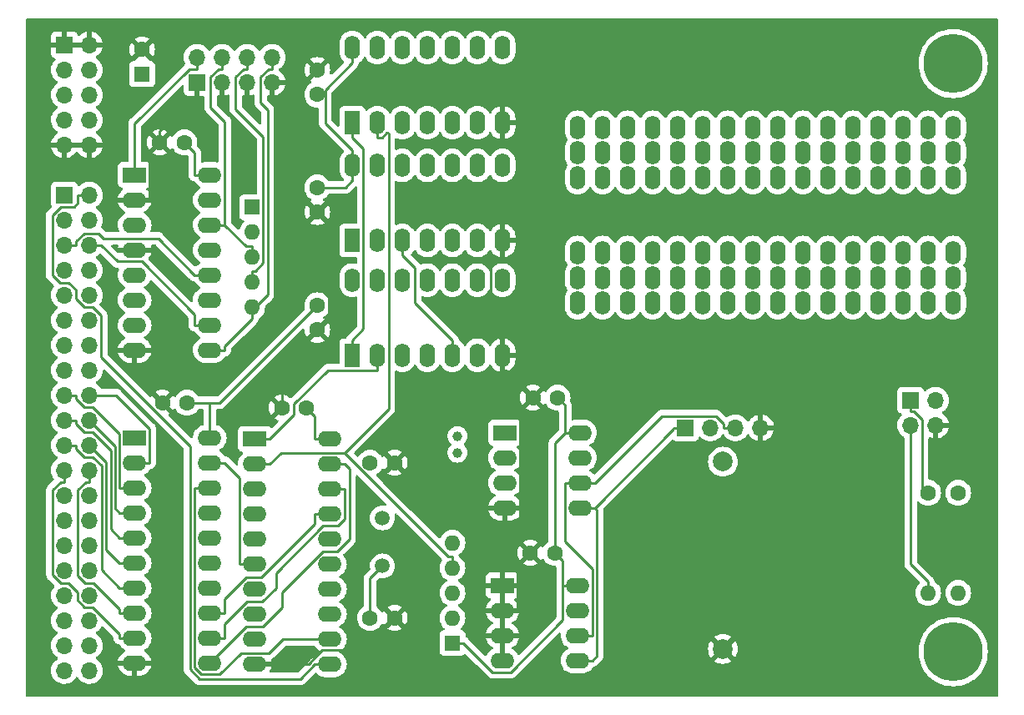
<source format=gbr>
%TF.GenerationSoftware,KiCad,Pcbnew,(6.0.4)*%
%TF.CreationDate,2022-06-04T07:21:42+03:00*%
%TF.ProjectId,I2C,4932432e-6b69-4636-9164-5f7063625858,rev?*%
%TF.SameCoordinates,Original*%
%TF.FileFunction,Copper,L2,Bot*%
%TF.FilePolarity,Positive*%
%FSLAX46Y46*%
G04 Gerber Fmt 4.6, Leading zero omitted, Abs format (unit mm)*
G04 Created by KiCad (PCBNEW (6.0.4)) date 2022-06-04 07:21:42*
%MOMM*%
%LPD*%
G01*
G04 APERTURE LIST*
%TA.AperFunction,ComponentPad*%
%ADD10O,1.600000X2.400000*%
%TD*%
%TA.AperFunction,ComponentPad*%
%ADD11C,1.600000*%
%TD*%
%TA.AperFunction,ComponentPad*%
%ADD12O,1.600000X1.600000*%
%TD*%
%TA.AperFunction,ConnectorPad*%
%ADD13C,6.000000*%
%TD*%
%TA.AperFunction,ComponentPad*%
%ADD14C,3.400000*%
%TD*%
%TA.AperFunction,ComponentPad*%
%ADD15R,2.400000X1.600000*%
%TD*%
%TA.AperFunction,ComponentPad*%
%ADD16O,2.400000X1.600000*%
%TD*%
%TA.AperFunction,ComponentPad*%
%ADD17R,1.600000X2.400000*%
%TD*%
%TA.AperFunction,ComponentPad*%
%ADD18C,1.500000*%
%TD*%
%TA.AperFunction,ComponentPad*%
%ADD19R,1.600000X1.600000*%
%TD*%
%TA.AperFunction,ComponentPad*%
%ADD20R,1.700000X1.700000*%
%TD*%
%TA.AperFunction,ComponentPad*%
%ADD21O,1.700000X1.700000*%
%TD*%
%TA.AperFunction,ComponentPad*%
%ADD22C,1.000000*%
%TD*%
%TA.AperFunction,ComponentPad*%
%ADD23C,2.000000*%
%TD*%
%TA.AperFunction,Conductor*%
%ADD24C,0.250000*%
%TD*%
G04 APERTURE END LIST*
D10*
%TO.P,,8*%
%TO.N,N/C*%
X106680000Y-106172000D03*
%TD*%
%TO.P,,8*%
%TO.N,N/C*%
X99060000Y-116332000D03*
%TD*%
%TO.P,,8*%
%TO.N,N/C*%
X104140000Y-116332000D03*
%TD*%
%TO.P,,8*%
%TO.N,N/C*%
X99060000Y-103632000D03*
%TD*%
%TO.P,,8*%
%TO.N,N/C*%
X111760000Y-101092000D03*
%TD*%
%TO.P,,8*%
%TO.N,N/C*%
X127000000Y-106172000D03*
%TD*%
%TO.P,,8*%
%TO.N,N/C*%
X116840000Y-118872000D03*
%TD*%
%TO.P,,8*%
%TO.N,N/C*%
X132080000Y-101092000D03*
%TD*%
%TO.P,,8*%
%TO.N,N/C*%
X114300000Y-118872000D03*
%TD*%
%TO.P,,8*%
%TO.N,N/C*%
X109220000Y-106172000D03*
%TD*%
%TO.P,,8*%
%TO.N,N/C*%
X96520000Y-106172000D03*
%TD*%
D11*
%TO.P,R2,1*%
%TO.N,/SDA*%
X132080000Y-138176000D03*
D12*
%TO.P,R2,2*%
%TO.N,+5V*%
X132080000Y-148336000D03*
%TD*%
D10*
%TO.P,,8*%
%TO.N,N/C*%
X106680000Y-113792000D03*
%TD*%
%TO.P,,8*%
%TO.N,N/C*%
X104140000Y-113792000D03*
%TD*%
%TO.P,,8*%
%TO.N,N/C*%
X134620000Y-101092000D03*
%TD*%
%TO.P,,8*%
%TO.N,N/C*%
X132080000Y-116332000D03*
%TD*%
%TO.P,,8*%
%TO.N,N/C*%
X96520000Y-116332000D03*
%TD*%
D11*
%TO.P,C8,1*%
%TO.N,+5V*%
X94488000Y-128524000D03*
%TO.P,C8,2*%
%TO.N,GND*%
X91988000Y-128524000D03*
%TD*%
D10*
%TO.P,,8*%
%TO.N,N/C*%
X106680000Y-118872000D03*
%TD*%
%TO.P,,8*%
%TO.N,N/C*%
X101600000Y-103632000D03*
%TD*%
%TO.P,,8*%
%TO.N,N/C*%
X132080000Y-118872000D03*
%TD*%
D11*
%TO.P,C5,1*%
%TO.N,+5V*%
X68991000Y-129540000D03*
%TO.P,C5,2*%
%TO.N,GND*%
X66491000Y-129540000D03*
%TD*%
%TO.P,C4,1*%
%TO.N,+5V*%
X56896000Y-129032000D03*
%TO.P,C4,2*%
%TO.N,GND*%
X54396000Y-129032000D03*
%TD*%
D10*
%TO.P,,8*%
%TO.N,N/C*%
X101600000Y-113792000D03*
%TD*%
%TO.P,,8*%
%TO.N,N/C*%
X129540000Y-103632000D03*
%TD*%
%TO.P,,8*%
%TO.N,N/C*%
X101600000Y-101092000D03*
%TD*%
D13*
%TO.P,H2,1*%
%TO.N,N/C*%
X134620000Y-154305000D03*
D14*
X134620000Y-154305000D03*
%TD*%
D15*
%TO.P,U5,1,A->B*%
%TO.N,/rd*%
X51572000Y-132588000D03*
D16*
%TO.P,U5,2,A0*%
%TO.N,/d00*%
X51572000Y-135128000D03*
%TO.P,U5,3,A1*%
%TO.N,/d01*%
X51572000Y-137668000D03*
%TO.P,U5,4,A2*%
%TO.N,/d02*%
X51572000Y-140208000D03*
%TO.P,U5,5,A3*%
%TO.N,/d03*%
X51572000Y-142748000D03*
%TO.P,U5,6,A4*%
%TO.N,/d04*%
X51572000Y-145288000D03*
%TO.P,U5,7,A5*%
%TO.N,/d05*%
X51572000Y-147828000D03*
%TO.P,U5,8,A6*%
%TO.N,/d06*%
X51572000Y-150368000D03*
%TO.P,U5,9,A7*%
%TO.N,/d07*%
X51572000Y-152908000D03*
%TO.P,U5,10,GND*%
%TO.N,GND*%
X51572000Y-155448000D03*
%TO.P,U5,11,B7*%
%TO.N,/B07*%
X59192000Y-155448000D03*
%TO.P,U5,12,B6*%
%TO.N,/B06*%
X59192000Y-152908000D03*
%TO.P,U5,13,B5*%
%TO.N,/B05*%
X59192000Y-150368000D03*
%TO.P,U5,14,B4*%
%TO.N,/B04*%
X59192000Y-147828000D03*
%TO.P,U5,15,B3*%
%TO.N,/B03*%
X59192000Y-145288000D03*
%TO.P,U5,16,B2*%
%TO.N,/B02*%
X59192000Y-142748000D03*
%TO.P,U5,17,B1*%
%TO.N,/B01*%
X59192000Y-140208000D03*
%TO.P,U5,18,B0*%
%TO.N,/B00*%
X59192000Y-137668000D03*
%TO.P,U5,19,CE*%
%TO.N,Net-(U3-Pad6)*%
X59192000Y-135128000D03*
%TO.P,U5,20,VCC*%
%TO.N,+5V*%
X59192000Y-132588000D03*
%TD*%
D10*
%TO.P,,8*%
%TO.N,N/C*%
X101600000Y-116332000D03*
%TD*%
%TO.P,,8*%
%TO.N,N/C*%
X124460000Y-106172000D03*
%TD*%
%TO.P,,8*%
%TO.N,N/C*%
X127000000Y-116332000D03*
%TD*%
%TO.P,,8*%
%TO.N,N/C*%
X106680000Y-103632000D03*
%TD*%
%TO.P,,8*%
%TO.N,N/C*%
X116840000Y-116332000D03*
%TD*%
D17*
%TO.P,U3,1*%
%TO.N,/reset*%
X73655000Y-124216000D03*
D10*
%TO.P,U3,2*%
%TO.N,Net-(U3-Pad2)*%
X76195000Y-124216000D03*
%TO.P,U3,3*%
%TO.N,/iorq*%
X78735000Y-124216000D03*
%TO.P,U3,4*%
%TO.N,Net-(U1-Pad3)*%
X81275000Y-124216000D03*
%TO.P,U3,5*%
%TO.N,/card_sel*%
X83815000Y-124216000D03*
%TO.P,U3,6*%
%TO.N,Net-(U3-Pad6)*%
X86355000Y-124216000D03*
%TO.P,U3,7,GND*%
%TO.N,GND*%
X88895000Y-124216000D03*
%TO.P,U3,8*%
%TO.N,N/C*%
X88895000Y-116596000D03*
%TO.P,U3,9*%
X86355000Y-116596000D03*
%TO.P,U3,10*%
X83815000Y-116596000D03*
%TO.P,U3,11*%
X81275000Y-116596000D03*
%TO.P,U3,12*%
X78735000Y-116596000D03*
%TO.P,U3,13*%
X76195000Y-116596000D03*
%TO.P,U3,14,VCC*%
%TO.N,+5V*%
X73655000Y-116596000D03*
%TD*%
%TO.P,,8*%
%TO.N,N/C*%
X111760000Y-118872000D03*
%TD*%
%TO.P,,8*%
%TO.N,N/C*%
X127000000Y-118872000D03*
%TD*%
%TO.P,,8*%
%TO.N,N/C*%
X116840000Y-113792000D03*
%TD*%
%TO.P,,8*%
%TO.N,N/C*%
X129540000Y-113792000D03*
%TD*%
%TO.P,,8*%
%TO.N,N/C*%
X99060000Y-101092000D03*
%TD*%
%TO.P,,8*%
%TO.N,N/C*%
X96520000Y-113792000D03*
%TD*%
%TO.P,,8*%
%TO.N,N/C*%
X101600000Y-106172000D03*
%TD*%
%TO.P,,8*%
%TO.N,N/C*%
X124460000Y-118872000D03*
%TD*%
%TO.P,,8*%
%TO.N,N/C*%
X116840000Y-106172000D03*
%TD*%
%TO.P,,8*%
%TO.N,N/C*%
X109220000Y-116332000D03*
%TD*%
%TO.P,,8*%
%TO.N,N/C*%
X124460000Y-113792000D03*
%TD*%
D11*
%TO.P,C11,1*%
%TO.N,Net-(C11-Pad1)*%
X75458000Y-135128000D03*
%TO.P,C11,2*%
%TO.N,GND*%
X77958000Y-135128000D03*
%TD*%
D17*
%TO.P,U2,1,~{R}*%
%TO.N,Net-(U2-Pad1)*%
X73660000Y-112571000D03*
D10*
%TO.P,U2,2,D*%
%TO.N,+5V*%
X76200000Y-112571000D03*
%TO.P,U2,3,C*%
%TO.N,/card_sel*%
X78740000Y-112571000D03*
%TO.P,U2,4,~{S}*%
%TO.N,+5V*%
X81280000Y-112571000D03*
%TO.P,U2,5,Q*%
%TO.N,unconnected-(U2-Pad5)*%
X83820000Y-112571000D03*
%TO.P,U2,6,~{Q}*%
%TO.N,/wait*%
X86360000Y-112571000D03*
%TO.P,U2,7,GND*%
%TO.N,GND*%
X88900000Y-112571000D03*
%TO.P,U2,8*%
%TO.N,N/C*%
X88900000Y-104951000D03*
%TO.P,U2,9*%
X86360000Y-104951000D03*
%TO.P,U2,10*%
X83820000Y-104951000D03*
%TO.P,U2,11*%
X81280000Y-104951000D03*
%TO.P,U2,12*%
X78740000Y-104951000D03*
%TO.P,U2,13*%
X76200000Y-104951000D03*
%TO.P,U2,14,VCC*%
%TO.N,+5V*%
X73660000Y-104951000D03*
%TD*%
%TO.P,,8*%
%TO.N,N/C*%
X129540000Y-101092000D03*
%TD*%
%TO.P,,8*%
%TO.N,N/C*%
X134620000Y-103632000D03*
%TD*%
D18*
%TO.P,Y1,1,1*%
%TO.N,Net-(C11-Pad1)*%
X76708000Y-140716000D03*
%TO.P,Y1,2,2*%
%TO.N,Net-(C10-Pad1)*%
X76708000Y-145596000D03*
%TD*%
D10*
%TO.P,,8*%
%TO.N,N/C*%
X121920000Y-118872000D03*
%TD*%
D17*
%TO.P,U4,1*%
%TO.N,/reset*%
X73660000Y-100623000D03*
D10*
%TO.P,U4,2*%
%TO.N,Net-(RN2-Pad4)*%
X76200000Y-100623000D03*
%TO.P,U4,3*%
%TO.N,Net-(U2-Pad1)*%
X78740000Y-100623000D03*
%TO.P,U4,4*%
%TO.N,N/C*%
X81280000Y-100623000D03*
%TO.P,U4,5*%
X83820000Y-100623000D03*
%TO.P,U4,6*%
X86360000Y-100623000D03*
%TO.P,U4,7,GND*%
%TO.N,GND*%
X88900000Y-100623000D03*
%TO.P,U4,8*%
%TO.N,N/C*%
X88900000Y-93003000D03*
%TO.P,U4,9*%
X86360000Y-93003000D03*
%TO.P,U4,10*%
X83820000Y-93003000D03*
%TO.P,U4,11*%
X81280000Y-93003000D03*
%TO.P,U4,12*%
X78740000Y-93003000D03*
%TO.P,U4,13*%
X76200000Y-93003000D03*
%TO.P,U4,14,VCC*%
%TO.N,+5V*%
X73660000Y-93003000D03*
%TD*%
D11*
%TO.P,R1,1*%
%TO.N,/SCL*%
X135128000Y-138176000D03*
D12*
%TO.P,R1,2*%
%TO.N,+5V*%
X135128000Y-148336000D03*
%TD*%
D19*
%TO.P,RN2,1,common*%
%TO.N,+5V*%
X83820000Y-153416000D03*
D12*
%TO.P,RN2,2,R1*%
%TO.N,/B00*%
X83820000Y-150876000D03*
%TO.P,RN2,3,R2*%
%TO.N,/B01*%
X83820000Y-148336000D03*
%TO.P,RN2,4,R3*%
%TO.N,Net-(RN2-Pad4)*%
X83820000Y-145796000D03*
%TO.P,RN2,5,R4*%
%TO.N,unconnected-(RN2-Pad5)*%
X83820000Y-143256000D03*
%TD*%
D10*
%TO.P,,8*%
%TO.N,N/C*%
X114300000Y-106172000D03*
%TD*%
%TO.P,,8*%
%TO.N,N/C*%
X119380000Y-116332000D03*
%TD*%
D15*
%TO.P,U7,1,X1*%
%TO.N,Net-(U7-Pad1)*%
X89144000Y-132090000D03*
D16*
%TO.P,U7,2,X2*%
%TO.N,Net-(U7-Pad2)*%
X89144000Y-134630000D03*
%TO.P,U7,3,VBAT*%
%TO.N,+BATT*%
X89144000Y-137170000D03*
%TO.P,U7,4,GND*%
%TO.N,GND*%
X89144000Y-139710000D03*
%TO.P,U7,5,SDA*%
%TO.N,/SDA*%
X96764000Y-139710000D03*
%TO.P,U7,6,SCL*%
%TO.N,/SCL*%
X96764000Y-137170000D03*
%TO.P,U7,7,SQW/OUT*%
%TO.N,unconnected-(U7-Pad7)*%
X96764000Y-134630000D03*
%TO.P,U7,8,VCC*%
%TO.N,+5V*%
X96764000Y-132090000D03*
%TD*%
D10*
%TO.P,,8*%
%TO.N,N/C*%
X119380000Y-113792000D03*
%TD*%
%TO.P,,8*%
%TO.N,N/C*%
X121920000Y-106172000D03*
%TD*%
%TO.P,,8*%
%TO.N,N/C*%
X104140000Y-106172000D03*
%TD*%
D20*
%TO.P,J4,1,Pin_1*%
%TO.N,/SDA*%
X107452000Y-131572000D03*
D21*
%TO.P,J4,2,Pin_2*%
%TO.N,+5V*%
X109992000Y-131572000D03*
%TO.P,J4,3,Pin_3*%
%TO.N,/SCL*%
X112532000Y-131572000D03*
%TO.P,J4,4,Pin_4*%
%TO.N,GND*%
X115072000Y-131572000D03*
%TD*%
D10*
%TO.P,,8*%
%TO.N,N/C*%
X134620000Y-106172000D03*
%TD*%
D20*
%TO.P,J1,1,Pin_1*%
%TO.N,GND*%
X57912000Y-96520000D03*
D21*
%TO.P,J1,2,Pin_2*%
%TO.N,Net-(J1-Pad2)*%
X57912000Y-93980000D03*
%TO.P,J1,3,Pin_3*%
%TO.N,GND*%
X60452000Y-96520000D03*
%TO.P,J1,4,Pin_4*%
%TO.N,Net-(J1-Pad4)*%
X60452000Y-93980000D03*
%TO.P,J1,5,Pin_5*%
%TO.N,GND*%
X62992000Y-96520000D03*
%TO.P,J1,6,Pin_6*%
%TO.N,Net-(J1-Pad6)*%
X62992000Y-93980000D03*
%TO.P,J1,7,Pin_7*%
%TO.N,GND*%
X65532000Y-96520000D03*
%TO.P,J1,8,Pin_8*%
%TO.N,Net-(J1-Pad8)*%
X65532000Y-93980000D03*
%TD*%
D10*
%TO.P,,8*%
%TO.N,N/C*%
X111760000Y-113792000D03*
%TD*%
D11*
%TO.P,C3,1*%
%TO.N,+5V*%
X70104000Y-97770000D03*
%TO.P,C3,2*%
%TO.N,GND*%
X70104000Y-95270000D03*
%TD*%
D10*
%TO.P,,8*%
%TO.N,N/C*%
X101600000Y-118872000D03*
%TD*%
D11*
%TO.P,C1,1*%
%TO.N,+5V*%
X56622000Y-102616000D03*
%TO.P,C1,2*%
%TO.N,GND*%
X54122000Y-102616000D03*
%TD*%
D19*
%TO.P,RN1,1,common*%
%TO.N,+5V*%
X63500000Y-109200000D03*
D12*
%TO.P,RN1,2,R1*%
%TO.N,Net-(J1-Pad2)*%
X63500000Y-111740000D03*
%TO.P,RN1,3,R2*%
%TO.N,Net-(J1-Pad4)*%
X63500000Y-114280000D03*
%TO.P,RN1,4,R3*%
%TO.N,Net-(J1-Pad6)*%
X63500000Y-116820000D03*
%TO.P,RN1,5,R4*%
%TO.N,Net-(J1-Pad8)*%
X63500000Y-119360000D03*
%TD*%
D10*
%TO.P,,8*%
%TO.N,N/C*%
X134620000Y-116332000D03*
%TD*%
D19*
%TO.P,C9,1*%
%TO.N,+5V*%
X52324000Y-95693100D03*
D11*
%TO.P,C9,2*%
%TO.N,GND*%
X52324000Y-93193100D03*
%TD*%
D10*
%TO.P,,8*%
%TO.N,N/C*%
X109220000Y-118872000D03*
%TD*%
%TO.P,,8*%
%TO.N,N/C*%
X109220000Y-101092000D03*
%TD*%
%TO.P,,8*%
%TO.N,N/C*%
X99060000Y-106172000D03*
%TD*%
%TO.P,,8*%
%TO.N,N/C*%
X134620000Y-113792000D03*
%TD*%
D11*
%TO.P,C7,1*%
%TO.N,+5V*%
X70104000Y-119146000D03*
%TO.P,C7,2*%
%TO.N,GND*%
X70104000Y-121646000D03*
%TD*%
D10*
%TO.P,,8*%
%TO.N,N/C*%
X104140000Y-103632000D03*
%TD*%
%TO.P,,8*%
%TO.N,N/C*%
X134620000Y-118872000D03*
%TD*%
%TO.P,,8*%
%TO.N,N/C*%
X119380000Y-101092000D03*
%TD*%
%TO.P,,8*%
%TO.N,N/C*%
X104140000Y-118872000D03*
%TD*%
%TO.P,,8*%
%TO.N,N/C*%
X132080000Y-113792000D03*
%TD*%
D20*
%TO.P,J2,1,Pin_1*%
%TO.N,GND*%
X44445000Y-92715000D03*
D21*
%TO.P,J2,2,Pin_2*%
X46985000Y-92715000D03*
%TO.P,J2,3,Pin_3*%
%TO.N,+5V*%
X44445000Y-95255000D03*
%TO.P,J2,4,Pin_4*%
X46985000Y-95255000D03*
%TO.P,J2,5,Pin_5*%
%TO.N,+12V*%
X44445000Y-97795000D03*
%TO.P,J2,6,Pin_6*%
X46985000Y-97795000D03*
%TO.P,J2,7,Pin_7*%
%TO.N,/v1*%
X44445000Y-100335000D03*
%TO.P,J2,8,Pin_8*%
X46985000Y-100335000D03*
%TO.P,J2,9,Pin_9*%
%TO.N,GND*%
X44445000Y-102875000D03*
%TO.P,J2,10,Pin_10*%
X46985000Y-102875000D03*
%TD*%
D11*
%TO.P,C2,1*%
%TO.N,+5V*%
X70104000Y-107188000D03*
%TO.P,C2,2*%
%TO.N,GND*%
X70104000Y-109688000D03*
%TD*%
D10*
%TO.P,,8*%
%TO.N,N/C*%
X111760000Y-103632000D03*
%TD*%
%TO.P,,8*%
%TO.N,N/C*%
X124460000Y-116332000D03*
%TD*%
%TO.P,,8*%
%TO.N,N/C*%
X106680000Y-116332000D03*
%TD*%
%TO.P,,8*%
%TO.N,N/C*%
X121920000Y-113792000D03*
%TD*%
%TO.P,,8*%
%TO.N,N/C*%
X99060000Y-118872000D03*
%TD*%
%TO.P,,8*%
%TO.N,N/C*%
X124460000Y-103632000D03*
%TD*%
%TO.P,,8*%
%TO.N,N/C*%
X104140000Y-101092000D03*
%TD*%
%TO.P,,8*%
%TO.N,N/C*%
X116840000Y-103632000D03*
%TD*%
%TO.P,,8*%
%TO.N,N/C*%
X114300000Y-103632000D03*
%TD*%
%TO.P,,8*%
%TO.N,N/C*%
X106680000Y-101092000D03*
%TD*%
D22*
%TO.P,Y2,1,1*%
%TO.N,Net-(U7-Pad2)*%
X84328000Y-134112000D03*
%TO.P,Y2,2,2*%
%TO.N,Net-(U7-Pad1)*%
X84328000Y-132412000D03*
%TD*%
D10*
%TO.P,,8*%
%TO.N,N/C*%
X109220000Y-103632000D03*
%TD*%
%TO.P,,8*%
%TO.N,N/C*%
X96520000Y-101092000D03*
%TD*%
D20*
%TO.P,J3,1,Pin_1*%
%TO.N,/a01*%
X44445000Y-107955000D03*
D21*
%TO.P,J3,2,Pin_2*%
%TO.N,/a00*%
X46985000Y-107955000D03*
%TO.P,J3,3,Pin_3*%
%TO.N,/a03*%
X44445000Y-110495000D03*
%TO.P,J3,4,Pin_4*%
%TO.N,/a02*%
X46985000Y-110495000D03*
%TO.P,J3,5,Pin_5*%
%TO.N,/a05*%
X44445000Y-113035000D03*
%TO.P,J3,6,Pin_6*%
%TO.N,/a04*%
X46985000Y-113035000D03*
%TO.P,J3,7,Pin_7*%
%TO.N,/a07*%
X44445000Y-115575000D03*
%TO.P,J3,8,Pin_8*%
%TO.N,/a06*%
X46985000Y-115575000D03*
%TO.P,J3,9,Pin_9*%
%TO.N,/a09*%
X44445000Y-118115000D03*
%TO.P,J3,10,Pin_10*%
%TO.N,/a08*%
X46985000Y-118115000D03*
%TO.P,J3,11,Pin_11*%
%TO.N,/a11*%
X44445000Y-120655000D03*
%TO.P,J3,12,Pin_12*%
%TO.N,/a10*%
X46985000Y-120655000D03*
%TO.P,J3,13,Pin_13*%
%TO.N,/a13*%
X44445000Y-123195000D03*
%TO.P,J3,14,Pin_14*%
%TO.N,/a12*%
X46985000Y-123195000D03*
%TO.P,J3,15,Pin_15*%
%TO.N,/a15*%
X44445000Y-125735000D03*
%TO.P,J3,16,Pin_16*%
%TO.N,/a14*%
X46985000Y-125735000D03*
%TO.P,J3,17,Pin_17*%
%TO.N,/d01*%
X44445000Y-128275000D03*
%TO.P,J3,18,Pin_18*%
%TO.N,/d00*%
X46985000Y-128275000D03*
%TO.P,J3,19,Pin_19*%
%TO.N,/d03*%
X44445000Y-130815000D03*
%TO.P,J3,20,Pin_20*%
%TO.N,/d02*%
X46985000Y-130815000D03*
%TO.P,J3,21,Pin_21*%
%TO.N,/d05*%
X44445000Y-133355000D03*
%TO.P,J3,22,Pin_22*%
%TO.N,/d04*%
X46985000Y-133355000D03*
%TO.P,J3,23,Pin_23*%
%TO.N,/d07*%
X44445000Y-135895000D03*
%TO.P,J3,24,Pin_24*%
%TO.N,/d06*%
X46985000Y-135895000D03*
%TO.P,J3,25,Pin_25*%
%TO.N,/wr*%
X44445000Y-138435000D03*
%TO.P,J3,26,Pin_26*%
%TO.N,/mreq*%
X46985000Y-138435000D03*
%TO.P,J3,27,Pin_27*%
%TO.N,/rd*%
X44445000Y-140975000D03*
%TO.P,J3,28,Pin_28*%
%TO.N,/iorq*%
X46985000Y-140975000D03*
%TO.P,J3,29,Pin_29*%
%TO.N,/busack*%
X44445000Y-143515000D03*
%TO.P,J3,30,Pin_30*%
%TO.N,/busrq*%
X46985000Y-143515000D03*
%TO.P,J3,31,Pin_31*%
%TO.N,/halt*%
X44445000Y-146055000D03*
%TO.P,J3,32,Pin_32*%
%TO.N,/wait*%
X46985000Y-146055000D03*
%TO.P,J3,33,Pin_33*%
%TO.N,/int*%
X44445000Y-148595000D03*
%TO.P,J3,34,Pin_34*%
%TO.N,/nmi*%
X46985000Y-148595000D03*
%TO.P,J3,35,Pin_35*%
%TO.N,/s1*%
X44445000Y-151135000D03*
%TO.P,J3,36,Pin_36*%
%TO.N,/s0*%
X46985000Y-151135000D03*
%TO.P,J3,37,Pin_37*%
%TO.N,/m1*%
X44445000Y-153675000D03*
%TO.P,J3,38,Pin_38*%
%TO.N,/s2*%
X46985000Y-153675000D03*
%TO.P,J3,39,Pin_39*%
%TO.N,/clk*%
X44445000Y-156215000D03*
%TO.P,J3,40,Pin_40*%
%TO.N,/reset*%
X46985000Y-156215000D03*
%TD*%
D10*
%TO.P,,8*%
%TO.N,N/C*%
X127000000Y-103632000D03*
%TD*%
%TO.P,,8*%
%TO.N,N/C*%
X119380000Y-106172000D03*
%TD*%
%TO.P,,8*%
%TO.N,N/C*%
X132080000Y-106172000D03*
%TD*%
%TO.P,,8*%
%TO.N,N/C*%
X119380000Y-103632000D03*
%TD*%
D15*
%TO.P,U1,1,B3*%
%TO.N,Net-(J1-Pad2)*%
X51572000Y-105908000D03*
D16*
%TO.P,U1,2,Ia<b*%
%TO.N,GND*%
X51572000Y-108448000D03*
%TO.P,U1,3,Ia=b*%
%TO.N,Net-(U1-Pad3)*%
X51572000Y-110988000D03*
%TO.P,U1,4,Ia>b*%
%TO.N,GND*%
X51572000Y-113528000D03*
%TO.P,U1,5,Oa>b*%
%TO.N,unconnected-(U1-Pad5)*%
X51572000Y-116068000D03*
%TO.P,U1,6,Oa=b*%
%TO.N,/card_sel*%
X51572000Y-118608000D03*
%TO.P,U1,7,Oa<b*%
%TO.N,unconnected-(U1-Pad7)*%
X51572000Y-121148000D03*
%TO.P,U1,8,GND*%
%TO.N,GND*%
X51572000Y-123688000D03*
%TO.P,U1,9,B0*%
%TO.N,Net-(J1-Pad8)*%
X59192000Y-123688000D03*
%TO.P,U1,10,A0*%
%TO.N,/a04*%
X59192000Y-121148000D03*
%TO.P,U1,11,B1*%
%TO.N,Net-(J1-Pad6)*%
X59192000Y-118608000D03*
%TO.P,U1,12,A1*%
%TO.N,/a05*%
X59192000Y-116068000D03*
%TO.P,U1,13,A2*%
%TO.N,/a06*%
X59192000Y-113528000D03*
%TO.P,U1,14,B2*%
%TO.N,Net-(J1-Pad4)*%
X59192000Y-110988000D03*
%TO.P,U1,15,A3*%
%TO.N,/a07*%
X59192000Y-108448000D03*
%TO.P,U1,16,VCC*%
%TO.N,+5V*%
X59192000Y-105908000D03*
%TD*%
D15*
%TO.P,U6,1,RST/VPP*%
%TO.N,Net-(U3-Pad2)*%
X63764000Y-132715000D03*
D16*
%TO.P,U6,2,P3.0*%
%TO.N,Net-(RN2-Pad4)*%
X63764000Y-135255000D03*
%TO.P,U6,3,P3.1*%
%TO.N,/wr*%
X63764000Y-137795000D03*
%TO.P,U6,4,XTAL2*%
%TO.N,Net-(C11-Pad1)*%
X63764000Y-140335000D03*
%TO.P,U6,5,XTAL1*%
%TO.N,Net-(C10-Pad1)*%
X63764000Y-142875000D03*
%TO.P,U6,6,P3.2*%
%TO.N,Net-(U3-Pad6)*%
X63764000Y-145415000D03*
%TO.P,U6,7,P3.3*%
%TO.N,unconnected-(U6-Pad7)*%
X63764000Y-147955000D03*
%TO.P,U6,8,P3.4*%
%TO.N,/SDA*%
X63764000Y-150495000D03*
%TO.P,U6,9,P3.5*%
%TO.N,/SCL*%
X63764000Y-153035000D03*
%TO.P,U6,10,GND*%
%TO.N,GND*%
X63764000Y-155575000D03*
%TO.P,U6,11,P3.7*%
%TO.N,/a00*%
X71384000Y-155575000D03*
%TO.P,U6,12,P1.0*%
%TO.N,/B00*%
X71384000Y-153035000D03*
%TO.P,U6,13,P1.1*%
%TO.N,/B01*%
X71384000Y-150495000D03*
%TO.P,U6,14,P1.2*%
%TO.N,/B02*%
X71384000Y-147955000D03*
%TO.P,U6,15,P1.3*%
%TO.N,/B03*%
X71384000Y-145415000D03*
%TO.P,U6,16,P1.4*%
%TO.N,/B04*%
X71384000Y-142875000D03*
%TO.P,U6,17,P1.5*%
%TO.N,/B05*%
X71384000Y-140335000D03*
%TO.P,U6,18,P1.6*%
%TO.N,/B06*%
X71384000Y-137795000D03*
%TO.P,U6,19,P1.7*%
%TO.N,/B07*%
X71384000Y-135255000D03*
%TO.P,U6,20,VCC*%
%TO.N,+5V*%
X71384000Y-132715000D03*
%TD*%
D10*
%TO.P,,8*%
%TO.N,N/C*%
X96520000Y-103632000D03*
%TD*%
%TO.P,,8*%
%TO.N,N/C*%
X109220000Y-113792000D03*
%TD*%
%TO.P,,8*%
%TO.N,N/C*%
X121920000Y-103632000D03*
%TD*%
%TO.P,,8*%
%TO.N,N/C*%
X129540000Y-116332000D03*
%TD*%
%TO.P,,8*%
%TO.N,N/C*%
X114300000Y-116332000D03*
%TD*%
D20*
%TO.P,J5,1,Pin_1*%
%TO.N,/SDA*%
X130297000Y-128773000D03*
D21*
%TO.P,J5,2,Pin_2*%
%TO.N,/SCL*%
X132837000Y-128773000D03*
%TO.P,J5,3,Pin_3*%
%TO.N,+5V*%
X130297000Y-131313000D03*
%TO.P,J5,4,Pin_4*%
%TO.N,GND*%
X132837000Y-131313000D03*
%TD*%
D10*
%TO.P,,8*%
%TO.N,N/C*%
X127000000Y-113792000D03*
%TD*%
D13*
%TO.P,H1,1*%
%TO.N,N/C*%
X134620000Y-94615000D03*
D14*
X134620000Y-94615000D03*
%TD*%
D10*
%TO.P,,8*%
%TO.N,N/C*%
X114300000Y-101092000D03*
%TD*%
%TO.P,,8*%
%TO.N,N/C*%
X121920000Y-101092000D03*
%TD*%
%TO.P,,8*%
%TO.N,N/C*%
X121920000Y-116332000D03*
%TD*%
%TO.P,,8*%
%TO.N,N/C*%
X127000000Y-101092000D03*
%TD*%
D15*
%TO.P,U8,1,A0*%
%TO.N,GND*%
X88890000Y-147584000D03*
D16*
%TO.P,U8,2,A1*%
X88890000Y-150124000D03*
%TO.P,U8,3,A2*%
X88890000Y-152664000D03*
%TO.P,U8,4,VSS*%
X88890000Y-155204000D03*
%TO.P,U8,5,SDA*%
%TO.N,/SDA*%
X96510000Y-155204000D03*
%TO.P,U8,6,SCL*%
%TO.N,/SCL*%
X96510000Y-152664000D03*
%TO.P,U8,7,WP*%
%TO.N,GND*%
X96510000Y-150124000D03*
%TO.P,U8,8,VDD*%
%TO.N,+5V*%
X96510000Y-147584000D03*
%TD*%
D23*
%TO.P,BT1,1,+*%
%TO.N,+BATT*%
X111252000Y-135020500D03*
%TO.P,BT1,2,-*%
%TO.N,GND*%
X111252000Y-154020500D03*
%TD*%
D10*
%TO.P,,8*%
%TO.N,N/C*%
X111760000Y-106172000D03*
%TD*%
%TO.P,,8*%
%TO.N,N/C*%
X96520000Y-118872000D03*
%TD*%
%TO.P,,8*%
%TO.N,N/C*%
X124460000Y-101092000D03*
%TD*%
%TO.P,,8*%
%TO.N,N/C*%
X116840000Y-101092000D03*
%TD*%
%TO.P,,8*%
%TO.N,N/C*%
X129540000Y-106172000D03*
%TD*%
D11*
%TO.P,C6,1*%
%TO.N,+5V*%
X94214000Y-144272000D03*
%TO.P,C6,2*%
%TO.N,GND*%
X91714000Y-144272000D03*
%TD*%
D10*
%TO.P,,8*%
%TO.N,N/C*%
X99060000Y-113792000D03*
%TD*%
%TO.P,,8*%
%TO.N,N/C*%
X132080000Y-103632000D03*
%TD*%
D11*
%TO.P,C10,1*%
%TO.N,Net-(C10-Pad1)*%
X75458000Y-150876000D03*
%TO.P,C10,2*%
%TO.N,GND*%
X77958000Y-150876000D03*
%TD*%
D10*
%TO.P,,8*%
%TO.N,N/C*%
X119380000Y-118872000D03*
%TD*%
%TO.P,,8*%
%TO.N,N/C*%
X129540000Y-118872000D03*
%TD*%
%TO.P,,8*%
%TO.N,N/C*%
X114300000Y-113792000D03*
%TD*%
%TO.P,,8*%
%TO.N,N/C*%
X111760000Y-116332000D03*
%TD*%
D24*
%TO.N,GND*%
X90669300Y-129842700D02*
X91988000Y-128524000D01*
X88890000Y-147584000D02*
X90415300Y-147584000D01*
X51572000Y-126208000D02*
X51572000Y-123688000D01*
X90669300Y-139710000D02*
X90669300Y-129842700D01*
X71231600Y-110815600D02*
X71231600Y-120518400D01*
X87704500Y-121500200D02*
X87704500Y-115291800D01*
X74673600Y-154160400D02*
X70636400Y-154160400D01*
X77958000Y-150876000D02*
X74673600Y-154160400D01*
X69221800Y-155575000D02*
X63764000Y-155575000D01*
X54122000Y-102616000D02*
X54122000Y-101485300D01*
X88890000Y-150124000D02*
X90415300Y-150124000D01*
X70104000Y-109688000D02*
X71231600Y-110815600D01*
X70636400Y-154160400D02*
X69221800Y-155575000D01*
X54122000Y-101485300D02*
X57912000Y-97695300D01*
X57912000Y-96520000D02*
X57912000Y-97695300D01*
X91714000Y-144272000D02*
X90415300Y-145570700D01*
X88895000Y-122690700D02*
X87704500Y-121500200D01*
X90415300Y-145570700D02*
X90415300Y-147584000D01*
X88900000Y-112571000D02*
X88900000Y-114096300D01*
X53097300Y-103640700D02*
X54122000Y-102616000D01*
X90415300Y-150124000D02*
X90415300Y-147584000D01*
X89144000Y-139710000D02*
X90669300Y-139710000D01*
X90669300Y-143227300D02*
X90669300Y-139710000D01*
X51572000Y-108448000D02*
X53097300Y-108448000D01*
X88895000Y-124216000D02*
X88895000Y-125741300D01*
X88890000Y-155204000D02*
X88890000Y-152664000D01*
X54396000Y-129032000D02*
X51572000Y-126208000D01*
X87704500Y-115291800D02*
X88900000Y-114096300D01*
X115072000Y-150200500D02*
X111252000Y-154020500D01*
X66491000Y-125259000D02*
X66491000Y-129540000D01*
X91714000Y-144272000D02*
X90669300Y-143227300D01*
X89205300Y-125741300D02*
X88895000Y-125741300D01*
X71231600Y-120518400D02*
X70104000Y-121646000D01*
X91988000Y-128524000D02*
X89205300Y-125741300D01*
X88895000Y-124216000D02*
X88895000Y-122690700D01*
X53097300Y-108448000D02*
X53097300Y-103640700D01*
X115072000Y-131572000D02*
X115072000Y-150200500D01*
X88890000Y-152664000D02*
X88890000Y-150124000D01*
X70104000Y-121646000D02*
X66491000Y-125259000D01*
%TO.N,+5V*%
X130297000Y-145427700D02*
X132080000Y-147210700D01*
X130297000Y-131313000D02*
X130297000Y-145427700D01*
X94984700Y-145042700D02*
X94984700Y-147584000D01*
X132080000Y-148336000D02*
X132080000Y-147210700D01*
X70904000Y-100669700D02*
X73660000Y-103425700D01*
X70104000Y-97770000D02*
X70904000Y-97770000D01*
X87906000Y-156376700D02*
X84945300Y-153416000D01*
X94984700Y-151107300D02*
X89715300Y-156376700D01*
X70104000Y-107188000D02*
X72948300Y-107188000D01*
X96510000Y-147584000D02*
X94984700Y-147584000D01*
X60218000Y-129032000D02*
X59192000Y-129032000D01*
X73660000Y-104951000D02*
X73660000Y-106476300D01*
X69858700Y-132715000D02*
X69858700Y-130407700D01*
X95238700Y-132090000D02*
X95238700Y-129274700D01*
X57666700Y-105908000D02*
X57666700Y-103660700D01*
X94214000Y-144272000D02*
X94984700Y-145042700D01*
X95238700Y-132090000D02*
X94214000Y-133114700D01*
X72948300Y-107188000D02*
X73660000Y-106476300D01*
X94214000Y-133114700D02*
X94214000Y-144272000D01*
X70904000Y-97770000D02*
X70904000Y-100669700D01*
X59192000Y-129032000D02*
X59192000Y-132588000D01*
X95238700Y-129274700D02*
X94488000Y-128524000D01*
X70904000Y-97284300D02*
X70904000Y-97770000D01*
X96764000Y-132090000D02*
X95351300Y-132090000D01*
X70104000Y-119146000D02*
X60218000Y-129032000D01*
X95351300Y-132090000D02*
X95238700Y-132090000D01*
X59192000Y-129032000D02*
X56896000Y-129032000D01*
X57666700Y-103660700D02*
X56622000Y-102616000D01*
X83820000Y-153416000D02*
X84945300Y-153416000D01*
X73660000Y-94528300D02*
X70904000Y-97284300D01*
X89715300Y-156376700D02*
X87906000Y-156376700D01*
X73660000Y-104951000D02*
X73660000Y-103425700D01*
X59192000Y-105908000D02*
X57666700Y-105908000D01*
X73660000Y-93003000D02*
X73660000Y-94528300D01*
X71384000Y-132715000D02*
X69858700Y-132715000D01*
X69858700Y-130407700D02*
X68991000Y-129540000D01*
X94984700Y-147584000D02*
X94984700Y-151107300D01*
%TO.N,Net-(C10-Pad1)*%
X75458000Y-146846000D02*
X76708000Y-145596000D01*
X75458000Y-150876000D02*
X75458000Y-146846000D01*
%TO.N,Net-(J1-Pad2)*%
X57912000Y-93980000D02*
X57912000Y-95155300D01*
X51572000Y-100687300D02*
X57104000Y-95155300D01*
X57104000Y-95155300D02*
X57912000Y-95155300D01*
X51572000Y-105908000D02*
X51572000Y-100687300D01*
%TO.N,Net-(J1-Pad4)*%
X60717300Y-100490500D02*
X59276700Y-99049900D01*
X60717300Y-110988000D02*
X62884000Y-113154700D01*
X60717300Y-110988000D02*
X60717300Y-100490500D01*
X60452000Y-93980000D02*
X60452000Y-95155300D01*
X60604700Y-110988000D02*
X60717300Y-110988000D01*
X59276700Y-95963200D02*
X60084600Y-95155300D01*
X59192000Y-110988000D02*
X60604700Y-110988000D01*
X62884000Y-113154700D02*
X63500000Y-113154700D01*
X60084600Y-95155300D02*
X60452000Y-95155300D01*
X59276700Y-99049900D02*
X59276700Y-95963200D01*
X63500000Y-114280000D02*
X63500000Y-113154700D01*
%TO.N,Net-(J1-Pad6)*%
X63781300Y-115694700D02*
X64625400Y-114850600D01*
X62992000Y-93980000D02*
X62992000Y-95155300D01*
X64625400Y-102037700D02*
X61816700Y-99229000D01*
X63500000Y-116820000D02*
X63500000Y-115694700D01*
X61816700Y-95963200D02*
X62624600Y-95155300D01*
X61816700Y-99229000D02*
X61816700Y-95963200D01*
X62624600Y-95155300D02*
X62992000Y-95155300D01*
X64625400Y-114850600D02*
X64625400Y-102037700D01*
X63500000Y-115694700D02*
X63781300Y-115694700D01*
%TO.N,Net-(J1-Pad8)*%
X65086500Y-118054800D02*
X65086500Y-99306000D01*
X63500000Y-119641300D02*
X65086500Y-118054800D01*
X59192000Y-123688000D02*
X60717300Y-123688000D01*
X64356700Y-98576200D02*
X64356700Y-95963200D01*
X60717300Y-123688000D02*
X60717300Y-123268000D01*
X65086500Y-99306000D02*
X64356700Y-98576200D01*
X64356700Y-95963200D02*
X65164600Y-95155300D01*
X63500000Y-119360000D02*
X63500000Y-119641300D01*
X60717300Y-123268000D02*
X63500000Y-120485300D01*
X65164600Y-95155300D02*
X65532000Y-95155300D01*
X63500000Y-119641300D02*
X63500000Y-120485300D01*
X65532000Y-93980000D02*
X65532000Y-95155300D01*
%TO.N,/a00*%
X45620400Y-117589400D02*
X44876000Y-116845000D01*
X44876000Y-116845000D02*
X43972300Y-116845000D01*
X48170600Y-124417800D02*
X48170600Y-120176400D01*
X46459400Y-119290400D02*
X45620400Y-118451400D01*
X43208000Y-116080700D02*
X43208000Y-110023600D01*
X45809700Y-108763100D02*
X45809700Y-107955000D01*
X71384000Y-155575000D02*
X69858700Y-155575000D01*
X44101300Y-109130300D02*
X45442500Y-109130300D01*
X43972300Y-116845000D02*
X43208000Y-116080700D01*
X45442500Y-109130300D02*
X45809700Y-108763100D01*
X48170600Y-120176400D02*
X47284600Y-119290400D01*
X68374000Y-157059700D02*
X58140900Y-157059700D01*
X46985000Y-107955000D02*
X45809700Y-107955000D01*
X69858700Y-155575000D02*
X68374000Y-157059700D01*
X57180200Y-156099000D02*
X57180200Y-133427400D01*
X57180200Y-133427400D02*
X48170600Y-124417800D01*
X43208000Y-110023600D02*
X44101300Y-109130300D01*
X45620400Y-118451400D02*
X45620400Y-117589400D01*
X58140900Y-157059700D02*
X57180200Y-156099000D01*
X47284600Y-119290400D02*
X46459400Y-119290400D01*
%TO.N,/a05*%
X44445000Y-113035000D02*
X45620300Y-113035000D01*
X48414300Y-112361800D02*
X47912200Y-111859700D01*
X57666700Y-116068000D02*
X53960500Y-112361800D01*
X47912200Y-111859700D02*
X46428200Y-111859700D01*
X45620300Y-112667600D02*
X45620300Y-113035000D01*
X46428200Y-111859700D02*
X45620300Y-112667600D01*
X53960500Y-112361800D02*
X48414300Y-112361800D01*
X59192000Y-116068000D02*
X57666700Y-116068000D01*
%TO.N,/a04*%
X57666700Y-121148000D02*
X57666700Y-120099400D01*
X52277100Y-114709800D02*
X49835100Y-114709800D01*
X49835100Y-114709800D02*
X48160300Y-113035000D01*
X59192000Y-121148000D02*
X57666700Y-121148000D01*
X57666700Y-120099400D02*
X52277100Y-114709800D01*
X46985000Y-113035000D02*
X48160300Y-113035000D01*
%TO.N,/d01*%
X47333700Y-129450300D02*
X46428200Y-129450300D01*
X46428200Y-129450300D02*
X45620300Y-128642400D01*
X50046700Y-132163300D02*
X47333700Y-129450300D01*
X45620300Y-128642400D02*
X45620300Y-128275000D01*
X50046700Y-137668000D02*
X50046700Y-132163300D01*
X44445000Y-128275000D02*
X45620300Y-128275000D01*
X51572000Y-137668000D02*
X50046700Y-137668000D01*
%TO.N,/d00*%
X49719100Y-128275000D02*
X53097300Y-131653200D01*
X51572000Y-135128000D02*
X53097300Y-135128000D01*
X53097300Y-131653200D02*
X53097300Y-135128000D01*
X46985000Y-128275000D02*
X49719100Y-128275000D01*
%TO.N,/d03*%
X45620300Y-131182400D02*
X46428200Y-131990300D01*
X44445000Y-130815000D02*
X45620300Y-130815000D01*
X45620300Y-130815000D02*
X45620300Y-131182400D01*
X49146100Y-133852900D02*
X49146100Y-141847400D01*
X51572000Y-142748000D02*
X50046700Y-142748000D01*
X47283500Y-131990300D02*
X49146100Y-133852900D01*
X46428200Y-131990300D02*
X47283500Y-131990300D01*
X49146100Y-141847400D02*
X50046700Y-142748000D01*
%TO.N,/d02*%
X49596400Y-133426400D02*
X49596400Y-139757700D01*
X46985000Y-130815000D02*
X49596400Y-133426400D01*
X49596400Y-139757700D02*
X50046700Y-140208000D01*
X51572000Y-140208000D02*
X50046700Y-140208000D01*
%TO.N,/d05*%
X45620300Y-133722400D02*
X46428200Y-134530300D01*
X48202800Y-135447600D02*
X48202800Y-145984100D01*
X51572000Y-147828000D02*
X50046700Y-147828000D01*
X44445000Y-133355000D02*
X45620300Y-133355000D01*
X46428200Y-134530300D02*
X47285500Y-134530300D01*
X45620300Y-133355000D02*
X45620300Y-133722400D01*
X48202800Y-145984100D02*
X50046700Y-147828000D01*
X47285500Y-134530300D02*
X48202800Y-135447600D01*
%TO.N,/d04*%
X51572000Y-145288000D02*
X50046700Y-145288000D01*
X48695800Y-143937100D02*
X50046700Y-145288000D01*
X48695800Y-135065800D02*
X48695800Y-143937100D01*
X46985000Y-133355000D02*
X48695800Y-135065800D01*
%TO.N,/d07*%
X45809600Y-149084400D02*
X46495600Y-149770400D01*
X43243700Y-137904300D02*
X43243700Y-146516200D01*
X50046700Y-152526700D02*
X50046700Y-152908000D01*
X46495600Y-149770400D02*
X47290400Y-149770400D01*
X44445000Y-135895000D02*
X44445000Y-137070300D01*
X44070400Y-147342900D02*
X44884800Y-147342900D01*
X44445000Y-137070300D02*
X44077700Y-137070300D01*
X44884800Y-147342900D02*
X45809600Y-148267700D01*
X45809600Y-148267700D02*
X45809600Y-149084400D01*
X43243700Y-146516200D02*
X44070400Y-147342900D01*
X47290400Y-149770400D02*
X50046700Y-152526700D01*
X44077700Y-137070300D02*
X43243700Y-137904300D01*
X51572000Y-152908000D02*
X50046700Y-152908000D01*
%TO.N,/d06*%
X46985000Y-135895000D02*
X46985000Y-137070300D01*
X45809600Y-137878400D02*
X45809600Y-146580600D01*
X47385000Y-147325000D02*
X50046700Y-149986700D01*
X45809600Y-146580600D02*
X46554000Y-147325000D01*
X51572000Y-150368000D02*
X50046700Y-150368000D01*
X46554000Y-147325000D02*
X47385000Y-147325000D01*
X46985000Y-137070300D02*
X46617700Y-137070300D01*
X46617700Y-137070300D02*
X45809600Y-137878400D01*
X50046700Y-149986700D02*
X50046700Y-150368000D01*
%TO.N,/reset*%
X73655000Y-122690700D02*
X74785300Y-121560400D01*
X74785300Y-121560400D02*
X74785300Y-103273600D01*
X74785300Y-103273600D02*
X73660000Y-102148300D01*
X73660000Y-100623000D02*
X73660000Y-102148300D01*
X73655000Y-124216000D02*
X73655000Y-122690700D01*
%TO.N,/SDA*%
X130297000Y-129948300D02*
X130664400Y-129948300D01*
X131472300Y-137568300D02*
X132080000Y-138176000D01*
X98493000Y-154746300D02*
X98493000Y-139913700D01*
X107452000Y-131572000D02*
X106276700Y-131572000D01*
X130297000Y-128773000D02*
X130297000Y-129948300D01*
X131472300Y-130756200D02*
X131472300Y-137568300D01*
X98035300Y-155204000D02*
X98493000Y-154746300D01*
X106276700Y-131572000D02*
X106276700Y-131722600D01*
X98493000Y-139913700D02*
X98289300Y-139710000D01*
X106276700Y-131722600D02*
X98289300Y-139710000D01*
X96510000Y-155204000D02*
X98035300Y-155204000D01*
X96764000Y-139710000D02*
X98289300Y-139710000D01*
X130664400Y-129948300D02*
X131472300Y-130756200D01*
%TO.N,/SCL*%
X111356700Y-131204600D02*
X111356700Y-131572000D01*
X98035300Y-145943300D02*
X95238700Y-143146700D01*
X96764000Y-137170000D02*
X98289300Y-137170000D01*
X96764000Y-137170000D02*
X95238700Y-137170000D01*
X105062600Y-130396700D02*
X110548800Y-130396700D01*
X98289300Y-137170000D02*
X105062600Y-130396700D01*
X96510000Y-152664000D02*
X98035300Y-152664000D01*
X112532000Y-131572000D02*
X111356700Y-131572000D01*
X95238700Y-143146700D02*
X95238700Y-137170000D01*
X110548800Y-130396700D02*
X111356700Y-131204600D01*
X98035300Y-152664000D02*
X98035300Y-145943300D01*
%TO.N,/B00*%
X58345000Y-156604200D02*
X60196300Y-156604200D01*
X57666700Y-155925900D02*
X58345000Y-156604200D01*
X60196300Y-156604200D02*
X62350900Y-154449600D01*
X57666700Y-137668000D02*
X57666700Y-155925900D01*
X62350900Y-154449600D02*
X65201600Y-154449600D01*
X65201600Y-154449600D02*
X66616200Y-153035000D01*
X59192000Y-137668000D02*
X57666700Y-137668000D01*
X66616200Y-153035000D02*
X71384000Y-153035000D01*
%TO.N,Net-(RN2-Pad4)*%
X77337200Y-129691300D02*
X72881300Y-134147200D01*
X77337200Y-101760200D02*
X77337200Y-129691300D01*
X63764000Y-135255000D02*
X65289300Y-135255000D01*
X77144000Y-101670400D02*
X77247400Y-101670400D01*
X77247400Y-101670400D02*
X77337200Y-101760200D01*
X76666100Y-102148300D02*
X77144000Y-101670400D01*
X66438700Y-134105600D02*
X65289300Y-135255000D01*
X76200000Y-102148300D02*
X76666100Y-102148300D01*
X83820000Y-145796000D02*
X83820000Y-144670700D01*
X83404700Y-144670700D02*
X83820000Y-144670700D01*
X76200000Y-100623000D02*
X76200000Y-102148300D01*
X72424300Y-134105600D02*
X66438700Y-134105600D01*
X72881200Y-134147300D02*
X72466000Y-134147300D01*
X72881300Y-134147200D02*
X83404700Y-144670700D01*
X72881300Y-134147200D02*
X72881200Y-134147300D01*
X72466000Y-134147300D02*
X72424300Y-134105600D01*
%TO.N,/card_sel*%
X83815000Y-122690700D02*
X80005000Y-118880700D01*
X78740000Y-112571000D02*
X78740000Y-114096300D01*
X80005000Y-115361300D02*
X78740000Y-114096300D01*
X80005000Y-118880700D02*
X80005000Y-115361300D01*
X83815000Y-124216000D02*
X83815000Y-122690700D01*
%TO.N,Net-(U3-Pad2)*%
X63764000Y-132715000D02*
X65289300Y-132715000D01*
X67741000Y-129169100D02*
X71168800Y-125741300D01*
X76195000Y-124216000D02*
X76195000Y-125741300D01*
X67741000Y-130263300D02*
X67741000Y-129169100D01*
X65289300Y-132715000D02*
X67741000Y-130263300D01*
X71168800Y-125741300D02*
X76195000Y-125741300D01*
%TO.N,Net-(U3-Pad6)*%
X63764000Y-145415000D02*
X62238700Y-145415000D01*
X62238700Y-145415000D02*
X62238700Y-136649400D01*
X59192000Y-135128000D02*
X60717300Y-135128000D01*
X62238700Y-136649400D02*
X60717300Y-135128000D01*
%TO.N,/B07*%
X62875000Y-151765000D02*
X59192000Y-155448000D01*
X66492100Y-148312500D02*
X66492100Y-149847800D01*
X72909300Y-135255000D02*
X73386000Y-135731700D01*
X73386000Y-135731700D02*
X73386000Y-142864500D01*
X70659600Y-144145000D02*
X66492100Y-148312500D01*
X73386000Y-142864500D02*
X72105500Y-144145000D01*
X71384000Y-135255000D02*
X72909300Y-135255000D01*
X64574900Y-151765000D02*
X62875000Y-151765000D01*
X72105500Y-144145000D02*
X70659600Y-144145000D01*
X66492100Y-149847800D02*
X64574900Y-151765000D01*
%TO.N,/B06*%
X65897100Y-146299500D02*
X65897100Y-147818300D01*
X59192000Y-152908000D02*
X60717300Y-152908000D01*
X60717300Y-151478000D02*
X60717300Y-152908000D01*
X64490400Y-149225000D02*
X62970300Y-149225000D01*
X72909300Y-140808000D02*
X72212400Y-141504900D01*
X70691700Y-141504900D02*
X65897100Y-146299500D01*
X71384000Y-137795000D02*
X72909300Y-137795000D01*
X62970300Y-149225000D02*
X60717300Y-151478000D01*
X65897100Y-147818300D02*
X64490400Y-149225000D01*
X72909300Y-137795000D02*
X72909300Y-140808000D01*
X72212400Y-141504900D02*
X70691700Y-141504900D01*
%TO.N,/B05*%
X60717300Y-148938000D02*
X60717300Y-150368000D01*
X69858700Y-141351600D02*
X64437300Y-146773000D01*
X69858700Y-140335000D02*
X69858700Y-141351600D01*
X59192000Y-150368000D02*
X60717300Y-150368000D01*
X71384000Y-140335000D02*
X69858700Y-140335000D01*
X64437300Y-146773000D02*
X62882300Y-146773000D01*
X62882300Y-146773000D02*
X60717300Y-148938000D01*
%TD*%
%TA.AperFunction,Conductor*%
%TO.N,GND*%
G36*
X139133621Y-90063502D02*
G01*
X139180114Y-90117158D01*
X139191500Y-90169500D01*
X139191500Y-158750500D01*
X139171498Y-158818621D01*
X139117842Y-158865114D01*
X139065500Y-158876500D01*
X40639500Y-158876500D01*
X40571379Y-158856498D01*
X40524886Y-158802842D01*
X40513500Y-158750500D01*
X40513500Y-110003543D01*
X42569780Y-110003543D01*
X42570526Y-110011435D01*
X42573941Y-110047561D01*
X42574500Y-110059419D01*
X42574500Y-116001933D01*
X42573973Y-116013116D01*
X42572298Y-116020609D01*
X42572547Y-116028535D01*
X42572547Y-116028536D01*
X42574438Y-116088686D01*
X42574500Y-116092645D01*
X42574500Y-116120556D01*
X42574997Y-116124490D01*
X42574997Y-116124491D01*
X42575005Y-116124556D01*
X42575938Y-116136393D01*
X42577327Y-116180589D01*
X42579950Y-116189616D01*
X42582978Y-116200039D01*
X42586987Y-116219400D01*
X42589526Y-116239497D01*
X42592445Y-116246868D01*
X42592445Y-116246870D01*
X42605804Y-116280612D01*
X42609649Y-116291842D01*
X42619771Y-116326683D01*
X42621982Y-116334293D01*
X42626015Y-116341112D01*
X42626017Y-116341117D01*
X42632293Y-116351728D01*
X42640988Y-116369476D01*
X42648448Y-116388317D01*
X42653110Y-116394733D01*
X42653110Y-116394734D01*
X42674436Y-116424087D01*
X42680952Y-116434007D01*
X42696471Y-116460247D01*
X42703458Y-116472062D01*
X42717779Y-116486383D01*
X42730619Y-116501416D01*
X42742528Y-116517807D01*
X42755720Y-116528720D01*
X42776605Y-116545998D01*
X42785384Y-116553988D01*
X43353522Y-117122126D01*
X43387548Y-117184438D01*
X43382483Y-117255253D01*
X43368517Y-117282224D01*
X43259743Y-117441680D01*
X43244911Y-117473634D01*
X43173396Y-117627700D01*
X43165688Y-117644305D01*
X43105989Y-117859570D01*
X43082251Y-118081695D01*
X43082548Y-118086848D01*
X43082548Y-118086851D01*
X43087914Y-118179917D01*
X43095110Y-118304715D01*
X43096247Y-118309761D01*
X43096248Y-118309767D01*
X43112057Y-118379913D01*
X43144222Y-118522639D01*
X43181111Y-118613486D01*
X43217080Y-118702067D01*
X43228266Y-118729616D01*
X43344987Y-118920088D01*
X43491250Y-119088938D01*
X43663126Y-119231632D01*
X43668327Y-119234671D01*
X43736445Y-119274476D01*
X43785169Y-119326114D01*
X43798240Y-119395897D01*
X43771509Y-119461669D01*
X43731055Y-119495027D01*
X43718607Y-119501507D01*
X43714474Y-119504610D01*
X43714471Y-119504612D01*
X43568516Y-119614198D01*
X43539965Y-119635635D01*
X43536393Y-119639373D01*
X43390676Y-119791857D01*
X43385629Y-119797138D01*
X43382715Y-119801410D01*
X43382714Y-119801411D01*
X43306105Y-119913716D01*
X43259743Y-119981680D01*
X43244911Y-120013634D01*
X43173980Y-120166442D01*
X43165688Y-120184305D01*
X43105989Y-120399570D01*
X43082251Y-120621695D01*
X43082548Y-120626848D01*
X43082548Y-120626851D01*
X43087000Y-120704067D01*
X43095110Y-120844715D01*
X43096247Y-120849761D01*
X43096248Y-120849767D01*
X43114995Y-120932952D01*
X43144222Y-121062639D01*
X43195067Y-121187856D01*
X43224255Y-121259737D01*
X43228266Y-121269616D01*
X43268273Y-121334901D01*
X43342291Y-121455688D01*
X43344987Y-121460088D01*
X43491250Y-121628938D01*
X43627067Y-121741695D01*
X43658188Y-121767532D01*
X43663126Y-121771632D01*
X43690762Y-121787781D01*
X43736445Y-121814476D01*
X43785169Y-121866114D01*
X43798240Y-121935897D01*
X43771509Y-122001669D01*
X43731055Y-122035027D01*
X43718607Y-122041507D01*
X43714474Y-122044610D01*
X43714471Y-122044612D01*
X43568516Y-122154198D01*
X43539965Y-122175635D01*
X43536393Y-122179373D01*
X43421752Y-122299338D01*
X43385629Y-122337138D01*
X43382720Y-122341403D01*
X43382714Y-122341411D01*
X43341442Y-122401913D01*
X43259743Y-122521680D01*
X43220372Y-122606498D01*
X43167888Y-122719566D01*
X43165688Y-122724305D01*
X43105989Y-122939570D01*
X43082251Y-123161695D01*
X43082548Y-123166848D01*
X43082548Y-123166851D01*
X43087415Y-123251253D01*
X43095110Y-123384715D01*
X43096247Y-123389761D01*
X43096248Y-123389767D01*
X43106217Y-123434000D01*
X43144222Y-123602639D01*
X43228266Y-123809616D01*
X43269881Y-123877526D01*
X43342291Y-123995688D01*
X43344987Y-124000088D01*
X43491250Y-124168938D01*
X43663126Y-124311632D01*
X43711265Y-124339762D01*
X43736445Y-124354476D01*
X43785169Y-124406114D01*
X43798240Y-124475897D01*
X43771509Y-124541669D01*
X43731055Y-124575027D01*
X43718607Y-124581507D01*
X43714474Y-124584610D01*
X43714471Y-124584612D01*
X43564309Y-124697357D01*
X43539965Y-124715635D01*
X43385629Y-124877138D01*
X43259743Y-125061680D01*
X43234400Y-125116278D01*
X43175873Y-125242364D01*
X43165688Y-125264305D01*
X43105989Y-125479570D01*
X43082251Y-125701695D01*
X43082548Y-125706848D01*
X43082548Y-125706851D01*
X43093057Y-125889116D01*
X43095110Y-125924715D01*
X43096247Y-125929761D01*
X43096248Y-125929767D01*
X43116119Y-126017939D01*
X43144222Y-126142639D01*
X43228266Y-126349616D01*
X43266314Y-126411705D01*
X43342291Y-126535688D01*
X43344987Y-126540088D01*
X43491250Y-126708938D01*
X43663126Y-126851632D01*
X43733595Y-126892811D01*
X43736445Y-126894476D01*
X43785169Y-126946114D01*
X43798240Y-127015897D01*
X43771509Y-127081669D01*
X43731055Y-127115027D01*
X43718607Y-127121507D01*
X43714474Y-127124610D01*
X43714471Y-127124612D01*
X43573499Y-127230457D01*
X43539965Y-127255635D01*
X43385629Y-127417138D01*
X43382720Y-127421403D01*
X43382714Y-127421411D01*
X43372088Y-127436988D01*
X43259743Y-127601680D01*
X43221434Y-127684211D01*
X43184471Y-127763841D01*
X43165688Y-127804305D01*
X43105989Y-128019570D01*
X43082251Y-128241695D01*
X43082548Y-128246848D01*
X43082548Y-128246851D01*
X43091871Y-128408539D01*
X43095110Y-128464715D01*
X43096247Y-128469761D01*
X43096248Y-128469767D01*
X43120304Y-128576508D01*
X43144222Y-128682639D01*
X43228266Y-128889616D01*
X43271805Y-128960666D01*
X43341745Y-129074797D01*
X43344987Y-129080088D01*
X43491250Y-129248938D01*
X43663126Y-129391632D01*
X43726894Y-129428895D01*
X43736445Y-129434476D01*
X43785169Y-129486114D01*
X43798240Y-129555897D01*
X43771509Y-129621669D01*
X43731055Y-129655027D01*
X43718607Y-129661507D01*
X43714474Y-129664610D01*
X43714471Y-129664612D01*
X43562106Y-129779011D01*
X43539965Y-129795635D01*
X43518544Y-129818051D01*
X43399874Y-129942232D01*
X43385629Y-129957138D01*
X43382715Y-129961410D01*
X43382714Y-129961411D01*
X43345243Y-130016341D01*
X43259743Y-130141680D01*
X43241259Y-130181500D01*
X43173762Y-130326912D01*
X43165688Y-130344305D01*
X43105989Y-130559570D01*
X43082251Y-130781695D01*
X43082548Y-130786848D01*
X43082548Y-130786851D01*
X43090964Y-130932814D01*
X43095110Y-131004715D01*
X43096247Y-131009761D01*
X43096248Y-131009767D01*
X43117453Y-131103858D01*
X43144222Y-131222639D01*
X43198391Y-131356041D01*
X43222969Y-131416570D01*
X43228266Y-131429616D01*
X43267967Y-131494403D01*
X43336299Y-131605910D01*
X43344987Y-131620088D01*
X43491250Y-131788938D01*
X43663126Y-131931632D01*
X43733595Y-131972811D01*
X43736445Y-131974476D01*
X43785169Y-132026114D01*
X43798240Y-132095897D01*
X43771509Y-132161669D01*
X43731055Y-132195027D01*
X43718607Y-132201507D01*
X43714474Y-132204610D01*
X43714471Y-132204612D01*
X43544100Y-132332530D01*
X43539965Y-132335635D01*
X43385629Y-132497138D01*
X43382715Y-132501410D01*
X43382714Y-132501411D01*
X43309227Y-132609139D01*
X43259743Y-132681680D01*
X43231854Y-132741762D01*
X43168065Y-132879185D01*
X43165688Y-132884305D01*
X43105989Y-133099570D01*
X43082251Y-133321695D01*
X43082548Y-133326848D01*
X43082548Y-133326851D01*
X43094029Y-133525965D01*
X43095110Y-133544715D01*
X43096247Y-133549761D01*
X43096248Y-133549767D01*
X43117989Y-133646237D01*
X43144222Y-133762639D01*
X43198145Y-133895436D01*
X43222042Y-133954287D01*
X43228266Y-133969616D01*
X43230965Y-133974020D01*
X43329796Y-134135298D01*
X43344987Y-134160088D01*
X43491250Y-134328938D01*
X43595863Y-134415789D01*
X43657234Y-134466740D01*
X43663126Y-134471632D01*
X43694419Y-134489918D01*
X43736445Y-134514476D01*
X43785169Y-134566114D01*
X43798240Y-134635897D01*
X43771509Y-134701669D01*
X43731055Y-134735027D01*
X43718607Y-134741507D01*
X43714474Y-134744610D01*
X43714471Y-134744612D01*
X43544100Y-134872530D01*
X43539965Y-134875635D01*
X43489164Y-134928795D01*
X43400477Y-135021601D01*
X43385629Y-135037138D01*
X43382715Y-135041410D01*
X43382714Y-135041411D01*
X43341063Y-135102469D01*
X43259743Y-135221680D01*
X43237241Y-135270157D01*
X43188018Y-135376200D01*
X43165688Y-135424305D01*
X43105989Y-135639570D01*
X43082251Y-135861695D01*
X43082548Y-135866848D01*
X43082548Y-135866851D01*
X43090150Y-135998685D01*
X43095110Y-136084715D01*
X43096247Y-136089761D01*
X43096248Y-136089767D01*
X43113834Y-136167800D01*
X43144222Y-136302639D01*
X43228266Y-136509616D01*
X43265535Y-136570433D01*
X43342291Y-136695688D01*
X43344987Y-136700088D01*
X43362892Y-136720757D01*
X43364281Y-136722361D01*
X43393765Y-136786946D01*
X43383651Y-136857219D01*
X43358140Y-136893956D01*
X43101765Y-137150330D01*
X42851442Y-137400653D01*
X42843163Y-137408187D01*
X42836682Y-137412300D01*
X42815743Y-137434598D01*
X42790057Y-137461951D01*
X42787302Y-137464793D01*
X42767565Y-137484530D01*
X42765085Y-137487727D01*
X42757382Y-137496747D01*
X42727114Y-137528979D01*
X42723295Y-137535925D01*
X42723293Y-137535928D01*
X42717352Y-137546734D01*
X42706501Y-137563253D01*
X42694086Y-137579259D01*
X42690941Y-137586528D01*
X42690938Y-137586532D01*
X42676526Y-137619837D01*
X42671309Y-137630487D01*
X42650005Y-137669240D01*
X42648034Y-137676915D01*
X42648034Y-137676916D01*
X42644967Y-137688862D01*
X42638563Y-137707566D01*
X42630519Y-137726155D01*
X42629280Y-137733978D01*
X42629277Y-137733988D01*
X42623601Y-137769824D01*
X42621195Y-137781444D01*
X42613797Y-137810261D01*
X42610200Y-137824270D01*
X42610200Y-137844524D01*
X42608649Y-137864234D01*
X42605480Y-137884243D01*
X42606226Y-137892135D01*
X42609641Y-137928261D01*
X42610200Y-137940119D01*
X42610200Y-146437433D01*
X42609673Y-146448616D01*
X42607998Y-146456109D01*
X42608247Y-146464035D01*
X42608247Y-146464036D01*
X42610138Y-146524186D01*
X42610200Y-146528145D01*
X42610200Y-146556056D01*
X42610697Y-146559990D01*
X42610697Y-146559991D01*
X42610705Y-146560056D01*
X42611638Y-146571893D01*
X42613027Y-146616089D01*
X42617232Y-146630562D01*
X42618678Y-146635539D01*
X42622687Y-146654900D01*
X42625226Y-146674997D01*
X42628145Y-146682368D01*
X42628145Y-146682370D01*
X42641504Y-146716112D01*
X42645349Y-146727342D01*
X42653082Y-146753959D01*
X42657682Y-146769793D01*
X42661715Y-146776612D01*
X42661717Y-146776617D01*
X42667993Y-146787228D01*
X42676688Y-146804976D01*
X42684148Y-146823817D01*
X42688810Y-146830233D01*
X42688810Y-146830234D01*
X42710136Y-146859587D01*
X42716652Y-146869507D01*
X42720897Y-146876684D01*
X42739158Y-146907562D01*
X42753479Y-146921883D01*
X42766319Y-146936916D01*
X42778228Y-146953307D01*
X42810256Y-146979803D01*
X42812305Y-146981498D01*
X42821084Y-146989488D01*
X43388007Y-147556411D01*
X43422033Y-147618723D01*
X43416968Y-147689538D01*
X43392154Y-147729134D01*
X43392457Y-147729379D01*
X43390436Y-147731874D01*
X43390013Y-147732550D01*
X43385629Y-147737138D01*
X43259743Y-147921680D01*
X43241735Y-147960475D01*
X43197354Y-148056087D01*
X43165688Y-148124305D01*
X43105989Y-148339570D01*
X43082251Y-148561695D01*
X43082548Y-148566848D01*
X43082548Y-148566851D01*
X43083254Y-148579090D01*
X43095110Y-148784715D01*
X43096247Y-148789761D01*
X43096248Y-148789767D01*
X43118349Y-148887832D01*
X43144222Y-149002639D01*
X43205505Y-149153561D01*
X43224601Y-149200589D01*
X43228266Y-149209616D01*
X43239624Y-149228151D01*
X43324588Y-149366799D01*
X43344987Y-149400088D01*
X43491250Y-149568938D01*
X43663126Y-149711632D01*
X43715213Y-149742069D01*
X43736445Y-149754476D01*
X43785169Y-149806114D01*
X43798240Y-149875897D01*
X43771509Y-149941669D01*
X43731055Y-149975027D01*
X43718607Y-149981507D01*
X43714474Y-149984610D01*
X43714471Y-149984612D01*
X43544100Y-150112530D01*
X43539965Y-150115635D01*
X43536393Y-150119373D01*
X43393476Y-150268927D01*
X43385629Y-150277138D01*
X43382720Y-150281403D01*
X43382714Y-150281411D01*
X43350997Y-150327906D01*
X43259743Y-150461680D01*
X43241735Y-150500475D01*
X43197354Y-150596087D01*
X43165688Y-150664305D01*
X43105989Y-150879570D01*
X43082251Y-151101695D01*
X43082548Y-151106848D01*
X43082548Y-151106851D01*
X43092551Y-151280334D01*
X43095110Y-151324715D01*
X43096247Y-151329761D01*
X43096248Y-151329767D01*
X43108991Y-151386311D01*
X43144222Y-151542639D01*
X43204876Y-151692013D01*
X43218057Y-151724473D01*
X43228266Y-151749616D01*
X43269023Y-151816125D01*
X43342291Y-151935688D01*
X43344987Y-151940088D01*
X43491250Y-152108938D01*
X43663126Y-152251632D01*
X43677308Y-152259919D01*
X43736445Y-152294476D01*
X43785169Y-152346114D01*
X43798240Y-152415897D01*
X43771509Y-152481669D01*
X43731055Y-152515027D01*
X43718607Y-152521507D01*
X43714474Y-152524610D01*
X43714471Y-152524612D01*
X43544100Y-152652530D01*
X43539965Y-152655635D01*
X43518544Y-152678051D01*
X43397223Y-152805006D01*
X43385629Y-152817138D01*
X43382720Y-152821403D01*
X43382714Y-152821411D01*
X43339419Y-152884879D01*
X43259743Y-153001680D01*
X43244003Y-153035590D01*
X43197354Y-153136087D01*
X43165688Y-153204305D01*
X43105989Y-153419570D01*
X43082251Y-153641695D01*
X43082548Y-153646848D01*
X43082548Y-153646851D01*
X43092955Y-153827345D01*
X43095110Y-153864715D01*
X43096247Y-153869761D01*
X43096248Y-153869767D01*
X43110499Y-153933001D01*
X43144222Y-154082639D01*
X43228266Y-154289616D01*
X43268825Y-154355803D01*
X43342291Y-154475688D01*
X43344987Y-154480088D01*
X43491250Y-154648938D01*
X43663126Y-154791632D01*
X43708936Y-154818401D01*
X43736445Y-154834476D01*
X43785169Y-154886114D01*
X43798240Y-154955897D01*
X43771509Y-155021669D01*
X43731055Y-155055027D01*
X43718607Y-155061507D01*
X43714474Y-155064610D01*
X43714471Y-155064612D01*
X43547434Y-155190027D01*
X43539965Y-155195635D01*
X43536393Y-155199373D01*
X43409283Y-155332386D01*
X43385629Y-155357138D01*
X43382720Y-155361403D01*
X43382714Y-155361411D01*
X43370798Y-155378879D01*
X43259743Y-155541680D01*
X43244003Y-155575590D01*
X43170438Y-155734073D01*
X43165688Y-155744305D01*
X43105989Y-155959570D01*
X43082251Y-156181695D01*
X43082548Y-156186848D01*
X43082548Y-156186851D01*
X43091666Y-156344983D01*
X43095110Y-156404715D01*
X43096247Y-156409761D01*
X43096248Y-156409767D01*
X43110870Y-156474646D01*
X43144222Y-156622639D01*
X43205673Y-156773976D01*
X43215963Y-156799316D01*
X43228266Y-156829616D01*
X43267283Y-156893286D01*
X43342291Y-157015688D01*
X43344987Y-157020088D01*
X43491250Y-157188938D01*
X43663126Y-157331632D01*
X43856000Y-157444338D01*
X43860825Y-157446180D01*
X43860826Y-157446181D01*
X43898942Y-157460736D01*
X44064692Y-157524030D01*
X44069760Y-157525061D01*
X44069763Y-157525062D01*
X44157475Y-157542907D01*
X44283597Y-157568567D01*
X44288772Y-157568757D01*
X44288774Y-157568757D01*
X44501673Y-157576564D01*
X44501677Y-157576564D01*
X44506837Y-157576753D01*
X44511957Y-157576097D01*
X44511959Y-157576097D01*
X44723288Y-157549025D01*
X44723289Y-157549025D01*
X44728416Y-157548368D01*
X44733366Y-157546883D01*
X44937429Y-157485661D01*
X44937434Y-157485659D01*
X44942384Y-157484174D01*
X45142994Y-157385896D01*
X45324860Y-157256173D01*
X45483096Y-157098489D01*
X45542594Y-157015689D01*
X45613453Y-156917077D01*
X45614776Y-156918028D01*
X45661645Y-156874857D01*
X45731580Y-156862625D01*
X45797026Y-156890144D01*
X45824875Y-156921994D01*
X45833612Y-156936252D01*
X45884987Y-157020088D01*
X46031250Y-157188938D01*
X46203126Y-157331632D01*
X46396000Y-157444338D01*
X46400825Y-157446180D01*
X46400826Y-157446181D01*
X46438942Y-157460736D01*
X46604692Y-157524030D01*
X46609760Y-157525061D01*
X46609763Y-157525062D01*
X46697475Y-157542907D01*
X46823597Y-157568567D01*
X46828772Y-157568757D01*
X46828774Y-157568757D01*
X47041673Y-157576564D01*
X47041677Y-157576564D01*
X47046837Y-157576753D01*
X47051957Y-157576097D01*
X47051959Y-157576097D01*
X47263288Y-157549025D01*
X47263289Y-157549025D01*
X47268416Y-157548368D01*
X47273366Y-157546883D01*
X47477429Y-157485661D01*
X47477434Y-157485659D01*
X47482384Y-157484174D01*
X47682994Y-157385896D01*
X47864860Y-157256173D01*
X48023096Y-157098489D01*
X48082594Y-157015689D01*
X48150435Y-156921277D01*
X48153453Y-156917077D01*
X48167894Y-156887859D01*
X48250136Y-156721453D01*
X48250137Y-156721451D01*
X48252430Y-156716811D01*
X48298769Y-156564293D01*
X48315865Y-156508023D01*
X48315865Y-156508021D01*
X48317370Y-156503069D01*
X48346529Y-156281590D01*
X48346930Y-156265170D01*
X48348074Y-156218365D01*
X48348074Y-156218361D01*
X48348156Y-156215000D01*
X48329852Y-155992361D01*
X48275431Y-155775702D01*
X48248829Y-155714522D01*
X49889273Y-155714522D01*
X49936764Y-155891761D01*
X49940510Y-155902053D01*
X50032586Y-156099511D01*
X50038069Y-156109007D01*
X50163028Y-156287467D01*
X50170084Y-156295875D01*
X50324125Y-156449916D01*
X50332533Y-156456972D01*
X50510993Y-156581931D01*
X50520489Y-156587414D01*
X50717947Y-156679490D01*
X50728239Y-156683236D01*
X50938688Y-156739625D01*
X50949481Y-156741528D01*
X51112170Y-156755762D01*
X51117635Y-156756000D01*
X51299885Y-156756000D01*
X51315124Y-156751525D01*
X51316329Y-156750135D01*
X51318000Y-156742452D01*
X51318000Y-156737885D01*
X51826000Y-156737885D01*
X51830475Y-156753124D01*
X51831865Y-156754329D01*
X51839548Y-156756000D01*
X52026365Y-156756000D01*
X52031830Y-156755762D01*
X52194519Y-156741528D01*
X52205312Y-156739625D01*
X52415761Y-156683236D01*
X52426053Y-156679490D01*
X52623511Y-156587414D01*
X52633007Y-156581931D01*
X52811467Y-156456972D01*
X52819875Y-156449916D01*
X52973916Y-156295875D01*
X52980972Y-156287467D01*
X53105931Y-156109007D01*
X53111414Y-156099511D01*
X53203490Y-155902053D01*
X53207236Y-155891761D01*
X53253394Y-155719497D01*
X53253058Y-155705401D01*
X53245116Y-155702000D01*
X51844115Y-155702000D01*
X51828876Y-155706475D01*
X51827671Y-155707865D01*
X51826000Y-155715548D01*
X51826000Y-156737885D01*
X51318000Y-156737885D01*
X51318000Y-155720115D01*
X51313525Y-155704876D01*
X51312135Y-155703671D01*
X51304452Y-155702000D01*
X49904033Y-155702000D01*
X49890502Y-155705973D01*
X49889273Y-155714522D01*
X48248829Y-155714522D01*
X48186354Y-155570840D01*
X48146906Y-155509862D01*
X48067822Y-155387617D01*
X48067820Y-155387614D01*
X48065014Y-155383277D01*
X47914670Y-155218051D01*
X47910619Y-155214852D01*
X47910615Y-155214848D01*
X47743414Y-155082800D01*
X47743410Y-155082798D01*
X47739359Y-155079598D01*
X47698053Y-155056796D01*
X47648084Y-155006364D01*
X47633312Y-154936921D01*
X47658428Y-154870516D01*
X47685780Y-154843909D01*
X47738820Y-154806076D01*
X47864860Y-154716173D01*
X47878418Y-154702663D01*
X48019435Y-154562137D01*
X48023096Y-154558489D01*
X48027408Y-154552489D01*
X48150435Y-154381277D01*
X48153453Y-154377077D01*
X48174320Y-154334857D01*
X48250136Y-154181453D01*
X48250137Y-154181451D01*
X48252430Y-154176811D01*
X48291612Y-154047849D01*
X48315865Y-153968023D01*
X48315865Y-153968021D01*
X48317370Y-153963069D01*
X48346529Y-153741590D01*
X48347002Y-153722229D01*
X48348074Y-153678365D01*
X48348074Y-153678361D01*
X48348156Y-153675000D01*
X48329852Y-153452361D01*
X48275431Y-153235702D01*
X48186354Y-153030840D01*
X48127500Y-152939865D01*
X48067822Y-152847617D01*
X48067820Y-152847614D01*
X48065014Y-152843277D01*
X47914670Y-152678051D01*
X47910619Y-152674852D01*
X47910615Y-152674848D01*
X47743414Y-152542800D01*
X47743410Y-152542798D01*
X47739359Y-152539598D01*
X47698053Y-152516796D01*
X47648084Y-152466364D01*
X47633312Y-152396921D01*
X47658428Y-152330516D01*
X47685780Y-152303909D01*
X47752612Y-152256238D01*
X47864860Y-152176173D01*
X47876459Y-152164615D01*
X47955504Y-152085845D01*
X48023096Y-152018489D01*
X48026665Y-152013523D01*
X48150435Y-151841277D01*
X48153453Y-151837077D01*
X48177400Y-151788624D01*
X48225515Y-151736417D01*
X48294216Y-151718511D01*
X48361692Y-151740590D01*
X48379452Y-151755357D01*
X49375480Y-152751385D01*
X49409506Y-152813697D01*
X49409999Y-152852118D01*
X49411408Y-152852207D01*
X49410910Y-152860120D01*
X49409425Y-152867906D01*
X49412292Y-152913475D01*
X49412951Y-152923951D01*
X49413200Y-152931862D01*
X49413200Y-152947856D01*
X49415206Y-152963730D01*
X49415948Y-152971590D01*
X49416139Y-152974618D01*
X49418837Y-153017502D01*
X49419475Y-153027650D01*
X49421925Y-153035191D01*
X49422021Y-153035487D01*
X49427194Y-153058631D01*
X49427232Y-153058935D01*
X49427233Y-153058940D01*
X49428226Y-153066797D01*
X49431142Y-153074162D01*
X49431143Y-153074166D01*
X49448899Y-153119011D01*
X49451571Y-153126430D01*
X49468936Y-153179875D01*
X49473186Y-153186571D01*
X49473186Y-153186572D01*
X49473350Y-153186831D01*
X49484115Y-153207958D01*
X49484229Y-153208246D01*
X49484232Y-153208251D01*
X49487148Y-153215617D01*
X49491804Y-153222025D01*
X49491807Y-153222031D01*
X49520158Y-153261052D01*
X49524601Y-153267589D01*
X49554700Y-153315018D01*
X49560478Y-153320444D01*
X49560479Y-153320445D01*
X49560707Y-153320659D01*
X49576388Y-153338446D01*
X49581228Y-153345107D01*
X49587337Y-153350161D01*
X49587338Y-153350162D01*
X49624496Y-153380903D01*
X49630430Y-153386134D01*
X49665598Y-153419158D01*
X49665601Y-153419160D01*
X49671379Y-153424586D01*
X49678603Y-153428558D01*
X49698206Y-153441881D01*
X49698446Y-153442080D01*
X49698453Y-153442084D01*
X49704556Y-153447133D01*
X49726634Y-153457522D01*
X49755376Y-153471047D01*
X49762408Y-153474629D01*
X49811640Y-153501695D01*
X49819315Y-153503665D01*
X49819321Y-153503668D01*
X49819619Y-153503744D01*
X49841928Y-153511776D01*
X49842203Y-153511906D01*
X49842211Y-153511909D01*
X49849382Y-153515283D01*
X49904549Y-153525806D01*
X49912258Y-153527529D01*
X49966670Y-153541500D01*
X49969227Y-153541500D01*
X50032113Y-153568928D01*
X50054454Y-153593279D01*
X50084761Y-153636562D01*
X50158303Y-153741590D01*
X50165802Y-153752300D01*
X50327700Y-153914198D01*
X50332208Y-153917355D01*
X50332211Y-153917357D01*
X50379783Y-153950667D01*
X50515251Y-154045523D01*
X50520233Y-154047846D01*
X50520238Y-154047849D01*
X50555049Y-154064081D01*
X50608334Y-154110998D01*
X50627795Y-154179275D01*
X50607253Y-154247235D01*
X50555049Y-154292471D01*
X50520489Y-154308586D01*
X50510993Y-154314069D01*
X50332533Y-154439028D01*
X50324125Y-154446084D01*
X50170084Y-154600125D01*
X50163028Y-154608533D01*
X50038069Y-154786993D01*
X50032586Y-154796489D01*
X49940510Y-154993947D01*
X49936764Y-155004239D01*
X49890606Y-155176503D01*
X49890942Y-155190599D01*
X49898884Y-155194000D01*
X53239967Y-155194000D01*
X53253498Y-155190027D01*
X53254727Y-155181478D01*
X53207236Y-155004239D01*
X53203490Y-154993947D01*
X53111414Y-154796489D01*
X53105931Y-154786993D01*
X52980972Y-154608533D01*
X52973916Y-154600125D01*
X52819875Y-154446084D01*
X52811467Y-154439028D01*
X52633007Y-154314069D01*
X52623511Y-154308586D01*
X52588951Y-154292471D01*
X52535666Y-154245554D01*
X52516205Y-154177277D01*
X52536747Y-154109317D01*
X52588951Y-154064081D01*
X52623762Y-154047849D01*
X52623767Y-154047846D01*
X52628749Y-154045523D01*
X52764217Y-153950667D01*
X52811789Y-153917357D01*
X52811792Y-153917355D01*
X52816300Y-153914198D01*
X52978198Y-153752300D01*
X52985698Y-153741590D01*
X53059239Y-153636562D01*
X53109523Y-153564749D01*
X53111846Y-153559767D01*
X53111849Y-153559762D01*
X53203961Y-153362225D01*
X53203961Y-153362224D01*
X53206284Y-153357243D01*
X53208182Y-153350162D01*
X53264119Y-153141402D01*
X53264119Y-153141400D01*
X53265543Y-153136087D01*
X53285498Y-152908000D01*
X53265543Y-152679913D01*
X53237602Y-152575637D01*
X53207707Y-152464067D01*
X53207706Y-152464065D01*
X53206284Y-152458757D01*
X53203607Y-152453016D01*
X53111849Y-152256238D01*
X53111846Y-152256233D01*
X53109523Y-152251251D01*
X53023329Y-152128153D01*
X52981357Y-152068211D01*
X52981355Y-152068208D01*
X52978198Y-152063700D01*
X52816300Y-151901802D01*
X52811792Y-151898645D01*
X52811789Y-151898643D01*
X52729862Y-151841277D01*
X52628749Y-151770477D01*
X52623767Y-151768154D01*
X52623762Y-151768151D01*
X52589543Y-151752195D01*
X52536258Y-151705278D01*
X52516797Y-151637001D01*
X52537339Y-151569041D01*
X52589543Y-151523805D01*
X52623762Y-151507849D01*
X52623767Y-151507846D01*
X52628749Y-151505523D01*
X52737012Y-151429716D01*
X52811789Y-151377357D01*
X52811792Y-151377355D01*
X52816300Y-151374198D01*
X52978198Y-151212300D01*
X53109523Y-151024749D01*
X53111846Y-151019767D01*
X53111849Y-151019762D01*
X53203961Y-150822225D01*
X53203961Y-150822224D01*
X53206284Y-150817243D01*
X53208022Y-150810759D01*
X53264119Y-150601402D01*
X53264119Y-150601400D01*
X53265543Y-150596087D01*
X53285498Y-150368000D01*
X53265543Y-150139913D01*
X53262034Y-150126817D01*
X53207707Y-149924067D01*
X53207706Y-149924065D01*
X53206284Y-149918757D01*
X53201070Y-149907576D01*
X53111849Y-149716238D01*
X53111846Y-149716233D01*
X53109523Y-149711251D01*
X53032552Y-149601326D01*
X52981357Y-149528211D01*
X52981355Y-149528208D01*
X52978198Y-149523700D01*
X52816300Y-149361802D01*
X52811792Y-149358645D01*
X52811789Y-149358643D01*
X52693941Y-149276125D01*
X52628749Y-149230477D01*
X52623767Y-149228154D01*
X52623762Y-149228151D01*
X52589543Y-149212195D01*
X52536258Y-149165278D01*
X52516797Y-149097001D01*
X52537339Y-149029041D01*
X52589543Y-148983805D01*
X52623762Y-148967849D01*
X52623767Y-148967846D01*
X52628749Y-148965523D01*
X52774224Y-148863660D01*
X52811789Y-148837357D01*
X52811792Y-148837355D01*
X52816300Y-148834198D01*
X52978198Y-148672300D01*
X53109523Y-148484749D01*
X53111846Y-148479767D01*
X53111849Y-148479762D01*
X53203961Y-148282225D01*
X53203961Y-148282224D01*
X53206284Y-148277243D01*
X53265543Y-148056087D01*
X53285498Y-147828000D01*
X53265543Y-147599913D01*
X53248368Y-147535816D01*
X53207707Y-147384067D01*
X53207706Y-147384065D01*
X53206284Y-147378757D01*
X53185273Y-147333699D01*
X53111849Y-147176238D01*
X53111846Y-147176233D01*
X53109523Y-147171251D01*
X53025954Y-147051903D01*
X52981357Y-146988211D01*
X52981355Y-146988208D01*
X52978198Y-146983700D01*
X52816300Y-146821802D01*
X52811792Y-146818645D01*
X52811789Y-146818643D01*
X52701793Y-146741623D01*
X52628749Y-146690477D01*
X52623767Y-146688154D01*
X52623762Y-146688151D01*
X52589543Y-146672195D01*
X52536258Y-146625278D01*
X52516797Y-146557001D01*
X52537339Y-146489041D01*
X52589543Y-146443805D01*
X52623762Y-146427849D01*
X52623767Y-146427846D01*
X52628749Y-146425523D01*
X52774223Y-146323661D01*
X52811789Y-146297357D01*
X52811792Y-146297355D01*
X52816300Y-146294198D01*
X52978198Y-146132300D01*
X53109523Y-145944749D01*
X53111846Y-145939767D01*
X53111849Y-145939762D01*
X53203961Y-145742225D01*
X53203961Y-145742224D01*
X53206284Y-145737243D01*
X53208485Y-145729031D01*
X53264119Y-145521402D01*
X53264119Y-145521400D01*
X53265543Y-145516087D01*
X53285498Y-145288000D01*
X53265543Y-145059913D01*
X53258267Y-145032760D01*
X53207707Y-144844067D01*
X53207706Y-144844065D01*
X53206284Y-144838757D01*
X53200205Y-144825721D01*
X53111849Y-144636238D01*
X53111846Y-144636233D01*
X53109523Y-144631251D01*
X53031200Y-144519395D01*
X52981357Y-144448211D01*
X52981355Y-144448208D01*
X52978198Y-144443700D01*
X52816300Y-144281802D01*
X52811792Y-144278645D01*
X52811789Y-144278643D01*
X52700276Y-144200561D01*
X52628749Y-144150477D01*
X52623767Y-144148154D01*
X52623762Y-144148151D01*
X52589543Y-144132195D01*
X52536258Y-144085278D01*
X52516797Y-144017001D01*
X52537339Y-143949041D01*
X52589543Y-143903805D01*
X52623762Y-143887849D01*
X52623767Y-143887846D01*
X52628749Y-143885523D01*
X52753296Y-143798314D01*
X52811789Y-143757357D01*
X52811792Y-143757355D01*
X52816300Y-143754198D01*
X52978198Y-143592300D01*
X53002465Y-143557644D01*
X53089545Y-143433280D01*
X53109523Y-143404749D01*
X53111846Y-143399767D01*
X53111849Y-143399762D01*
X53203961Y-143202225D01*
X53203961Y-143202224D01*
X53206284Y-143197243D01*
X53210298Y-143182265D01*
X53264119Y-142981402D01*
X53264119Y-142981400D01*
X53265543Y-142976087D01*
X53285498Y-142748000D01*
X53265543Y-142519913D01*
X53206284Y-142298757D01*
X53200205Y-142285721D01*
X53111849Y-142096238D01*
X53111846Y-142096233D01*
X53109523Y-142091251D01*
X53016704Y-141958692D01*
X52981357Y-141908211D01*
X52981355Y-141908208D01*
X52978198Y-141903700D01*
X52816300Y-141741802D01*
X52811792Y-141738645D01*
X52811789Y-141738643D01*
X52700276Y-141660561D01*
X52628749Y-141610477D01*
X52623767Y-141608154D01*
X52623762Y-141608151D01*
X52589543Y-141592195D01*
X52536258Y-141545278D01*
X52516797Y-141477001D01*
X52537339Y-141409041D01*
X52589543Y-141363805D01*
X52623762Y-141347849D01*
X52623767Y-141347846D01*
X52628749Y-141345523D01*
X52733611Y-141272098D01*
X52811789Y-141217357D01*
X52811792Y-141217355D01*
X52816300Y-141214198D01*
X52978198Y-141052300D01*
X53014900Y-140999885D01*
X53067727Y-140924439D01*
X53109523Y-140864749D01*
X53111846Y-140859767D01*
X53111849Y-140859762D01*
X53203961Y-140662225D01*
X53203961Y-140662224D01*
X53206284Y-140657243D01*
X53250747Y-140491308D01*
X53264119Y-140441402D01*
X53264119Y-140441400D01*
X53265543Y-140436087D01*
X53285498Y-140208000D01*
X53265543Y-139979913D01*
X53262344Y-139967973D01*
X53207707Y-139764067D01*
X53207706Y-139764065D01*
X53206284Y-139758757D01*
X53197483Y-139739882D01*
X53111849Y-139556238D01*
X53111846Y-139556233D01*
X53109523Y-139551251D01*
X52978198Y-139363700D01*
X52816300Y-139201802D01*
X52811792Y-139198645D01*
X52811789Y-139198643D01*
X52700276Y-139120561D01*
X52628749Y-139070477D01*
X52623767Y-139068154D01*
X52623762Y-139068151D01*
X52589543Y-139052195D01*
X52536258Y-139005278D01*
X52516797Y-138937001D01*
X52537339Y-138869041D01*
X52589543Y-138823805D01*
X52623762Y-138807849D01*
X52623767Y-138807846D01*
X52628749Y-138805523D01*
X52778533Y-138700643D01*
X52811789Y-138677357D01*
X52811792Y-138677355D01*
X52816300Y-138674198D01*
X52978198Y-138512300D01*
X52981522Y-138507554D01*
X53067727Y-138384439D01*
X53109523Y-138324749D01*
X53111846Y-138319767D01*
X53111849Y-138319762D01*
X53203961Y-138122225D01*
X53203961Y-138122224D01*
X53206284Y-138117243D01*
X53232824Y-138018197D01*
X53264119Y-137901402D01*
X53264119Y-137901400D01*
X53265543Y-137896087D01*
X53285498Y-137668000D01*
X53265543Y-137439913D01*
X53249132Y-137378668D01*
X53207707Y-137224067D01*
X53207706Y-137224065D01*
X53206284Y-137218757D01*
X53203961Y-137213775D01*
X53111849Y-137016238D01*
X53111846Y-137016233D01*
X53109523Y-137011251D01*
X53005368Y-136862502D01*
X52981357Y-136828211D01*
X52981355Y-136828208D01*
X52978198Y-136823700D01*
X52816300Y-136661802D01*
X52811792Y-136658645D01*
X52811789Y-136658643D01*
X52730886Y-136601994D01*
X52628749Y-136530477D01*
X52623767Y-136528154D01*
X52623762Y-136528151D01*
X52589543Y-136512195D01*
X52536258Y-136465278D01*
X52516797Y-136397001D01*
X52537339Y-136329041D01*
X52589543Y-136283805D01*
X52623762Y-136267849D01*
X52623767Y-136267846D01*
X52628749Y-136265523D01*
X52778533Y-136160643D01*
X52811789Y-136137357D01*
X52811792Y-136137355D01*
X52816300Y-136134198D01*
X52978198Y-135972300D01*
X52981715Y-135967278D01*
X53091417Y-135810607D01*
X53146874Y-135766279D01*
X53186718Y-135757127D01*
X53209037Y-135755723D01*
X53209038Y-135755723D01*
X53216950Y-135755225D01*
X53224491Y-135752775D01*
X53224787Y-135752679D01*
X53247931Y-135747506D01*
X53248235Y-135747468D01*
X53248240Y-135747467D01*
X53256097Y-135746474D01*
X53263462Y-135743558D01*
X53263466Y-135743557D01*
X53308311Y-135725801D01*
X53315730Y-135723129D01*
X53369175Y-135705764D01*
X53375872Y-135701514D01*
X53376131Y-135701350D01*
X53397258Y-135690585D01*
X53397546Y-135690471D01*
X53397551Y-135690468D01*
X53404917Y-135687552D01*
X53411325Y-135682896D01*
X53411331Y-135682893D01*
X53450352Y-135654542D01*
X53456889Y-135650099D01*
X53504318Y-135620000D01*
X53509959Y-135613993D01*
X53527746Y-135598312D01*
X53527991Y-135598134D01*
X53527993Y-135598132D01*
X53534407Y-135593472D01*
X53547833Y-135577243D01*
X53570203Y-135550204D01*
X53575434Y-135544270D01*
X53608458Y-135509102D01*
X53608460Y-135509099D01*
X53613886Y-135503321D01*
X53617858Y-135496097D01*
X53631181Y-135476494D01*
X53631380Y-135476254D01*
X53631384Y-135476247D01*
X53636433Y-135470144D01*
X53660347Y-135419324D01*
X53663929Y-135412292D01*
X53690995Y-135363060D01*
X53692965Y-135355385D01*
X53692968Y-135355379D01*
X53693044Y-135355081D01*
X53701076Y-135332772D01*
X53701206Y-135332497D01*
X53701209Y-135332489D01*
X53704583Y-135325318D01*
X53715106Y-135270151D01*
X53716832Y-135262429D01*
X53717049Y-135261586D01*
X53728394Y-135217401D01*
X53728829Y-135215707D01*
X53728829Y-135215706D01*
X53730800Y-135208030D01*
X53730800Y-135199793D01*
X53733032Y-135176184D01*
X53733090Y-135175881D01*
X53733090Y-135175877D01*
X53734575Y-135168094D01*
X53731049Y-135112049D01*
X53730800Y-135104138D01*
X53730800Y-131731967D01*
X53731327Y-131720784D01*
X53733002Y-131713291D01*
X53732670Y-131702713D01*
X53730862Y-131645214D01*
X53730800Y-131641255D01*
X53730800Y-131613344D01*
X53730295Y-131609344D01*
X53729362Y-131597501D01*
X53728222Y-131561229D01*
X53727973Y-131553310D01*
X53722322Y-131533858D01*
X53718314Y-131514506D01*
X53716767Y-131502263D01*
X53715774Y-131494403D01*
X53711275Y-131483039D01*
X53699500Y-131453297D01*
X53695655Y-131442070D01*
X53693093Y-131433251D01*
X53683318Y-131399607D01*
X53679284Y-131392785D01*
X53679281Y-131392779D01*
X53673006Y-131382168D01*
X53664310Y-131364418D01*
X53659772Y-131352956D01*
X53659769Y-131352951D01*
X53656852Y-131345583D01*
X53644013Y-131327912D01*
X53630873Y-131309825D01*
X53624357Y-131299907D01*
X53612098Y-131279179D01*
X53601842Y-131261837D01*
X53587518Y-131247513D01*
X53574676Y-131232478D01*
X53571005Y-131227425D01*
X53562772Y-131216093D01*
X53528706Y-131187911D01*
X53519927Y-131179922D01*
X50222752Y-127882747D01*
X50215212Y-127874461D01*
X50211100Y-127867982D01*
X50161448Y-127821356D01*
X50158607Y-127818602D01*
X50138870Y-127798865D01*
X50135673Y-127796385D01*
X50126651Y-127788680D01*
X50117269Y-127779870D01*
X50094421Y-127758414D01*
X50087475Y-127754595D01*
X50087472Y-127754593D01*
X50076666Y-127748652D01*
X50060147Y-127737801D01*
X50059683Y-127737441D01*
X50044141Y-127725386D01*
X50036872Y-127722241D01*
X50036868Y-127722238D01*
X50003563Y-127707826D01*
X49992913Y-127702609D01*
X49954160Y-127681305D01*
X49934537Y-127676267D01*
X49915834Y-127669863D01*
X49904520Y-127664967D01*
X49904519Y-127664967D01*
X49897245Y-127661819D01*
X49889422Y-127660580D01*
X49889412Y-127660577D01*
X49853576Y-127654901D01*
X49841956Y-127652495D01*
X49806811Y-127643472D01*
X49806810Y-127643472D01*
X49799130Y-127641500D01*
X49778876Y-127641500D01*
X49759165Y-127639949D01*
X49749392Y-127638401D01*
X49739157Y-127636780D01*
X49731265Y-127637526D01*
X49729160Y-127637725D01*
X49696631Y-127640800D01*
X49695139Y-127640941D01*
X49683281Y-127641500D01*
X48261805Y-127641500D01*
X48193684Y-127621498D01*
X48156013Y-127583940D01*
X48067822Y-127447617D01*
X48067820Y-127447614D01*
X48065014Y-127443277D01*
X47914670Y-127278051D01*
X47910619Y-127274852D01*
X47910615Y-127274848D01*
X47743414Y-127142800D01*
X47743410Y-127142798D01*
X47739359Y-127139598D01*
X47698053Y-127116796D01*
X47648084Y-127066364D01*
X47633312Y-126996921D01*
X47658428Y-126930516D01*
X47685780Y-126903909D01*
X47729603Y-126872650D01*
X47864860Y-126776173D01*
X48023096Y-126618489D01*
X48082594Y-126535689D01*
X48150435Y-126441277D01*
X48153453Y-126437077D01*
X48170767Y-126402046D01*
X48250136Y-126241453D01*
X48250137Y-126241451D01*
X48252430Y-126236811D01*
X48317370Y-126023069D01*
X48346529Y-125801590D01*
X48346789Y-125790962D01*
X48368452Y-125723351D01*
X48423229Y-125678185D01*
X48493729Y-125669804D01*
X48561846Y-125704950D01*
X56509795Y-133652899D01*
X56543821Y-133715211D01*
X56546700Y-133741994D01*
X56546700Y-156020233D01*
X56546173Y-156031416D01*
X56544498Y-156038909D01*
X56544747Y-156046835D01*
X56544747Y-156046836D01*
X56546638Y-156106986D01*
X56546700Y-156110945D01*
X56546700Y-156138856D01*
X56547197Y-156142790D01*
X56547197Y-156142791D01*
X56547205Y-156142856D01*
X56548138Y-156154693D01*
X56549527Y-156198889D01*
X56554208Y-156215000D01*
X56555178Y-156218339D01*
X56559187Y-156237700D01*
X56561726Y-156257797D01*
X56564645Y-156265168D01*
X56564645Y-156265170D01*
X56578004Y-156298912D01*
X56581849Y-156310142D01*
X56594182Y-156352593D01*
X56598215Y-156359412D01*
X56598217Y-156359417D01*
X56604493Y-156370028D01*
X56613188Y-156387776D01*
X56620648Y-156406617D01*
X56625310Y-156413033D01*
X56625310Y-156413034D01*
X56646636Y-156442387D01*
X56653152Y-156452307D01*
X56675658Y-156490362D01*
X56689979Y-156504683D01*
X56702819Y-156519716D01*
X56714728Y-156536107D01*
X56720832Y-156541157D01*
X56720837Y-156541162D01*
X56748798Y-156564293D01*
X56757579Y-156572283D01*
X57637253Y-157451958D01*
X57644787Y-157460237D01*
X57648900Y-157466718D01*
X57669995Y-157486527D01*
X57698551Y-157513343D01*
X57701393Y-157516098D01*
X57721130Y-157535835D01*
X57724327Y-157538315D01*
X57733347Y-157546018D01*
X57765579Y-157576286D01*
X57772525Y-157580105D01*
X57772528Y-157580107D01*
X57783334Y-157586048D01*
X57799853Y-157596899D01*
X57815859Y-157609314D01*
X57823128Y-157612459D01*
X57823132Y-157612462D01*
X57856437Y-157626874D01*
X57867087Y-157632091D01*
X57905840Y-157653395D01*
X57913515Y-157655366D01*
X57913516Y-157655366D01*
X57925462Y-157658433D01*
X57944167Y-157664837D01*
X57962755Y-157672881D01*
X57970578Y-157674120D01*
X57970588Y-157674123D01*
X58006424Y-157679799D01*
X58018044Y-157682205D01*
X58049859Y-157690373D01*
X58060870Y-157693200D01*
X58081124Y-157693200D01*
X58100834Y-157694751D01*
X58120843Y-157697920D01*
X58128735Y-157697174D01*
X58147480Y-157695402D01*
X58164862Y-157693759D01*
X58176719Y-157693200D01*
X68295233Y-157693200D01*
X68306416Y-157693727D01*
X68313909Y-157695402D01*
X68321835Y-157695153D01*
X68321836Y-157695153D01*
X68381986Y-157693262D01*
X68385945Y-157693200D01*
X68413856Y-157693200D01*
X68417791Y-157692703D01*
X68417856Y-157692695D01*
X68429693Y-157691762D01*
X68461951Y-157690748D01*
X68465970Y-157690622D01*
X68473889Y-157690373D01*
X68493343Y-157684721D01*
X68512700Y-157680713D01*
X68524930Y-157679168D01*
X68524931Y-157679168D01*
X68532797Y-157678174D01*
X68540168Y-157675255D01*
X68540170Y-157675255D01*
X68573912Y-157661896D01*
X68585142Y-157658051D01*
X68619983Y-157647929D01*
X68619984Y-157647929D01*
X68627593Y-157645718D01*
X68634412Y-157641685D01*
X68634417Y-157641683D01*
X68645028Y-157635407D01*
X68662776Y-157626712D01*
X68681617Y-157619252D01*
X68717387Y-157593264D01*
X68727307Y-157586748D01*
X68758535Y-157568280D01*
X68758538Y-157568278D01*
X68765362Y-157564242D01*
X68779683Y-157549921D01*
X68794717Y-157537080D01*
X68804694Y-157529831D01*
X68811107Y-157525172D01*
X68839298Y-157491095D01*
X68847288Y-157482316D01*
X69393352Y-156936252D01*
X69854960Y-156474645D01*
X69917270Y-156440620D01*
X69988085Y-156445685D01*
X70033148Y-156474646D01*
X70139700Y-156581198D01*
X70144208Y-156584355D01*
X70144211Y-156584357D01*
X70198884Y-156622639D01*
X70327251Y-156712523D01*
X70332233Y-156714846D01*
X70332238Y-156714849D01*
X70467093Y-156777732D01*
X70534757Y-156809284D01*
X70540065Y-156810706D01*
X70540067Y-156810707D01*
X70750598Y-156867119D01*
X70750600Y-156867119D01*
X70755913Y-156868543D01*
X70855480Y-156877254D01*
X70924149Y-156883262D01*
X70924156Y-156883262D01*
X70926873Y-156883500D01*
X71841127Y-156883500D01*
X71843844Y-156883262D01*
X71843851Y-156883262D01*
X71912520Y-156877254D01*
X72012087Y-156868543D01*
X72017400Y-156867119D01*
X72017402Y-156867119D01*
X72227933Y-156810707D01*
X72227935Y-156810706D01*
X72233243Y-156809284D01*
X72300907Y-156777732D01*
X72435762Y-156714849D01*
X72435767Y-156714846D01*
X72440749Y-156712523D01*
X72569116Y-156622639D01*
X72623789Y-156584357D01*
X72623792Y-156584355D01*
X72628300Y-156581198D01*
X72790198Y-156419300D01*
X72804030Y-156399547D01*
X72882509Y-156287467D01*
X72921523Y-156231749D01*
X72923846Y-156226767D01*
X72923849Y-156226762D01*
X73015961Y-156029225D01*
X73015961Y-156029224D01*
X73018284Y-156024243D01*
X73060885Y-155865257D01*
X73076119Y-155808402D01*
X73076119Y-155808400D01*
X73077543Y-155803087D01*
X73097498Y-155575000D01*
X73077543Y-155346913D01*
X73076119Y-155341598D01*
X73019707Y-155131067D01*
X73019706Y-155131065D01*
X73018284Y-155125757D01*
X73005164Y-155097620D01*
X72923849Y-154923238D01*
X72923846Y-154923233D01*
X72921523Y-154918251D01*
X72820647Y-154774186D01*
X72793357Y-154735211D01*
X72793355Y-154735208D01*
X72790198Y-154730700D01*
X72628300Y-154568802D01*
X72623792Y-154565645D01*
X72623789Y-154565643D01*
X72505944Y-154483127D01*
X72440749Y-154437477D01*
X72435767Y-154435154D01*
X72435762Y-154435151D01*
X72401543Y-154419195D01*
X72348258Y-154372278D01*
X72328797Y-154304001D01*
X72349339Y-154236041D01*
X72401543Y-154190805D01*
X72435762Y-154174849D01*
X72435767Y-154174846D01*
X72440749Y-154172523D01*
X72569116Y-154082639D01*
X72623789Y-154044357D01*
X72623792Y-154044355D01*
X72628300Y-154041198D01*
X72790198Y-153879300D01*
X72798380Y-153867616D01*
X72876396Y-153756197D01*
X72921523Y-153691749D01*
X72923846Y-153686767D01*
X72923849Y-153686762D01*
X73015961Y-153489225D01*
X73015961Y-153489224D01*
X73018284Y-153484243D01*
X73031669Y-153434292D01*
X73076119Y-153268402D01*
X73076119Y-153268400D01*
X73077543Y-153263087D01*
X73097498Y-153035000D01*
X73077543Y-152806913D01*
X73070380Y-152780180D01*
X73019707Y-152591067D01*
X73019706Y-152591065D01*
X73018284Y-152585757D01*
X73010716Y-152569528D01*
X72923849Y-152383238D01*
X72923846Y-152383233D01*
X72921523Y-152378251D01*
X72830549Y-152248327D01*
X72793357Y-152195211D01*
X72793355Y-152195208D01*
X72790198Y-152190700D01*
X72628300Y-152028802D01*
X72623792Y-152025645D01*
X72623789Y-152025643D01*
X72516169Y-151950287D01*
X72440749Y-151897477D01*
X72435767Y-151895154D01*
X72435762Y-151895151D01*
X72401543Y-151879195D01*
X72348258Y-151832278D01*
X72328797Y-151764001D01*
X72349339Y-151696041D01*
X72401543Y-151650805D01*
X72435762Y-151634849D01*
X72435767Y-151634846D01*
X72440749Y-151632523D01*
X72569116Y-151542639D01*
X72623789Y-151504357D01*
X72623792Y-151504355D01*
X72628300Y-151501198D01*
X72790198Y-151339300D01*
X72796553Y-151330225D01*
X72876396Y-151216197D01*
X72921523Y-151151749D01*
X72923846Y-151146767D01*
X72923849Y-151146762D01*
X73015961Y-150949225D01*
X73015961Y-150949224D01*
X73018284Y-150944243D01*
X73031669Y-150894292D01*
X73036570Y-150876000D01*
X74144502Y-150876000D01*
X74164457Y-151104087D01*
X74165881Y-151109400D01*
X74165881Y-151109402D01*
X74211683Y-151280334D01*
X74223716Y-151325243D01*
X74226039Y-151330224D01*
X74226039Y-151330225D01*
X74318151Y-151527762D01*
X74318154Y-151527767D01*
X74320477Y-151532749D01*
X74359312Y-151588211D01*
X74442461Y-151706959D01*
X74451802Y-151720300D01*
X74613700Y-151882198D01*
X74618208Y-151885355D01*
X74618211Y-151885357D01*
X74690091Y-151935688D01*
X74801251Y-152013523D01*
X74806233Y-152015846D01*
X74806238Y-152015849D01*
X75003775Y-152107961D01*
X75008757Y-152110284D01*
X75014065Y-152111706D01*
X75014067Y-152111707D01*
X75224598Y-152168119D01*
X75224600Y-152168119D01*
X75229913Y-152169543D01*
X75458000Y-152189498D01*
X75686087Y-152169543D01*
X75691400Y-152168119D01*
X75691402Y-152168119D01*
X75901933Y-152111707D01*
X75901935Y-152111706D01*
X75907243Y-152110284D01*
X75912225Y-152107961D01*
X76109762Y-152015849D01*
X76109767Y-152015846D01*
X76114749Y-152013523D01*
X76188243Y-151962062D01*
X77236493Y-151962062D01*
X77245789Y-151974077D01*
X77296994Y-152009931D01*
X77306489Y-152015414D01*
X77503947Y-152107490D01*
X77514239Y-152111236D01*
X77724688Y-152167625D01*
X77735481Y-152169528D01*
X77952525Y-152188517D01*
X77963475Y-152188517D01*
X78180519Y-152169528D01*
X78191312Y-152167625D01*
X78401761Y-152111236D01*
X78412053Y-152107490D01*
X78609511Y-152015414D01*
X78619006Y-152009931D01*
X78671048Y-151973491D01*
X78679424Y-151963012D01*
X78672356Y-151949566D01*
X77970812Y-151248022D01*
X77956868Y-151240408D01*
X77955035Y-151240539D01*
X77948420Y-151244790D01*
X77242923Y-151950287D01*
X77236493Y-151962062D01*
X76188243Y-151962062D01*
X76225909Y-151935688D01*
X76297789Y-151885357D01*
X76297792Y-151885355D01*
X76302300Y-151882198D01*
X76464198Y-151720300D01*
X76473540Y-151706959D01*
X76556688Y-151588211D01*
X76595523Y-151532749D01*
X76597847Y-151527765D01*
X76599171Y-151525472D01*
X76650553Y-151476479D01*
X76720267Y-151463043D01*
X76786178Y-151489429D01*
X76817409Y-151525472D01*
X76824066Y-151537002D01*
X76860509Y-151589048D01*
X76870988Y-151597424D01*
X76884434Y-151590356D01*
X77585978Y-150888812D01*
X77592356Y-150877132D01*
X78322408Y-150877132D01*
X78322539Y-150878965D01*
X78326790Y-150885580D01*
X79032287Y-151591077D01*
X79044062Y-151597507D01*
X79056077Y-151588211D01*
X79091931Y-151537006D01*
X79097414Y-151527511D01*
X79189490Y-151330053D01*
X79193236Y-151319761D01*
X79249625Y-151109312D01*
X79251528Y-151098519D01*
X79270517Y-150881475D01*
X79270517Y-150870525D01*
X79251528Y-150653481D01*
X79249625Y-150642688D01*
X79193236Y-150432239D01*
X79189490Y-150421947D01*
X79097414Y-150224489D01*
X79091931Y-150214994D01*
X79055491Y-150162952D01*
X79045012Y-150154576D01*
X79031566Y-150161644D01*
X78330022Y-150863188D01*
X78322408Y-150877132D01*
X77592356Y-150877132D01*
X77593592Y-150874868D01*
X77593461Y-150873035D01*
X77589210Y-150866420D01*
X76883713Y-150160923D01*
X76871938Y-150154493D01*
X76859923Y-150163789D01*
X76824066Y-150214998D01*
X76817409Y-150226528D01*
X76766027Y-150275521D01*
X76696313Y-150288958D01*
X76630402Y-150262571D01*
X76599171Y-150226528D01*
X76597847Y-150224235D01*
X76595523Y-150219251D01*
X76527156Y-150121613D01*
X76467357Y-150036211D01*
X76467355Y-150036208D01*
X76464198Y-150031700D01*
X76302300Y-149869802D01*
X76297792Y-149866645D01*
X76297789Y-149866643D01*
X76186887Y-149788988D01*
X77236576Y-149788988D01*
X77243644Y-149802434D01*
X77945188Y-150503978D01*
X77959132Y-150511592D01*
X77960965Y-150511461D01*
X77967580Y-150507210D01*
X78673077Y-149801713D01*
X78679507Y-149789938D01*
X78670211Y-149777923D01*
X78619006Y-149742069D01*
X78609511Y-149736586D01*
X78412053Y-149644510D01*
X78401761Y-149640764D01*
X78191312Y-149584375D01*
X78180519Y-149582472D01*
X77963475Y-149563483D01*
X77952525Y-149563483D01*
X77735481Y-149582472D01*
X77724688Y-149584375D01*
X77514239Y-149640764D01*
X77503947Y-149644510D01*
X77306489Y-149736586D01*
X77296994Y-149742069D01*
X77244952Y-149778509D01*
X77236576Y-149788988D01*
X76186887Y-149788988D01*
X76145229Y-149759819D01*
X76100901Y-149704362D01*
X76091500Y-149656606D01*
X76091500Y-147160595D01*
X76111502Y-147092474D01*
X76128405Y-147071499D01*
X76335578Y-146864327D01*
X76397890Y-146830302D01*
X76457284Y-146831716D01*
X76488629Y-146840115D01*
X76708000Y-146859307D01*
X76927371Y-146840115D01*
X77140076Y-146783120D01*
X77339654Y-146690056D01*
X77456599Y-146608170D01*
X77515527Y-146566908D01*
X77515529Y-146566906D01*
X77520038Y-146563749D01*
X77675749Y-146408038D01*
X77729919Y-146330676D01*
X77798899Y-146232162D01*
X77798900Y-146232160D01*
X77802056Y-146227653D01*
X77804379Y-146222671D01*
X77804382Y-146222666D01*
X77878804Y-146063066D01*
X77895120Y-146028076D01*
X77952115Y-145815371D01*
X77971307Y-145596000D01*
X77952115Y-145376629D01*
X77895120Y-145163924D01*
X77843127Y-145052425D01*
X77804382Y-144969334D01*
X77804379Y-144969329D01*
X77802056Y-144964347D01*
X77794371Y-144953371D01*
X77678908Y-144788473D01*
X77678906Y-144788470D01*
X77675749Y-144783962D01*
X77520038Y-144628251D01*
X77495482Y-144611056D01*
X77421085Y-144558963D01*
X77339654Y-144501944D01*
X77140076Y-144408880D01*
X76927371Y-144351885D01*
X76708000Y-144332693D01*
X76488629Y-144351885D01*
X76275924Y-144408880D01*
X76201252Y-144443700D01*
X76081334Y-144499618D01*
X76081329Y-144499621D01*
X76076347Y-144501944D01*
X76071840Y-144505100D01*
X76071838Y-144505101D01*
X75900473Y-144625092D01*
X75900470Y-144625094D01*
X75895962Y-144628251D01*
X75740251Y-144783962D01*
X75737094Y-144788470D01*
X75737092Y-144788473D01*
X75621629Y-144953371D01*
X75613944Y-144964347D01*
X75611621Y-144969329D01*
X75611618Y-144969334D01*
X75572873Y-145052425D01*
X75520880Y-145163924D01*
X75463885Y-145376629D01*
X75444693Y-145596000D01*
X75463885Y-145815371D01*
X75466518Y-145825199D01*
X75472284Y-145846717D01*
X75470594Y-145917694D01*
X75439672Y-145968423D01*
X75065747Y-146342348D01*
X75057461Y-146349888D01*
X75050982Y-146354000D01*
X75045557Y-146359777D01*
X75004357Y-146403651D01*
X75001602Y-146406493D01*
X74981865Y-146426230D01*
X74979385Y-146429427D01*
X74971682Y-146438447D01*
X74941414Y-146470679D01*
X74937595Y-146477625D01*
X74937593Y-146477628D01*
X74931652Y-146488434D01*
X74920801Y-146504953D01*
X74908386Y-146520959D01*
X74905241Y-146528228D01*
X74905238Y-146528232D01*
X74890826Y-146561537D01*
X74885609Y-146572187D01*
X74864305Y-146610940D01*
X74862334Y-146618615D01*
X74862334Y-146618616D01*
X74859267Y-146630562D01*
X74852863Y-146649266D01*
X74844819Y-146667855D01*
X74843580Y-146675678D01*
X74843577Y-146675688D01*
X74837901Y-146711524D01*
X74835495Y-146723144D01*
X74831832Y-146737412D01*
X74824500Y-146765970D01*
X74824500Y-146786224D01*
X74822949Y-146805934D01*
X74819780Y-146825943D01*
X74820526Y-146833835D01*
X74823941Y-146869961D01*
X74824500Y-146881819D01*
X74824500Y-149656606D01*
X74804498Y-149724727D01*
X74770771Y-149759819D01*
X74618211Y-149866643D01*
X74618208Y-149866645D01*
X74613700Y-149869802D01*
X74451802Y-150031700D01*
X74448645Y-150036208D01*
X74448643Y-150036211D01*
X74442818Y-150044530D01*
X74320477Y-150219251D01*
X74318154Y-150224233D01*
X74318151Y-150224238D01*
X74230699Y-150411781D01*
X74223716Y-150426757D01*
X74222294Y-150432065D01*
X74222293Y-150432067D01*
X74185934Y-150567761D01*
X74164457Y-150647913D01*
X74144502Y-150876000D01*
X73036570Y-150876000D01*
X73076119Y-150728402D01*
X73076119Y-150728400D01*
X73077543Y-150723087D01*
X73097498Y-150495000D01*
X73077543Y-150266913D01*
X73075607Y-150259686D01*
X73019707Y-150051067D01*
X73019706Y-150051065D01*
X73018284Y-150045757D01*
X73013833Y-150036211D01*
X72923849Y-149843238D01*
X72923845Y-149843231D01*
X72921523Y-149838251D01*
X72827773Y-149704362D01*
X72793357Y-149655211D01*
X72793355Y-149655208D01*
X72790198Y-149650700D01*
X72628300Y-149488802D01*
X72623792Y-149485645D01*
X72623789Y-149485643D01*
X72507176Y-149403990D01*
X72440749Y-149357477D01*
X72435767Y-149355154D01*
X72435762Y-149355151D01*
X72401543Y-149339195D01*
X72348258Y-149292278D01*
X72328797Y-149224001D01*
X72349339Y-149156041D01*
X72401543Y-149110805D01*
X72435762Y-149094849D01*
X72435767Y-149094846D01*
X72440749Y-149092523D01*
X72569116Y-149002639D01*
X72623789Y-148964357D01*
X72623792Y-148964355D01*
X72628300Y-148961198D01*
X72790198Y-148799300D01*
X72796553Y-148790225D01*
X72876396Y-148676197D01*
X72921523Y-148611749D01*
X72923846Y-148606767D01*
X72923849Y-148606762D01*
X73015961Y-148409225D01*
X73015961Y-148409224D01*
X73018284Y-148404243D01*
X73044460Y-148306556D01*
X73076119Y-148188402D01*
X73076119Y-148188400D01*
X73077543Y-148183087D01*
X73097498Y-147955000D01*
X73077543Y-147726913D01*
X73055195Y-147643508D01*
X73019707Y-147511067D01*
X73019706Y-147511065D01*
X73018284Y-147505757D01*
X73009912Y-147487803D01*
X72923849Y-147303238D01*
X72923846Y-147303233D01*
X72921523Y-147298251D01*
X72832596Y-147171251D01*
X72793357Y-147115211D01*
X72793355Y-147115208D01*
X72790198Y-147110700D01*
X72628300Y-146948802D01*
X72623792Y-146945645D01*
X72623789Y-146945643D01*
X72507750Y-146864392D01*
X72440749Y-146817477D01*
X72435767Y-146815154D01*
X72435762Y-146815151D01*
X72401543Y-146799195D01*
X72348258Y-146752278D01*
X72328797Y-146684001D01*
X72349339Y-146616041D01*
X72401543Y-146570805D01*
X72435762Y-146554849D01*
X72435767Y-146554846D01*
X72440749Y-146552523D01*
X72583241Y-146452749D01*
X72623789Y-146424357D01*
X72623792Y-146424355D01*
X72628300Y-146421198D01*
X72790198Y-146259300D01*
X72796553Y-146250225D01*
X72876396Y-146136197D01*
X72921523Y-146071749D01*
X72923846Y-146066767D01*
X72923849Y-146066762D01*
X73015961Y-145869225D01*
X73015961Y-145869224D01*
X73018284Y-145864243D01*
X73020182Y-145857162D01*
X73076119Y-145648402D01*
X73076119Y-145648400D01*
X73077543Y-145643087D01*
X73097498Y-145415000D01*
X73093517Y-145369491D01*
X73085188Y-145274301D01*
X73077543Y-145186913D01*
X73072806Y-145169235D01*
X73019707Y-144971067D01*
X73019706Y-144971065D01*
X73018284Y-144965757D01*
X73001027Y-144928749D01*
X72923849Y-144763238D01*
X72923846Y-144763233D01*
X72921523Y-144758251D01*
X72836088Y-144636238D01*
X72793357Y-144575211D01*
X72793355Y-144575208D01*
X72790198Y-144570700D01*
X72772046Y-144552548D01*
X72738020Y-144490236D01*
X72743085Y-144419421D01*
X72772046Y-144374358D01*
X73778247Y-143368157D01*
X73786537Y-143360613D01*
X73793018Y-143356500D01*
X73839659Y-143306832D01*
X73842413Y-143303991D01*
X73862134Y-143284270D01*
X73864612Y-143281075D01*
X73872318Y-143272053D01*
X73897158Y-143245601D01*
X73902586Y-143239821D01*
X73909877Y-143226559D01*
X73912346Y-143222068D01*
X73923199Y-143205545D01*
X73929274Y-143197713D01*
X73935613Y-143189541D01*
X73953176Y-143148957D01*
X73958383Y-143138327D01*
X73979695Y-143099560D01*
X73981666Y-143091883D01*
X73981668Y-143091878D01*
X73984732Y-143079942D01*
X73991138Y-143061230D01*
X73996034Y-143049917D01*
X73999181Y-143042645D01*
X74000647Y-143033393D01*
X74006097Y-142998981D01*
X74008504Y-142987360D01*
X74017528Y-142952211D01*
X74017528Y-142952210D01*
X74019500Y-142944530D01*
X74019500Y-142924269D01*
X74021051Y-142904558D01*
X74022979Y-142892385D01*
X74024219Y-142884557D01*
X74020059Y-142840546D01*
X74019500Y-142828689D01*
X74019500Y-136485513D01*
X74039502Y-136417392D01*
X74093158Y-136370899D01*
X74163432Y-136360795D01*
X74228012Y-136390289D01*
X74234596Y-136396418D01*
X77043851Y-139205699D01*
X77117592Y-139279441D01*
X77151617Y-139341753D01*
X77146551Y-139412569D01*
X77104005Y-139469405D01*
X77037484Y-139494215D01*
X76995885Y-139490243D01*
X76932684Y-139473308D01*
X76932677Y-139473307D01*
X76927371Y-139471885D01*
X76708000Y-139452693D01*
X76488629Y-139471885D01*
X76275924Y-139528880D01*
X76182562Y-139572415D01*
X76081334Y-139619618D01*
X76081329Y-139619621D01*
X76076347Y-139621944D01*
X76071840Y-139625100D01*
X76071838Y-139625101D01*
X75900473Y-139745092D01*
X75900470Y-139745094D01*
X75895962Y-139748251D01*
X75740251Y-139903962D01*
X75737094Y-139908470D01*
X75737092Y-139908473D01*
X75617101Y-140079838D01*
X75613944Y-140084347D01*
X75611621Y-140089329D01*
X75611618Y-140089334D01*
X75564415Y-140190562D01*
X75520880Y-140283924D01*
X75463885Y-140496629D01*
X75444693Y-140716000D01*
X75463885Y-140935371D01*
X75520880Y-141148076D01*
X75535440Y-141179300D01*
X75611618Y-141342666D01*
X75611621Y-141342671D01*
X75613944Y-141347653D01*
X75617100Y-141352160D01*
X75617101Y-141352162D01*
X75730223Y-141513716D01*
X75740251Y-141528038D01*
X75895962Y-141683749D01*
X76076346Y-141810056D01*
X76275924Y-141903120D01*
X76488629Y-141960115D01*
X76708000Y-141979307D01*
X76927371Y-141960115D01*
X77140076Y-141903120D01*
X77339654Y-141810056D01*
X77520038Y-141683749D01*
X77675749Y-141528038D01*
X77685778Y-141513716D01*
X77798899Y-141352162D01*
X77798900Y-141352160D01*
X77802056Y-141347653D01*
X77804379Y-141342671D01*
X77804382Y-141342666D01*
X77880560Y-141179300D01*
X77895120Y-141148076D01*
X77952115Y-140935371D01*
X77971307Y-140716000D01*
X77952115Y-140496629D01*
X77950691Y-140491317D01*
X77950690Y-140491308D01*
X77933761Y-140428129D01*
X77935450Y-140357152D01*
X77975243Y-140298356D01*
X78040508Y-140270408D01*
X78110521Y-140282181D01*
X78144563Y-140306422D01*
X78209147Y-140371007D01*
X82675371Y-144837272D01*
X82729157Y-144891059D01*
X82763182Y-144953371D01*
X82758116Y-145024187D01*
X82743275Y-145052422D01*
X82682477Y-145139251D01*
X82680154Y-145144233D01*
X82680151Y-145144238D01*
X82588039Y-145341775D01*
X82585716Y-145346757D01*
X82584294Y-145352065D01*
X82584293Y-145352067D01*
X82542715Y-145507236D01*
X82526457Y-145567913D01*
X82506502Y-145796000D01*
X82526457Y-146024087D01*
X82527881Y-146029400D01*
X82527881Y-146029402D01*
X82572766Y-146196912D01*
X82585716Y-146245243D01*
X82588039Y-146250224D01*
X82588039Y-146250225D01*
X82680151Y-146447762D01*
X82680154Y-146447767D01*
X82682477Y-146452749D01*
X82719031Y-146504953D01*
X82804461Y-146626959D01*
X82813802Y-146640300D01*
X82975700Y-146802198D01*
X82980208Y-146805355D01*
X82980211Y-146805357D01*
X83054526Y-146857393D01*
X83163251Y-146933523D01*
X83168233Y-146935846D01*
X83168238Y-146935849D01*
X83202457Y-146951805D01*
X83255742Y-146998722D01*
X83275203Y-147066999D01*
X83254661Y-147134959D01*
X83202457Y-147180195D01*
X83168238Y-147196151D01*
X83168233Y-147196154D01*
X83163251Y-147198477D01*
X83135411Y-147217971D01*
X82980211Y-147326643D01*
X82980208Y-147326645D01*
X82975700Y-147329802D01*
X82813802Y-147491700D01*
X82810645Y-147496208D01*
X82810643Y-147496211D01*
X82768491Y-147556411D01*
X82682477Y-147679251D01*
X82680154Y-147684233D01*
X82680151Y-147684238D01*
X82599881Y-147856380D01*
X82585716Y-147886757D01*
X82526457Y-148107913D01*
X82506502Y-148336000D01*
X82526457Y-148564087D01*
X82585716Y-148785243D01*
X82588039Y-148790224D01*
X82588039Y-148790225D01*
X82680151Y-148987762D01*
X82680154Y-148987767D01*
X82682477Y-148992749D01*
X82717745Y-149043117D01*
X82804461Y-149166959D01*
X82813802Y-149180300D01*
X82975700Y-149342198D01*
X82980208Y-149345355D01*
X82980211Y-149345357D01*
X83052093Y-149395689D01*
X83163251Y-149473523D01*
X83168233Y-149475846D01*
X83168238Y-149475849D01*
X83202457Y-149491805D01*
X83255742Y-149538722D01*
X83275203Y-149606999D01*
X83254661Y-149674959D01*
X83202457Y-149720195D01*
X83168238Y-149736151D01*
X83168233Y-149736154D01*
X83163251Y-149738477D01*
X83106080Y-149778509D01*
X82980211Y-149866643D01*
X82980208Y-149866645D01*
X82975700Y-149869802D01*
X82813802Y-150031700D01*
X82810645Y-150036208D01*
X82810643Y-150036211D01*
X82804818Y-150044530D01*
X82682477Y-150219251D01*
X82680154Y-150224233D01*
X82680151Y-150224238D01*
X82592699Y-150411781D01*
X82585716Y-150426757D01*
X82584294Y-150432065D01*
X82584293Y-150432067D01*
X82547934Y-150567761D01*
X82526457Y-150647913D01*
X82506502Y-150876000D01*
X82526457Y-151104087D01*
X82527881Y-151109400D01*
X82527881Y-151109402D01*
X82573683Y-151280334D01*
X82585716Y-151325243D01*
X82588039Y-151330224D01*
X82588039Y-151330225D01*
X82680151Y-151527762D01*
X82680154Y-151527767D01*
X82682477Y-151532749D01*
X82721312Y-151588211D01*
X82804461Y-151706959D01*
X82813802Y-151720300D01*
X82975700Y-151882198D01*
X82980211Y-151885357D01*
X82984424Y-151888892D01*
X82983473Y-151890026D01*
X83023471Y-151940071D01*
X83030776Y-152010690D01*
X82998742Y-152074049D01*
X82937538Y-152110030D01*
X82920483Y-152113082D01*
X82909684Y-152114255D01*
X82773295Y-152165385D01*
X82656739Y-152252739D01*
X82569385Y-152369295D01*
X82518255Y-152505684D01*
X82511500Y-152567866D01*
X82511500Y-154264134D01*
X82518255Y-154326316D01*
X82569385Y-154462705D01*
X82656739Y-154579261D01*
X82773295Y-154666615D01*
X82909684Y-154717745D01*
X82971866Y-154724500D01*
X84668134Y-154724500D01*
X84730316Y-154717745D01*
X84866705Y-154666615D01*
X84983261Y-154579261D01*
X84988642Y-154572081D01*
X84988645Y-154572078D01*
X84994378Y-154564429D01*
X85051238Y-154521915D01*
X85122056Y-154516891D01*
X85184297Y-154550901D01*
X86296761Y-155663366D01*
X87402348Y-156768953D01*
X87409888Y-156777239D01*
X87414000Y-156783718D01*
X87419777Y-156789143D01*
X87463651Y-156830343D01*
X87466493Y-156833098D01*
X87486230Y-156852835D01*
X87489427Y-156855315D01*
X87498447Y-156863018D01*
X87530679Y-156893286D01*
X87537625Y-156897105D01*
X87537628Y-156897107D01*
X87548434Y-156903048D01*
X87564953Y-156913899D01*
X87580959Y-156926314D01*
X87588228Y-156929459D01*
X87588232Y-156929462D01*
X87621537Y-156943874D01*
X87632187Y-156949091D01*
X87670940Y-156970395D01*
X87678615Y-156972366D01*
X87678616Y-156972366D01*
X87690562Y-156975433D01*
X87709267Y-156981837D01*
X87727855Y-156989881D01*
X87735678Y-156991120D01*
X87735688Y-156991123D01*
X87771524Y-156996799D01*
X87783144Y-156999205D01*
X87814959Y-157007373D01*
X87825970Y-157010200D01*
X87846224Y-157010200D01*
X87865934Y-157011751D01*
X87885943Y-157014920D01*
X87893835Y-157014174D01*
X87912580Y-157012402D01*
X87929962Y-157010759D01*
X87941819Y-157010200D01*
X89636533Y-157010200D01*
X89647716Y-157010727D01*
X89655209Y-157012402D01*
X89663135Y-157012153D01*
X89663136Y-157012153D01*
X89723286Y-157010262D01*
X89727245Y-157010200D01*
X89755156Y-157010200D01*
X89759091Y-157009703D01*
X89759156Y-157009695D01*
X89770993Y-157008762D01*
X89803251Y-157007748D01*
X89807270Y-157007622D01*
X89815189Y-157007373D01*
X89834643Y-157001721D01*
X89854000Y-156997713D01*
X89866230Y-156996168D01*
X89866231Y-156996168D01*
X89874097Y-156995174D01*
X89881468Y-156992255D01*
X89881470Y-156992255D01*
X89915212Y-156978896D01*
X89926442Y-156975051D01*
X89961283Y-156964929D01*
X89961284Y-156964929D01*
X89968893Y-156962718D01*
X89975712Y-156958685D01*
X89975717Y-156958683D01*
X89986328Y-156952407D01*
X90004076Y-156943712D01*
X90022917Y-156936252D01*
X90058687Y-156910264D01*
X90068607Y-156903748D01*
X90099835Y-156885280D01*
X90099838Y-156885278D01*
X90106662Y-156881242D01*
X90120983Y-156866921D01*
X90136017Y-156854080D01*
X90145994Y-156846831D01*
X90152407Y-156842172D01*
X90180598Y-156808095D01*
X90188588Y-156799316D01*
X94597025Y-152390880D01*
X94659337Y-152356854D01*
X94730153Y-152361919D01*
X94786988Y-152404466D01*
X94811799Y-152470986D01*
X94811641Y-152490956D01*
X94803347Y-152585757D01*
X94796502Y-152664000D01*
X94816457Y-152892087D01*
X94817881Y-152897400D01*
X94817881Y-152897402D01*
X94861083Y-153058631D01*
X94875716Y-153113243D01*
X94878039Y-153118224D01*
X94878039Y-153118225D01*
X94970151Y-153315762D01*
X94970154Y-153315767D01*
X94972477Y-153320749D01*
X95016365Y-153383427D01*
X95100612Y-153503744D01*
X95103802Y-153508300D01*
X95265700Y-153670198D01*
X95270208Y-153673355D01*
X95270211Y-153673357D01*
X95326369Y-153712679D01*
X95453251Y-153801523D01*
X95458233Y-153803846D01*
X95458238Y-153803849D01*
X95492457Y-153819805D01*
X95545742Y-153866722D01*
X95565203Y-153934999D01*
X95544661Y-154002959D01*
X95492457Y-154048195D01*
X95458238Y-154064151D01*
X95458233Y-154064154D01*
X95453251Y-154066477D01*
X95389669Y-154110998D01*
X95270211Y-154194643D01*
X95270208Y-154194645D01*
X95265700Y-154197802D01*
X95103802Y-154359700D01*
X95100645Y-154364208D01*
X95100643Y-154364211D01*
X95062143Y-154419195D01*
X94972477Y-154547251D01*
X94970154Y-154552233D01*
X94970151Y-154552238D01*
X94889997Y-154724131D01*
X94875716Y-154754757D01*
X94874294Y-154760065D01*
X94874293Y-154760067D01*
X94821161Y-154958357D01*
X94816457Y-154975913D01*
X94796502Y-155204000D01*
X94816457Y-155432087D01*
X94817881Y-155437400D01*
X94817881Y-155437402D01*
X94870934Y-155635395D01*
X94875716Y-155653243D01*
X94878039Y-155658224D01*
X94878039Y-155658225D01*
X94970151Y-155855762D01*
X94970154Y-155855767D01*
X94972477Y-155860749D01*
X95038184Y-155954588D01*
X95092454Y-156032093D01*
X95103802Y-156048300D01*
X95265700Y-156210198D01*
X95270208Y-156213355D01*
X95270211Y-156213357D01*
X95290925Y-156227861D01*
X95453251Y-156341523D01*
X95458233Y-156343846D01*
X95458238Y-156343849D01*
X95655775Y-156435961D01*
X95660757Y-156438284D01*
X95666065Y-156439706D01*
X95666067Y-156439707D01*
X95876598Y-156496119D01*
X95876600Y-156496119D01*
X95881913Y-156497543D01*
X95981480Y-156506254D01*
X96050149Y-156512262D01*
X96050156Y-156512262D01*
X96052873Y-156512500D01*
X96967127Y-156512500D01*
X96969844Y-156512262D01*
X96969851Y-156512262D01*
X97038520Y-156506254D01*
X97138087Y-156497543D01*
X97143400Y-156496119D01*
X97143402Y-156496119D01*
X97353933Y-156439707D01*
X97353935Y-156439706D01*
X97359243Y-156438284D01*
X97364225Y-156435961D01*
X97561762Y-156343849D01*
X97561767Y-156343846D01*
X97566749Y-156341523D01*
X97729075Y-156227861D01*
X97749789Y-156213357D01*
X97749792Y-156213355D01*
X97754300Y-156210198D01*
X97916198Y-156048300D01*
X97927547Y-156032093D01*
X97993342Y-155938128D01*
X98028029Y-155888589D01*
X98083486Y-155844261D01*
X98119501Y-155836580D01*
X98119435Y-155836163D01*
X98127269Y-155834922D01*
X98135189Y-155834673D01*
X98154643Y-155829021D01*
X98174000Y-155825013D01*
X98186230Y-155823468D01*
X98186231Y-155823468D01*
X98194097Y-155822474D01*
X98201468Y-155819555D01*
X98201470Y-155819555D01*
X98235212Y-155806196D01*
X98246442Y-155802351D01*
X98281283Y-155792229D01*
X98281284Y-155792229D01*
X98288893Y-155790018D01*
X98295712Y-155785985D01*
X98295717Y-155785983D01*
X98306328Y-155779707D01*
X98324076Y-155771012D01*
X98342917Y-155763552D01*
X98378687Y-155737564D01*
X98388607Y-155731048D01*
X98419835Y-155712580D01*
X98419838Y-155712578D01*
X98426662Y-155708542D01*
X98440983Y-155694221D01*
X98456017Y-155681380D01*
X98465994Y-155674131D01*
X98472407Y-155669472D01*
X98500598Y-155635395D01*
X98508588Y-155626616D01*
X98882034Y-155253170D01*
X110384160Y-155253170D01*
X110389887Y-155260820D01*
X110561042Y-155365705D01*
X110569837Y-155370187D01*
X110779988Y-155457234D01*
X110789373Y-155460283D01*
X111010554Y-155513385D01*
X111020301Y-155514928D01*
X111247070Y-155532775D01*
X111256930Y-155532775D01*
X111483699Y-155514928D01*
X111493446Y-155513385D01*
X111714627Y-155460283D01*
X111724012Y-155457234D01*
X111934163Y-155370187D01*
X111942958Y-155365705D01*
X112110445Y-155263068D01*
X112119907Y-155252610D01*
X112116124Y-155243834D01*
X111264812Y-154392522D01*
X111250868Y-154384908D01*
X111249035Y-154385039D01*
X111242420Y-154389290D01*
X110390920Y-155240790D01*
X110384160Y-155253170D01*
X98882034Y-155253170D01*
X98885247Y-155249957D01*
X98893537Y-155242413D01*
X98900018Y-155238300D01*
X98946659Y-155188632D01*
X98949413Y-155185791D01*
X98969135Y-155166069D01*
X98971612Y-155162876D01*
X98979317Y-155153855D01*
X99004159Y-155127400D01*
X99009586Y-155121621D01*
X99016234Y-155109528D01*
X99019346Y-155103868D01*
X99030202Y-155087341D01*
X99037757Y-155077602D01*
X99037758Y-155077600D01*
X99042614Y-155071340D01*
X99060174Y-155030760D01*
X99065391Y-155020112D01*
X99082875Y-154988309D01*
X99082876Y-154988307D01*
X99086695Y-154981360D01*
X99088893Y-154972802D01*
X99091733Y-154961738D01*
X99098137Y-154943034D01*
X99103033Y-154931720D01*
X99103033Y-154931719D01*
X99106181Y-154924445D01*
X99107420Y-154916622D01*
X99107423Y-154916612D01*
X99113099Y-154880776D01*
X99115505Y-154869156D01*
X99124528Y-154834011D01*
X99124528Y-154834010D01*
X99126500Y-154826330D01*
X99126500Y-154806076D01*
X99128051Y-154786365D01*
X99129980Y-154774186D01*
X99131220Y-154766357D01*
X99127059Y-154722338D01*
X99126500Y-154710481D01*
X99126500Y-154025430D01*
X109739725Y-154025430D01*
X109757572Y-154252199D01*
X109759115Y-154261946D01*
X109812217Y-154483127D01*
X109815266Y-154492512D01*
X109902313Y-154702663D01*
X109906795Y-154711458D01*
X110009432Y-154878945D01*
X110019890Y-154888407D01*
X110028666Y-154884624D01*
X110879978Y-154033312D01*
X110886356Y-154021632D01*
X111616408Y-154021632D01*
X111616539Y-154023465D01*
X111620790Y-154030080D01*
X112472290Y-154881580D01*
X112484670Y-154888340D01*
X112492320Y-154882613D01*
X112597205Y-154711458D01*
X112601687Y-154702663D01*
X112688734Y-154492512D01*
X112691783Y-154483127D01*
X112734548Y-154305000D01*
X131106685Y-154305000D01*
X131125931Y-154672241D01*
X131126444Y-154675481D01*
X131126445Y-154675489D01*
X131149080Y-154818401D01*
X131183459Y-155035459D01*
X131278639Y-155390674D01*
X131410427Y-155733994D01*
X131411925Y-155736934D01*
X131572560Y-156052197D01*
X131577380Y-156061657D01*
X131579176Y-156064423D01*
X131579178Y-156064426D01*
X131675895Y-156213357D01*
X131777668Y-156370075D01*
X132009098Y-156655867D01*
X132269133Y-156915902D01*
X132554925Y-157147332D01*
X132618993Y-157188938D01*
X132842742Y-157334242D01*
X132863342Y-157347620D01*
X132866276Y-157349115D01*
X132866283Y-157349119D01*
X133144928Y-157491095D01*
X133191006Y-157514573D01*
X133337636Y-157570859D01*
X133483561Y-157626874D01*
X133534326Y-157646361D01*
X133889541Y-157741541D01*
X134082558Y-157772112D01*
X134249511Y-157798555D01*
X134249519Y-157798556D01*
X134252759Y-157799069D01*
X134620000Y-157818315D01*
X134987241Y-157799069D01*
X134990481Y-157798556D01*
X134990489Y-157798555D01*
X135157442Y-157772112D01*
X135350459Y-157741541D01*
X135705674Y-157646361D01*
X135756440Y-157626874D01*
X135902364Y-157570859D01*
X136048994Y-157514573D01*
X136095072Y-157491095D01*
X136373717Y-157349119D01*
X136373724Y-157349115D01*
X136376658Y-157347620D01*
X136397259Y-157334242D01*
X136621007Y-157188938D01*
X136685075Y-157147332D01*
X136970867Y-156915902D01*
X137230902Y-156655867D01*
X137462332Y-156370075D01*
X137564105Y-156213357D01*
X137660822Y-156064426D01*
X137660824Y-156064423D01*
X137662620Y-156061657D01*
X137667441Y-156052197D01*
X137828075Y-155736934D01*
X137829573Y-155733994D01*
X137961361Y-155390674D01*
X138056541Y-155035459D01*
X138090920Y-154818401D01*
X138113555Y-154675489D01*
X138113556Y-154675481D01*
X138114069Y-154672241D01*
X138133315Y-154305000D01*
X138114069Y-153937759D01*
X138113316Y-153933001D01*
X138082013Y-153735367D01*
X138056541Y-153574541D01*
X137961361Y-153219326D01*
X137829573Y-152876006D01*
X137799578Y-152817138D01*
X137664119Y-152551284D01*
X137664115Y-152551277D01*
X137662620Y-152548343D01*
X137659021Y-152542800D01*
X137472926Y-152256238D01*
X137462332Y-152239925D01*
X137230902Y-151954133D01*
X136970867Y-151694098D01*
X136685075Y-151462668D01*
X136531287Y-151362797D01*
X136379427Y-151264178D01*
X136379424Y-151264176D01*
X136376658Y-151262380D01*
X136373724Y-151260885D01*
X136373717Y-151260881D01*
X136051934Y-151096925D01*
X136048994Y-151095427D01*
X135811149Y-151004127D01*
X135708764Y-150964825D01*
X135708762Y-150964824D01*
X135705674Y-150963639D01*
X135350459Y-150868459D01*
X135157442Y-150837888D01*
X134990489Y-150811445D01*
X134990481Y-150811444D01*
X134987241Y-150810931D01*
X134620000Y-150791685D01*
X134252759Y-150810931D01*
X134249519Y-150811444D01*
X134249511Y-150811445D01*
X134082558Y-150837888D01*
X133889541Y-150868459D01*
X133534326Y-150963639D01*
X133531238Y-150964824D01*
X133531236Y-150964825D01*
X133428851Y-151004127D01*
X133191006Y-151095427D01*
X133188066Y-151096925D01*
X132866284Y-151260881D01*
X132866277Y-151260885D01*
X132863343Y-151262380D01*
X132860577Y-151264176D01*
X132860574Y-151264178D01*
X132686293Y-151377357D01*
X132554925Y-151462668D01*
X132269133Y-151694098D01*
X132009098Y-151954133D01*
X131777668Y-152239925D01*
X131767074Y-152256238D01*
X131580980Y-152542800D01*
X131577380Y-152548343D01*
X131575885Y-152551277D01*
X131575881Y-152551284D01*
X131440422Y-152817138D01*
X131410427Y-152876006D01*
X131278639Y-153219326D01*
X131183459Y-153574541D01*
X131157987Y-153735367D01*
X131126685Y-153933001D01*
X131125931Y-153937759D01*
X131106685Y-154305000D01*
X112734548Y-154305000D01*
X112744885Y-154261946D01*
X112746428Y-154252199D01*
X112764275Y-154025430D01*
X112764275Y-154015570D01*
X112746428Y-153788801D01*
X112744885Y-153779054D01*
X112691783Y-153557873D01*
X112688734Y-153548488D01*
X112601687Y-153338337D01*
X112597205Y-153329542D01*
X112494568Y-153162055D01*
X112484110Y-153152593D01*
X112475334Y-153156376D01*
X111624022Y-154007688D01*
X111616408Y-154021632D01*
X110886356Y-154021632D01*
X110887592Y-154019368D01*
X110887461Y-154017535D01*
X110883210Y-154010920D01*
X110031710Y-153159420D01*
X110019330Y-153152660D01*
X110011680Y-153158387D01*
X109906795Y-153329542D01*
X109902313Y-153338337D01*
X109815266Y-153548488D01*
X109812217Y-153557873D01*
X109759115Y-153779054D01*
X109757572Y-153788801D01*
X109739725Y-154015570D01*
X109739725Y-154025430D01*
X99126500Y-154025430D01*
X99126500Y-152788390D01*
X110384093Y-152788390D01*
X110387876Y-152797166D01*
X111239188Y-153648478D01*
X111253132Y-153656092D01*
X111254965Y-153655961D01*
X111261580Y-153651710D01*
X112113080Y-152800210D01*
X112119840Y-152787830D01*
X112114113Y-152780180D01*
X111942958Y-152675295D01*
X111934163Y-152670813D01*
X111724012Y-152583766D01*
X111714627Y-152580717D01*
X111493446Y-152527615D01*
X111483699Y-152526072D01*
X111256930Y-152508225D01*
X111247070Y-152508225D01*
X111020301Y-152526072D01*
X111010554Y-152527615D01*
X110789373Y-152580717D01*
X110779988Y-152583766D01*
X110569837Y-152670813D01*
X110561042Y-152675295D01*
X110393555Y-152777932D01*
X110384093Y-152788390D01*
X99126500Y-152788390D01*
X99126500Y-139992467D01*
X99127027Y-139981284D01*
X99128702Y-139973791D01*
X99128259Y-139959679D01*
X99126562Y-139905714D01*
X99126500Y-139901755D01*
X99126500Y-139873844D01*
X99125995Y-139869844D01*
X99125062Y-139857999D01*
X99124098Y-139827314D01*
X99141951Y-139758599D01*
X99160941Y-139734263D01*
X103874704Y-135020500D01*
X109738835Y-135020500D01*
X109757465Y-135257211D01*
X109758619Y-135262018D01*
X109758620Y-135262024D01*
X109782457Y-135361312D01*
X109812895Y-135488094D01*
X109814788Y-135492665D01*
X109814789Y-135492667D01*
X109901296Y-135701514D01*
X109903760Y-135707463D01*
X109906346Y-135711683D01*
X110025241Y-135905702D01*
X110025245Y-135905708D01*
X110027824Y-135909916D01*
X110182031Y-136090469D01*
X110362584Y-136244676D01*
X110366792Y-136247255D01*
X110366798Y-136247259D01*
X110510380Y-136335246D01*
X110565037Y-136368740D01*
X110569607Y-136370633D01*
X110569611Y-136370635D01*
X110775833Y-136456054D01*
X110784406Y-136459605D01*
X110815038Y-136466959D01*
X111010476Y-136513880D01*
X111010482Y-136513881D01*
X111015289Y-136515035D01*
X111252000Y-136533665D01*
X111488711Y-136515035D01*
X111493518Y-136513881D01*
X111493524Y-136513880D01*
X111688962Y-136466959D01*
X111719594Y-136459605D01*
X111728167Y-136456054D01*
X111934389Y-136370635D01*
X111934393Y-136370633D01*
X111938963Y-136368740D01*
X111993620Y-136335246D01*
X112137202Y-136247259D01*
X112137208Y-136247255D01*
X112141416Y-136244676D01*
X112321969Y-136090469D01*
X112476176Y-135909916D01*
X112478755Y-135905708D01*
X112478759Y-135905702D01*
X112597654Y-135711683D01*
X112600240Y-135707463D01*
X112602705Y-135701514D01*
X112689211Y-135492667D01*
X112689212Y-135492665D01*
X112691105Y-135488094D01*
X112721543Y-135361312D01*
X112745380Y-135262024D01*
X112745381Y-135262018D01*
X112746535Y-135257211D01*
X112765165Y-135020500D01*
X112746535Y-134783789D01*
X112741687Y-134763592D01*
X112706454Y-134616841D01*
X112691105Y-134552906D01*
X112681953Y-134530811D01*
X112602135Y-134338111D01*
X112602133Y-134338107D01*
X112600240Y-134333537D01*
X112597422Y-134328938D01*
X112478759Y-134135298D01*
X112478755Y-134135292D01*
X112476176Y-134131084D01*
X112321969Y-133950531D01*
X112141416Y-133796324D01*
X112137208Y-133793745D01*
X112137202Y-133793741D01*
X111943183Y-133674846D01*
X111938963Y-133672260D01*
X111934393Y-133670367D01*
X111934389Y-133670365D01*
X111724167Y-133583289D01*
X111724165Y-133583288D01*
X111719594Y-133581395D01*
X111639391Y-133562140D01*
X111493524Y-133527120D01*
X111493518Y-133527119D01*
X111488711Y-133525965D01*
X111252000Y-133507335D01*
X111015289Y-133525965D01*
X111010482Y-133527119D01*
X111010476Y-133527120D01*
X110864609Y-133562140D01*
X110784406Y-133581395D01*
X110779835Y-133583288D01*
X110779833Y-133583289D01*
X110569611Y-133670365D01*
X110569607Y-133670367D01*
X110565037Y-133672260D01*
X110560817Y-133674846D01*
X110366798Y-133793741D01*
X110366792Y-133793745D01*
X110362584Y-133796324D01*
X110182031Y-133950531D01*
X110027824Y-134131084D01*
X110025245Y-134135292D01*
X110025241Y-134135298D01*
X109906578Y-134328938D01*
X109903760Y-134333537D01*
X109901867Y-134338107D01*
X109901865Y-134338111D01*
X109822047Y-134530811D01*
X109812895Y-134552906D01*
X109797546Y-134616841D01*
X109762314Y-134763592D01*
X109757465Y-134783789D01*
X109738835Y-135020500D01*
X103874704Y-135020500D01*
X106087874Y-132807330D01*
X106150186Y-132773304D01*
X106221001Y-132778369D01*
X106252527Y-132795595D01*
X106355295Y-132872615D01*
X106491684Y-132923745D01*
X106553866Y-132930500D01*
X108350134Y-132930500D01*
X108412316Y-132923745D01*
X108548705Y-132872615D01*
X108665261Y-132785261D01*
X108752615Y-132668705D01*
X108762473Y-132642410D01*
X108796598Y-132551382D01*
X108839240Y-132494618D01*
X108905802Y-132469918D01*
X108975150Y-132485126D01*
X109009817Y-132513114D01*
X109038250Y-132545938D01*
X109210126Y-132688632D01*
X109403000Y-132801338D01*
X109611692Y-132881030D01*
X109616760Y-132882061D01*
X109616763Y-132882062D01*
X109711862Y-132901410D01*
X109830597Y-132925567D01*
X109835772Y-132925757D01*
X109835774Y-132925757D01*
X110048673Y-132933564D01*
X110048677Y-132933564D01*
X110053837Y-132933753D01*
X110058957Y-132933097D01*
X110058959Y-132933097D01*
X110270288Y-132906025D01*
X110270289Y-132906025D01*
X110275416Y-132905368D01*
X110280366Y-132903883D01*
X110484429Y-132842661D01*
X110484434Y-132842659D01*
X110489384Y-132841174D01*
X110689994Y-132742896D01*
X110871860Y-132613173D01*
X110896326Y-132588793D01*
X110953828Y-132531491D01*
X111030096Y-132455489D01*
X111063865Y-132408495D01*
X111160453Y-132274077D01*
X111161776Y-132275028D01*
X111208645Y-132231857D01*
X111278580Y-132219625D01*
X111344026Y-132247144D01*
X111371875Y-132278994D01*
X111431987Y-132377088D01*
X111578250Y-132545938D01*
X111750126Y-132688632D01*
X111943000Y-132801338D01*
X112151692Y-132881030D01*
X112156760Y-132882061D01*
X112156763Y-132882062D01*
X112251862Y-132901410D01*
X112370597Y-132925567D01*
X112375772Y-132925757D01*
X112375774Y-132925757D01*
X112588673Y-132933564D01*
X112588677Y-132933564D01*
X112593837Y-132933753D01*
X112598957Y-132933097D01*
X112598959Y-132933097D01*
X112810288Y-132906025D01*
X112810289Y-132906025D01*
X112815416Y-132905368D01*
X112820366Y-132903883D01*
X113024429Y-132842661D01*
X113024434Y-132842659D01*
X113029384Y-132841174D01*
X113229994Y-132742896D01*
X113411860Y-132613173D01*
X113436326Y-132588793D01*
X113493828Y-132531491D01*
X113570096Y-132455489D01*
X113603865Y-132408495D01*
X113700453Y-132274077D01*
X113701640Y-132274930D01*
X113748960Y-132231362D01*
X113818897Y-132219145D01*
X113884338Y-132246678D01*
X113912166Y-132278511D01*
X113969694Y-132372388D01*
X113975777Y-132380699D01*
X114115213Y-132541667D01*
X114122580Y-132548883D01*
X114286434Y-132684916D01*
X114294881Y-132690831D01*
X114478756Y-132798279D01*
X114488042Y-132802729D01*
X114687001Y-132878703D01*
X114696899Y-132881579D01*
X114800250Y-132902606D01*
X114814299Y-132901410D01*
X114818000Y-132891065D01*
X114818000Y-132890517D01*
X115326000Y-132890517D01*
X115330064Y-132904359D01*
X115343478Y-132906393D01*
X115350184Y-132905534D01*
X115360262Y-132903392D01*
X115564255Y-132842191D01*
X115573842Y-132838433D01*
X115765095Y-132744739D01*
X115773945Y-132739464D01*
X115947328Y-132615792D01*
X115955200Y-132609139D01*
X116106052Y-132458812D01*
X116112730Y-132450965D01*
X116237003Y-132278020D01*
X116242313Y-132269183D01*
X116336670Y-132078267D01*
X116340469Y-132068672D01*
X116402377Y-131864910D01*
X116404555Y-131854837D01*
X116405986Y-131843962D01*
X116403775Y-131829778D01*
X116390617Y-131826000D01*
X115344115Y-131826000D01*
X115328876Y-131830475D01*
X115327671Y-131831865D01*
X115326000Y-131839548D01*
X115326000Y-132890517D01*
X114818000Y-132890517D01*
X114818000Y-131299885D01*
X115326000Y-131299885D01*
X115330475Y-131315124D01*
X115331865Y-131316329D01*
X115339548Y-131318000D01*
X116390344Y-131318000D01*
X116403875Y-131314027D01*
X116405180Y-131304947D01*
X116398837Y-131279695D01*
X128934251Y-131279695D01*
X128934548Y-131284848D01*
X128934548Y-131284851D01*
X128946206Y-131487032D01*
X128947110Y-131502715D01*
X128948247Y-131507761D01*
X128948248Y-131507767D01*
X128968096Y-131595837D01*
X128996222Y-131720639D01*
X129080266Y-131927616D01*
X129085550Y-131936238D01*
X129179775Y-132090000D01*
X129196987Y-132118088D01*
X129343250Y-132286938D01*
X129515126Y-132429632D01*
X129601070Y-132479853D01*
X129649794Y-132531491D01*
X129663500Y-132588641D01*
X129663500Y-145348933D01*
X129662973Y-145360116D01*
X129661298Y-145367609D01*
X129661547Y-145375535D01*
X129661547Y-145375536D01*
X129663438Y-145435686D01*
X129663500Y-145439645D01*
X129663500Y-145467556D01*
X129663997Y-145471490D01*
X129663997Y-145471491D01*
X129664005Y-145471556D01*
X129664938Y-145483393D01*
X129666327Y-145527589D01*
X129671978Y-145547039D01*
X129675987Y-145566400D01*
X129676922Y-145573797D01*
X129678526Y-145586497D01*
X129681445Y-145593868D01*
X129681445Y-145593870D01*
X129694804Y-145627612D01*
X129698649Y-145638842D01*
X129701585Y-145648947D01*
X129710982Y-145681293D01*
X129715015Y-145688112D01*
X129715017Y-145688117D01*
X129721293Y-145698728D01*
X129729988Y-145716476D01*
X129737448Y-145735317D01*
X129742110Y-145741733D01*
X129742110Y-145741734D01*
X129763436Y-145771087D01*
X129769952Y-145781007D01*
X129787035Y-145809892D01*
X129792458Y-145819062D01*
X129806779Y-145833383D01*
X129819619Y-145848416D01*
X129831528Y-145864807D01*
X129851942Y-145881695D01*
X129865605Y-145892998D01*
X129874384Y-145900988D01*
X131180355Y-147206960D01*
X131214380Y-147269270D01*
X131209315Y-147340085D01*
X131180354Y-147385148D01*
X131073802Y-147491700D01*
X131070645Y-147496208D01*
X131070643Y-147496211D01*
X131028491Y-147556411D01*
X130942477Y-147679251D01*
X130940154Y-147684233D01*
X130940151Y-147684238D01*
X130859881Y-147856380D01*
X130845716Y-147886757D01*
X130786457Y-148107913D01*
X130766502Y-148336000D01*
X130786457Y-148564087D01*
X130845716Y-148785243D01*
X130848039Y-148790224D01*
X130848039Y-148790225D01*
X130940151Y-148987762D01*
X130940154Y-148987767D01*
X130942477Y-148992749D01*
X130977745Y-149043117D01*
X131064461Y-149166959D01*
X131073802Y-149180300D01*
X131235700Y-149342198D01*
X131240208Y-149345355D01*
X131240211Y-149345357D01*
X131312093Y-149395689D01*
X131423251Y-149473523D01*
X131428233Y-149475846D01*
X131428238Y-149475849D01*
X131623195Y-149566758D01*
X131630757Y-149570284D01*
X131636065Y-149571706D01*
X131636067Y-149571707D01*
X131846598Y-149628119D01*
X131846600Y-149628119D01*
X131851913Y-149629543D01*
X132080000Y-149649498D01*
X132308087Y-149629543D01*
X132313400Y-149628119D01*
X132313402Y-149628119D01*
X132523933Y-149571707D01*
X132523935Y-149571706D01*
X132529243Y-149570284D01*
X132536805Y-149566758D01*
X132731762Y-149475849D01*
X132731767Y-149475846D01*
X132736749Y-149473523D01*
X132847907Y-149395689D01*
X132919789Y-149345357D01*
X132919792Y-149345355D01*
X132924300Y-149342198D01*
X133086198Y-149180300D01*
X133095540Y-149166959D01*
X133182255Y-149043117D01*
X133217523Y-148992749D01*
X133219846Y-148987767D01*
X133219849Y-148987762D01*
X133311961Y-148790225D01*
X133311961Y-148790224D01*
X133314284Y-148785243D01*
X133373543Y-148564087D01*
X133393498Y-148336000D01*
X133814502Y-148336000D01*
X133834457Y-148564087D01*
X133893716Y-148785243D01*
X133896039Y-148790224D01*
X133896039Y-148790225D01*
X133988151Y-148987762D01*
X133988154Y-148987767D01*
X133990477Y-148992749D01*
X134025745Y-149043117D01*
X134112461Y-149166959D01*
X134121802Y-149180300D01*
X134283700Y-149342198D01*
X134288208Y-149345355D01*
X134288211Y-149345357D01*
X134360093Y-149395689D01*
X134471251Y-149473523D01*
X134476233Y-149475846D01*
X134476238Y-149475849D01*
X134671195Y-149566758D01*
X134678757Y-149570284D01*
X134684065Y-149571706D01*
X134684067Y-149571707D01*
X134894598Y-149628119D01*
X134894600Y-149628119D01*
X134899913Y-149629543D01*
X135128000Y-149649498D01*
X135356087Y-149629543D01*
X135361400Y-149628119D01*
X135361402Y-149628119D01*
X135571933Y-149571707D01*
X135571935Y-149571706D01*
X135577243Y-149570284D01*
X135584805Y-149566758D01*
X135779762Y-149475849D01*
X135779767Y-149475846D01*
X135784749Y-149473523D01*
X135895907Y-149395689D01*
X135967789Y-149345357D01*
X135967792Y-149345355D01*
X135972300Y-149342198D01*
X136134198Y-149180300D01*
X136143540Y-149166959D01*
X136230255Y-149043117D01*
X136265523Y-148992749D01*
X136267846Y-148987767D01*
X136267849Y-148987762D01*
X136359961Y-148790225D01*
X136359961Y-148790224D01*
X136362284Y-148785243D01*
X136421543Y-148564087D01*
X136441498Y-148336000D01*
X136421543Y-148107913D01*
X136362284Y-147886757D01*
X136348119Y-147856380D01*
X136267849Y-147684238D01*
X136267846Y-147684233D01*
X136265523Y-147679251D01*
X136179509Y-147556411D01*
X136137357Y-147496211D01*
X136137355Y-147496208D01*
X136134198Y-147491700D01*
X135972300Y-147329802D01*
X135967792Y-147326645D01*
X135967789Y-147326643D01*
X135812589Y-147217971D01*
X135784749Y-147198477D01*
X135779767Y-147196154D01*
X135779762Y-147196151D01*
X135582225Y-147104039D01*
X135582224Y-147104039D01*
X135577243Y-147101716D01*
X135571935Y-147100294D01*
X135571933Y-147100293D01*
X135361402Y-147043881D01*
X135361400Y-147043881D01*
X135356087Y-147042457D01*
X135128000Y-147022502D01*
X134899913Y-147042457D01*
X134894600Y-147043881D01*
X134894598Y-147043881D01*
X134684067Y-147100293D01*
X134684065Y-147100294D01*
X134678757Y-147101716D01*
X134673776Y-147104039D01*
X134673775Y-147104039D01*
X134476238Y-147196151D01*
X134476233Y-147196154D01*
X134471251Y-147198477D01*
X134443411Y-147217971D01*
X134288211Y-147326643D01*
X134288208Y-147326645D01*
X134283700Y-147329802D01*
X134121802Y-147491700D01*
X134118645Y-147496208D01*
X134118643Y-147496211D01*
X134076491Y-147556411D01*
X133990477Y-147679251D01*
X133988154Y-147684233D01*
X133988151Y-147684238D01*
X133907881Y-147856380D01*
X133893716Y-147886757D01*
X133834457Y-148107913D01*
X133814502Y-148336000D01*
X133393498Y-148336000D01*
X133373543Y-148107913D01*
X133314284Y-147886757D01*
X133300119Y-147856380D01*
X133219849Y-147684238D01*
X133219846Y-147684233D01*
X133217523Y-147679251D01*
X133131509Y-147556411D01*
X133089357Y-147496211D01*
X133089355Y-147496208D01*
X133086198Y-147491700D01*
X132924300Y-147329802D01*
X132919792Y-147326645D01*
X132919789Y-147326643D01*
X132764590Y-147217971D01*
X132720262Y-147162514D01*
X132712581Y-147126498D01*
X132712163Y-147126564D01*
X132710923Y-147118736D01*
X132710674Y-147110811D01*
X132708462Y-147103197D01*
X132708461Y-147103192D01*
X132705023Y-147091359D01*
X132701012Y-147071995D01*
X132699467Y-147059764D01*
X132698474Y-147051903D01*
X132695557Y-147044536D01*
X132695556Y-147044531D01*
X132682198Y-147010792D01*
X132678354Y-146999565D01*
X132675055Y-146988211D01*
X132666018Y-146957107D01*
X132655707Y-146939672D01*
X132647012Y-146921924D01*
X132639552Y-146903083D01*
X132613564Y-146867313D01*
X132607048Y-146857393D01*
X132588580Y-146826165D01*
X132588578Y-146826162D01*
X132584542Y-146819338D01*
X132570221Y-146805017D01*
X132557380Y-146789983D01*
X132554649Y-146786224D01*
X132545472Y-146773593D01*
X132511395Y-146745402D01*
X132502616Y-146737412D01*
X130967405Y-145202200D01*
X130933379Y-145139888D01*
X130930500Y-145113105D01*
X130930500Y-139181188D01*
X130950502Y-139113067D01*
X131004158Y-139066574D01*
X131074432Y-139056470D01*
X131139012Y-139085964D01*
X131145595Y-139092093D01*
X131235700Y-139182198D01*
X131240208Y-139185355D01*
X131240211Y-139185357D01*
X131318389Y-139240098D01*
X131423251Y-139313523D01*
X131428233Y-139315846D01*
X131428238Y-139315849D01*
X131625775Y-139407961D01*
X131630757Y-139410284D01*
X131636065Y-139411706D01*
X131636067Y-139411707D01*
X131846598Y-139468119D01*
X131846600Y-139468119D01*
X131851913Y-139469543D01*
X132080000Y-139489498D01*
X132308087Y-139469543D01*
X132313400Y-139468119D01*
X132313402Y-139468119D01*
X132523933Y-139411707D01*
X132523935Y-139411706D01*
X132529243Y-139410284D01*
X132534225Y-139407961D01*
X132731762Y-139315849D01*
X132731767Y-139315846D01*
X132736749Y-139313523D01*
X132841611Y-139240098D01*
X132919789Y-139185357D01*
X132919792Y-139185355D01*
X132924300Y-139182198D01*
X133086198Y-139020300D01*
X133095540Y-139006959D01*
X133168834Y-138902284D01*
X133217523Y-138832749D01*
X133219846Y-138827767D01*
X133219849Y-138827762D01*
X133311961Y-138630225D01*
X133311961Y-138630224D01*
X133314284Y-138625243D01*
X133328930Y-138570586D01*
X133372119Y-138409402D01*
X133372119Y-138409400D01*
X133373543Y-138404087D01*
X133393498Y-138176000D01*
X133814502Y-138176000D01*
X133834457Y-138404087D01*
X133835881Y-138409400D01*
X133835881Y-138409402D01*
X133879071Y-138570586D01*
X133893716Y-138625243D01*
X133896039Y-138630224D01*
X133896039Y-138630225D01*
X133988151Y-138827762D01*
X133988154Y-138827767D01*
X133990477Y-138832749D01*
X134039166Y-138902284D01*
X134112461Y-139006959D01*
X134121802Y-139020300D01*
X134283700Y-139182198D01*
X134288208Y-139185355D01*
X134288211Y-139185357D01*
X134366389Y-139240098D01*
X134471251Y-139313523D01*
X134476233Y-139315846D01*
X134476238Y-139315849D01*
X134673775Y-139407961D01*
X134678757Y-139410284D01*
X134684065Y-139411706D01*
X134684067Y-139411707D01*
X134894598Y-139468119D01*
X134894600Y-139468119D01*
X134899913Y-139469543D01*
X135128000Y-139489498D01*
X135356087Y-139469543D01*
X135361400Y-139468119D01*
X135361402Y-139468119D01*
X135571933Y-139411707D01*
X135571935Y-139411706D01*
X135577243Y-139410284D01*
X135582225Y-139407961D01*
X135779762Y-139315849D01*
X135779767Y-139315846D01*
X135784749Y-139313523D01*
X135889611Y-139240098D01*
X135967789Y-139185357D01*
X135967792Y-139185355D01*
X135972300Y-139182198D01*
X136134198Y-139020300D01*
X136143540Y-139006959D01*
X136216834Y-138902284D01*
X136265523Y-138832749D01*
X136267846Y-138827767D01*
X136267849Y-138827762D01*
X136359961Y-138630225D01*
X136359961Y-138630224D01*
X136362284Y-138625243D01*
X136376930Y-138570586D01*
X136420119Y-138409402D01*
X136420119Y-138409400D01*
X136421543Y-138404087D01*
X136441498Y-138176000D01*
X136421543Y-137947913D01*
X136402385Y-137876414D01*
X136363707Y-137732067D01*
X136363706Y-137732065D01*
X136362284Y-137726757D01*
X136348431Y-137697048D01*
X136267849Y-137524238D01*
X136267846Y-137524233D01*
X136265523Y-137519251D01*
X136176846Y-137392607D01*
X136137357Y-137336211D01*
X136137355Y-137336208D01*
X136134198Y-137331700D01*
X135972300Y-137169802D01*
X135967792Y-137166645D01*
X135967789Y-137166643D01*
X135867019Y-137096083D01*
X135784749Y-137038477D01*
X135779767Y-137036154D01*
X135779762Y-137036151D01*
X135582225Y-136944039D01*
X135582224Y-136944039D01*
X135577243Y-136941716D01*
X135571935Y-136940294D01*
X135571933Y-136940293D01*
X135361402Y-136883881D01*
X135361400Y-136883881D01*
X135356087Y-136882457D01*
X135128000Y-136862502D01*
X134899913Y-136882457D01*
X134894600Y-136883881D01*
X134894598Y-136883881D01*
X134684067Y-136940293D01*
X134684065Y-136940294D01*
X134678757Y-136941716D01*
X134673776Y-136944039D01*
X134673775Y-136944039D01*
X134476238Y-137036151D01*
X134476233Y-137036154D01*
X134471251Y-137038477D01*
X134388981Y-137096083D01*
X134288211Y-137166643D01*
X134288208Y-137166645D01*
X134283700Y-137169802D01*
X134121802Y-137331700D01*
X134118645Y-137336208D01*
X134118643Y-137336211D01*
X134079154Y-137392607D01*
X133990477Y-137519251D01*
X133988154Y-137524233D01*
X133988151Y-137524238D01*
X133907569Y-137697048D01*
X133893716Y-137726757D01*
X133892294Y-137732065D01*
X133892293Y-137732067D01*
X133853615Y-137876414D01*
X133834457Y-137947913D01*
X133814502Y-138176000D01*
X133393498Y-138176000D01*
X133373543Y-137947913D01*
X133354385Y-137876414D01*
X133315707Y-137732067D01*
X133315706Y-137732065D01*
X133314284Y-137726757D01*
X133300431Y-137697048D01*
X133219849Y-137524238D01*
X133219846Y-137524233D01*
X133217523Y-137519251D01*
X133128846Y-137392607D01*
X133089357Y-137336211D01*
X133089355Y-137336208D01*
X133086198Y-137331700D01*
X132924300Y-137169802D01*
X132919792Y-137166645D01*
X132919789Y-137166643D01*
X132819019Y-137096083D01*
X132736749Y-137038477D01*
X132731767Y-137036154D01*
X132731762Y-137036151D01*
X132534225Y-136944039D01*
X132534224Y-136944039D01*
X132529243Y-136941716D01*
X132523935Y-136940294D01*
X132523933Y-136940293D01*
X132313402Y-136883881D01*
X132313400Y-136883881D01*
X132308087Y-136882457D01*
X132220818Y-136874822D01*
X132154700Y-136848959D01*
X132113061Y-136791455D01*
X132105800Y-136749301D01*
X132105800Y-132670491D01*
X132125802Y-132602370D01*
X132179458Y-132555877D01*
X132249732Y-132545773D01*
X132276749Y-132552781D01*
X132452001Y-132619703D01*
X132461899Y-132622579D01*
X132565250Y-132643606D01*
X132579299Y-132642410D01*
X132583000Y-132632065D01*
X132583000Y-132631517D01*
X133091000Y-132631517D01*
X133095064Y-132645359D01*
X133108478Y-132647393D01*
X133115184Y-132646534D01*
X133125262Y-132644392D01*
X133329255Y-132583191D01*
X133338842Y-132579433D01*
X133530095Y-132485739D01*
X133538945Y-132480464D01*
X133712328Y-132356792D01*
X133720200Y-132350139D01*
X133871052Y-132199812D01*
X133877730Y-132191965D01*
X134002003Y-132019020D01*
X134007313Y-132010183D01*
X134101670Y-131819267D01*
X134105469Y-131809672D01*
X134167377Y-131605910D01*
X134169555Y-131595837D01*
X134170986Y-131584962D01*
X134168775Y-131570778D01*
X134155617Y-131567000D01*
X133109115Y-131567000D01*
X133093876Y-131571475D01*
X133092671Y-131572865D01*
X133091000Y-131580548D01*
X133091000Y-132631517D01*
X132583000Y-132631517D01*
X132583000Y-131185000D01*
X132603002Y-131116879D01*
X132656658Y-131070386D01*
X132709000Y-131059000D01*
X134155344Y-131059000D01*
X134168875Y-131055027D01*
X134170180Y-131045947D01*
X134128214Y-130878875D01*
X134124894Y-130869124D01*
X134039972Y-130673814D01*
X134035105Y-130664739D01*
X133919426Y-130485926D01*
X133913136Y-130477757D01*
X133769806Y-130320240D01*
X133762273Y-130313215D01*
X133595139Y-130181222D01*
X133586556Y-130175520D01*
X133549602Y-130155120D01*
X133499631Y-130104687D01*
X133484859Y-130035245D01*
X133509975Y-129968839D01*
X133537327Y-129942232D01*
X133569448Y-129919320D01*
X133716860Y-129814173D01*
X133732743Y-129798346D01*
X133812136Y-129719229D01*
X133875096Y-129656489D01*
X133883044Y-129645429D01*
X134002435Y-129479277D01*
X134005453Y-129475077D01*
X134015566Y-129454616D01*
X134102136Y-129279453D01*
X134102137Y-129279451D01*
X134104430Y-129274811D01*
X134160863Y-129089070D01*
X134167865Y-129066023D01*
X134167865Y-129066021D01*
X134169370Y-129061069D01*
X134198529Y-128839590D01*
X134198817Y-128827789D01*
X134200074Y-128776365D01*
X134200074Y-128776361D01*
X134200156Y-128773000D01*
X134181852Y-128550361D01*
X134127431Y-128333702D01*
X134038354Y-128128840D01*
X133964441Y-128014588D01*
X133919822Y-127945617D01*
X133919820Y-127945614D01*
X133917014Y-127941277D01*
X133766670Y-127776051D01*
X133762619Y-127772852D01*
X133762615Y-127772848D01*
X133595414Y-127640800D01*
X133595410Y-127640798D01*
X133591359Y-127637598D01*
X133573596Y-127627792D01*
X133518542Y-127597401D01*
X133395789Y-127529638D01*
X133390920Y-127527914D01*
X133390916Y-127527912D01*
X133190087Y-127456795D01*
X133190083Y-127456794D01*
X133185212Y-127455069D01*
X133180119Y-127454162D01*
X133180116Y-127454161D01*
X132970373Y-127416800D01*
X132970367Y-127416799D01*
X132965284Y-127415894D01*
X132891452Y-127414992D01*
X132747081Y-127413228D01*
X132747079Y-127413228D01*
X132741911Y-127413165D01*
X132521091Y-127446955D01*
X132308756Y-127516357D01*
X132110607Y-127619507D01*
X132106474Y-127622610D01*
X132106471Y-127622612D01*
X131936100Y-127750530D01*
X131931965Y-127753635D01*
X131867249Y-127821357D01*
X131851283Y-127838064D01*
X131789759Y-127873494D01*
X131718846Y-127870037D01*
X131661060Y-127828791D01*
X131642207Y-127795243D01*
X131600767Y-127684703D01*
X131597615Y-127676295D01*
X131510261Y-127559739D01*
X131393705Y-127472385D01*
X131257316Y-127421255D01*
X131195134Y-127414500D01*
X129398866Y-127414500D01*
X129336684Y-127421255D01*
X129200295Y-127472385D01*
X129083739Y-127559739D01*
X128996385Y-127676295D01*
X128945255Y-127812684D01*
X128938500Y-127874866D01*
X128938500Y-129671134D01*
X128945255Y-129733316D01*
X128996385Y-129869705D01*
X129083739Y-129986261D01*
X129200295Y-130073615D01*
X129208704Y-130076767D01*
X129208705Y-130076768D01*
X129317451Y-130117535D01*
X129374216Y-130160176D01*
X129398916Y-130226738D01*
X129383709Y-130296087D01*
X129364316Y-130322568D01*
X129282668Y-130408008D01*
X129237629Y-130455138D01*
X129234715Y-130459410D01*
X129234714Y-130459411D01*
X129172983Y-130549905D01*
X129111743Y-130639680D01*
X129095262Y-130675186D01*
X129020507Y-130836233D01*
X129017688Y-130842305D01*
X128957989Y-131057570D01*
X128934251Y-131279695D01*
X116398837Y-131279695D01*
X116363214Y-131137875D01*
X116359894Y-131128124D01*
X116274972Y-130932814D01*
X116270105Y-130923739D01*
X116154426Y-130744926D01*
X116148136Y-130736757D01*
X116004806Y-130579240D01*
X115997273Y-130572215D01*
X115830139Y-130440222D01*
X115821552Y-130434517D01*
X115635117Y-130331599D01*
X115625705Y-130327369D01*
X115424959Y-130256280D01*
X115414988Y-130253646D01*
X115343837Y-130240972D01*
X115330540Y-130242432D01*
X115326000Y-130256989D01*
X115326000Y-131299885D01*
X114818000Y-131299885D01*
X114818000Y-130255102D01*
X114814082Y-130241758D01*
X114799806Y-130239771D01*
X114761324Y-130245660D01*
X114751288Y-130248051D01*
X114548868Y-130314212D01*
X114539359Y-130318209D01*
X114350463Y-130416542D01*
X114341738Y-130422036D01*
X114171433Y-130549905D01*
X114163726Y-130556748D01*
X114016590Y-130710717D01*
X114010109Y-130718722D01*
X113905498Y-130872074D01*
X113850587Y-130917076D01*
X113780062Y-130925247D01*
X113716315Y-130893993D01*
X113695618Y-130869509D01*
X113614822Y-130744617D01*
X113614820Y-130744614D01*
X113612014Y-130740277D01*
X113461670Y-130575051D01*
X113457619Y-130571852D01*
X113457615Y-130571848D01*
X113290414Y-130439800D01*
X113290410Y-130439798D01*
X113286359Y-130436598D01*
X113250028Y-130416542D01*
X113212372Y-130395755D01*
X113090789Y-130328638D01*
X113085920Y-130326914D01*
X113085916Y-130326912D01*
X112885087Y-130255795D01*
X112885083Y-130255794D01*
X112880212Y-130254069D01*
X112875119Y-130253162D01*
X112875116Y-130253161D01*
X112665373Y-130215800D01*
X112665367Y-130215799D01*
X112660284Y-130214894D01*
X112586452Y-130213992D01*
X112442081Y-130212228D01*
X112442079Y-130212228D01*
X112436911Y-130212165D01*
X112216091Y-130245955D01*
X112003756Y-130315357D01*
X111805607Y-130418507D01*
X111801474Y-130421610D01*
X111801471Y-130421612D01*
X111699364Y-130498276D01*
X111632879Y-130523182D01*
X111563483Y-130508189D01*
X111534615Y-130486611D01*
X111326842Y-130278837D01*
X111052447Y-130004442D01*
X111044913Y-129996163D01*
X111040800Y-129989682D01*
X110991148Y-129943056D01*
X110988307Y-129940302D01*
X110968570Y-129920565D01*
X110965373Y-129918085D01*
X110956351Y-129910380D01*
X110947223Y-129901808D01*
X110924121Y-129880114D01*
X110917175Y-129876295D01*
X110917172Y-129876293D01*
X110906366Y-129870352D01*
X110889847Y-129859501D01*
X110889383Y-129859141D01*
X110873841Y-129847086D01*
X110866572Y-129843941D01*
X110866568Y-129843938D01*
X110833263Y-129829526D01*
X110822613Y-129824309D01*
X110783860Y-129803005D01*
X110764237Y-129797967D01*
X110745534Y-129791563D01*
X110734220Y-129786667D01*
X110734219Y-129786667D01*
X110726945Y-129783519D01*
X110719122Y-129782280D01*
X110719112Y-129782277D01*
X110683276Y-129776601D01*
X110671656Y-129774195D01*
X110636511Y-129765172D01*
X110636510Y-129765172D01*
X110628830Y-129763200D01*
X110608576Y-129763200D01*
X110588865Y-129761649D01*
X110576686Y-129759720D01*
X110568857Y-129758480D01*
X110525178Y-129762609D01*
X110524839Y-129762641D01*
X110512981Y-129763200D01*
X105141368Y-129763200D01*
X105130185Y-129762673D01*
X105122692Y-129760998D01*
X105114766Y-129761247D01*
X105114765Y-129761247D01*
X105054602Y-129763138D01*
X105050644Y-129763200D01*
X105022744Y-129763200D01*
X105018754Y-129763704D01*
X105006920Y-129764636D01*
X104962711Y-129766026D01*
X104955097Y-129768238D01*
X104955092Y-129768239D01*
X104943259Y-129771677D01*
X104923896Y-129775688D01*
X104903803Y-129778226D01*
X104896436Y-129781143D01*
X104896431Y-129781144D01*
X104862692Y-129794502D01*
X104851465Y-129798346D01*
X104844161Y-129800468D01*
X104809007Y-129810682D01*
X104802181Y-129814719D01*
X104791572Y-129820993D01*
X104773824Y-129829688D01*
X104754983Y-129837148D01*
X104748567Y-129841810D01*
X104748566Y-129841810D01*
X104719213Y-129863136D01*
X104709293Y-129869652D01*
X104678065Y-129888120D01*
X104678062Y-129888122D01*
X104671238Y-129892158D01*
X104656917Y-129906479D01*
X104641884Y-129919319D01*
X104625493Y-129931228D01*
X104607150Y-129953401D01*
X104597302Y-129965305D01*
X104589312Y-129974084D01*
X98293040Y-136270355D01*
X98230730Y-136304380D01*
X98159915Y-136299315D01*
X98114852Y-136270354D01*
X98008300Y-136163802D01*
X98003792Y-136160645D01*
X98003789Y-136160643D01*
X97916182Y-136099300D01*
X97820749Y-136032477D01*
X97815767Y-136030154D01*
X97815762Y-136030151D01*
X97781543Y-136014195D01*
X97728258Y-135967278D01*
X97708797Y-135899001D01*
X97729339Y-135831041D01*
X97781543Y-135785805D01*
X97815762Y-135769849D01*
X97815767Y-135769846D01*
X97820749Y-135767523D01*
X97934959Y-135687552D01*
X98003789Y-135639357D01*
X98003792Y-135639355D01*
X98008300Y-135636198D01*
X98170198Y-135474300D01*
X98178130Y-135462973D01*
X98231814Y-135386304D01*
X98301523Y-135286749D01*
X98303846Y-135281767D01*
X98303849Y-135281762D01*
X98395961Y-135084225D01*
X98395961Y-135084224D01*
X98398284Y-135079243D01*
X98404533Y-135055924D01*
X98456119Y-134863402D01*
X98456119Y-134863400D01*
X98457543Y-134858087D01*
X98477498Y-134630000D01*
X98457543Y-134401913D01*
X98446201Y-134359583D01*
X98399707Y-134186067D01*
X98399706Y-134186064D01*
X98398284Y-134180757D01*
X98395126Y-134173985D01*
X98303849Y-133978238D01*
X98303846Y-133978233D01*
X98301523Y-133973251D01*
X98204003Y-133833978D01*
X98173357Y-133790211D01*
X98173355Y-133790208D01*
X98170198Y-133785700D01*
X98008300Y-133623802D01*
X98003792Y-133620645D01*
X98003789Y-133620643D01*
X97912390Y-133556645D01*
X97820749Y-133492477D01*
X97815767Y-133490154D01*
X97815762Y-133490151D01*
X97781543Y-133474195D01*
X97728258Y-133427278D01*
X97708797Y-133359001D01*
X97729339Y-133291041D01*
X97781543Y-133245805D01*
X97815762Y-133229849D01*
X97815767Y-133229846D01*
X97820749Y-133227523D01*
X97931961Y-133149651D01*
X98003789Y-133099357D01*
X98003792Y-133099355D01*
X98008300Y-133096198D01*
X98170198Y-132934300D01*
X98173428Y-132929688D01*
X98229254Y-132849960D01*
X98301523Y-132746749D01*
X98303846Y-132741767D01*
X98303849Y-132741762D01*
X98395961Y-132544225D01*
X98395961Y-132544224D01*
X98398284Y-132539243D01*
X98404423Y-132516334D01*
X98456119Y-132323402D01*
X98456119Y-132323400D01*
X98457543Y-132318087D01*
X98477498Y-132090000D01*
X98457543Y-131861913D01*
X98451550Y-131839548D01*
X98399707Y-131646067D01*
X98399706Y-131646065D01*
X98398284Y-131640757D01*
X98395961Y-131635775D01*
X98303849Y-131438238D01*
X98303846Y-131438233D01*
X98301523Y-131433251D01*
X98208139Y-131299885D01*
X98173357Y-131250211D01*
X98173355Y-131250208D01*
X98170198Y-131245700D01*
X98008300Y-131083802D01*
X98003792Y-131080645D01*
X98003789Y-131080643D01*
X97895352Y-131004715D01*
X97820749Y-130952477D01*
X97815767Y-130950154D01*
X97815762Y-130950151D01*
X97618225Y-130858039D01*
X97618224Y-130858039D01*
X97613243Y-130855716D01*
X97607935Y-130854294D01*
X97607933Y-130854293D01*
X97397402Y-130797881D01*
X97397400Y-130797881D01*
X97392087Y-130796457D01*
X97292520Y-130787746D01*
X97223851Y-130781738D01*
X97223844Y-130781738D01*
X97221127Y-130781500D01*
X96306873Y-130781500D01*
X96304156Y-130781738D01*
X96304149Y-130781738D01*
X96235480Y-130787746D01*
X96135913Y-130796457D01*
X96130600Y-130797881D01*
X96130598Y-130797881D01*
X96030811Y-130824619D01*
X95959835Y-130822929D01*
X95901039Y-130783135D01*
X95873091Y-130717871D01*
X95872200Y-130702912D01*
X95872200Y-129353467D01*
X95872727Y-129342284D01*
X95874402Y-129334791D01*
X95872262Y-129266714D01*
X95872200Y-129262755D01*
X95872200Y-129234844D01*
X95871695Y-129230844D01*
X95870762Y-129219001D01*
X95869622Y-129182729D01*
X95869373Y-129174810D01*
X95863722Y-129155358D01*
X95859714Y-129136006D01*
X95858820Y-129128935D01*
X95857174Y-129115903D01*
X95849321Y-129096067D01*
X95840900Y-129074797D01*
X95837055Y-129063570D01*
X95828744Y-129034965D01*
X95824718Y-129021107D01*
X95814407Y-129003672D01*
X95805712Y-128985924D01*
X95798252Y-128967083D01*
X95779283Y-128940974D01*
X95755425Y-128874106D01*
X95759513Y-128834306D01*
X95781543Y-128752087D01*
X95801498Y-128524000D01*
X95781543Y-128295913D01*
X95763207Y-128227483D01*
X95723707Y-128080067D01*
X95723706Y-128080065D01*
X95722284Y-128074757D01*
X95699456Y-128025802D01*
X95627849Y-127872238D01*
X95627846Y-127872233D01*
X95625523Y-127867251D01*
X95523984Y-127722238D01*
X95497357Y-127684211D01*
X95497355Y-127684208D01*
X95494198Y-127679700D01*
X95332300Y-127517802D01*
X95327792Y-127514645D01*
X95327789Y-127514643D01*
X95230003Y-127446173D01*
X95144749Y-127386477D01*
X95139767Y-127384154D01*
X95139762Y-127384151D01*
X94942225Y-127292039D01*
X94942224Y-127292039D01*
X94937243Y-127289716D01*
X94931935Y-127288294D01*
X94931933Y-127288293D01*
X94721402Y-127231881D01*
X94721400Y-127231881D01*
X94716087Y-127230457D01*
X94488000Y-127210502D01*
X94259913Y-127230457D01*
X94254600Y-127231881D01*
X94254598Y-127231881D01*
X94044067Y-127288293D01*
X94044065Y-127288294D01*
X94038757Y-127289716D01*
X94033776Y-127292039D01*
X94033775Y-127292039D01*
X93836238Y-127384151D01*
X93836233Y-127384154D01*
X93831251Y-127386477D01*
X93745997Y-127446173D01*
X93648211Y-127514643D01*
X93648208Y-127514645D01*
X93643700Y-127517802D01*
X93481802Y-127679700D01*
X93478645Y-127684208D01*
X93478643Y-127684211D01*
X93452016Y-127722238D01*
X93350477Y-127867251D01*
X93348153Y-127872235D01*
X93346829Y-127874528D01*
X93295447Y-127923521D01*
X93225733Y-127936957D01*
X93159822Y-127910571D01*
X93128591Y-127874528D01*
X93121934Y-127862998D01*
X93085491Y-127810952D01*
X93075012Y-127802576D01*
X93061566Y-127809644D01*
X92360022Y-128511188D01*
X92352408Y-128525132D01*
X92352539Y-128526965D01*
X92356790Y-128533580D01*
X93062287Y-129239077D01*
X93074062Y-129245507D01*
X93086077Y-129236211D01*
X93121934Y-129185002D01*
X93128591Y-129173472D01*
X93179973Y-129124479D01*
X93249687Y-129111042D01*
X93315598Y-129137429D01*
X93346829Y-129173472D01*
X93348153Y-129175765D01*
X93350477Y-129180749D01*
X93391319Y-129239077D01*
X93471416Y-129353467D01*
X93481802Y-129368300D01*
X93643700Y-129530198D01*
X93648208Y-129533355D01*
X93648211Y-129533357D01*
X93675996Y-129552812D01*
X93831251Y-129661523D01*
X93836233Y-129663846D01*
X93836238Y-129663849D01*
X94032765Y-129755490D01*
X94038757Y-129758284D01*
X94044065Y-129759706D01*
X94044067Y-129759707D01*
X94254598Y-129816119D01*
X94254600Y-129816119D01*
X94259913Y-129817543D01*
X94488000Y-129837498D01*
X94487820Y-129839550D01*
X94547321Y-129857021D01*
X94593814Y-129910677D01*
X94605200Y-129963019D01*
X94605200Y-131775405D01*
X94585198Y-131843526D01*
X94568295Y-131864501D01*
X94188682Y-132244113D01*
X93821742Y-132611053D01*
X93813463Y-132618587D01*
X93806982Y-132622700D01*
X93765555Y-132666816D01*
X93760357Y-132672351D01*
X93757602Y-132675193D01*
X93737865Y-132694930D01*
X93735385Y-132698127D01*
X93727682Y-132707147D01*
X93697414Y-132739379D01*
X93693595Y-132746325D01*
X93693593Y-132746328D01*
X93687652Y-132757134D01*
X93676801Y-132773653D01*
X93664386Y-132789659D01*
X93661241Y-132796928D01*
X93661238Y-132796932D01*
X93646826Y-132830237D01*
X93641609Y-132840887D01*
X93620305Y-132879640D01*
X93618334Y-132887315D01*
X93618334Y-132887316D01*
X93615267Y-132899262D01*
X93608863Y-132917966D01*
X93600819Y-132936555D01*
X93599580Y-132944378D01*
X93599577Y-132944388D01*
X93593901Y-132980224D01*
X93591495Y-132991844D01*
X93582472Y-133026989D01*
X93580500Y-133034670D01*
X93580500Y-133054924D01*
X93578949Y-133074634D01*
X93575780Y-133094643D01*
X93576526Y-133102535D01*
X93579941Y-133138661D01*
X93580500Y-133150519D01*
X93580500Y-143052606D01*
X93560498Y-143120727D01*
X93526771Y-143155819D01*
X93374211Y-143262643D01*
X93374208Y-143262645D01*
X93369700Y-143265802D01*
X93207802Y-143427700D01*
X93204645Y-143432208D01*
X93204643Y-143432211D01*
X93182292Y-143464132D01*
X93076477Y-143615251D01*
X93074153Y-143620235D01*
X93072829Y-143622528D01*
X93021447Y-143671521D01*
X92951733Y-143684957D01*
X92885822Y-143658571D01*
X92854591Y-143622528D01*
X92847934Y-143610998D01*
X92811491Y-143558952D01*
X92801012Y-143550576D01*
X92787566Y-143557644D01*
X92086022Y-144259188D01*
X92078408Y-144273132D01*
X92078539Y-144274965D01*
X92082790Y-144281580D01*
X92788287Y-144987077D01*
X92800062Y-144993507D01*
X92812077Y-144984211D01*
X92847934Y-144933002D01*
X92854591Y-144921472D01*
X92905973Y-144872479D01*
X92975687Y-144859042D01*
X93041598Y-144885429D01*
X93072829Y-144921472D01*
X93074153Y-144923765D01*
X93076477Y-144928749D01*
X93107815Y-144973504D01*
X93203115Y-145109606D01*
X93207802Y-145116300D01*
X93369700Y-145278198D01*
X93374208Y-145281355D01*
X93374211Y-145281357D01*
X93452389Y-145336098D01*
X93557251Y-145409523D01*
X93562233Y-145411846D01*
X93562238Y-145411849D01*
X93758765Y-145503490D01*
X93764757Y-145506284D01*
X93770065Y-145507706D01*
X93770067Y-145507707D01*
X93980598Y-145564119D01*
X93980600Y-145564119D01*
X93985913Y-145565543D01*
X94202787Y-145584517D01*
X94208525Y-145585019D01*
X94214000Y-145585498D01*
X94219475Y-145585019D01*
X94224981Y-145585019D01*
X94224981Y-145587625D01*
X94283904Y-145599511D01*
X94334861Y-145648947D01*
X94351200Y-145711000D01*
X94351200Y-147512207D01*
X94348968Y-147535816D01*
X94347425Y-147543906D01*
X94347923Y-147551817D01*
X94350951Y-147599951D01*
X94351200Y-147607862D01*
X94351200Y-150792706D01*
X94331198Y-150860827D01*
X94314295Y-150881801D01*
X90623925Y-154572170D01*
X90561613Y-154606196D01*
X90490797Y-154601131D01*
X90433962Y-154558584D01*
X90425712Y-154546078D01*
X90423931Y-154542993D01*
X90298972Y-154364533D01*
X90291916Y-154356125D01*
X90137875Y-154202084D01*
X90129467Y-154195028D01*
X89951007Y-154070069D01*
X89941511Y-154064586D01*
X89906359Y-154048195D01*
X89853074Y-154001278D01*
X89833613Y-153933001D01*
X89854155Y-153865041D01*
X89906359Y-153819805D01*
X89941511Y-153803414D01*
X89951007Y-153797931D01*
X90129467Y-153672972D01*
X90137875Y-153665916D01*
X90291916Y-153511875D01*
X90298972Y-153503467D01*
X90423931Y-153325007D01*
X90429414Y-153315511D01*
X90521490Y-153118053D01*
X90525236Y-153107761D01*
X90571394Y-152935497D01*
X90571058Y-152921401D01*
X90563116Y-152918000D01*
X89162115Y-152918000D01*
X89146876Y-152922475D01*
X89145671Y-152923865D01*
X89144000Y-152931548D01*
X89144000Y-155332000D01*
X89123998Y-155400121D01*
X89070342Y-155446614D01*
X89018000Y-155458000D01*
X88762000Y-155458000D01*
X88693879Y-155437998D01*
X88647386Y-155384342D01*
X88636000Y-155332000D01*
X88636000Y-152936115D01*
X88631525Y-152920876D01*
X88630135Y-152919671D01*
X88622452Y-152918000D01*
X87222033Y-152918000D01*
X87208502Y-152921973D01*
X87207273Y-152930522D01*
X87254764Y-153107761D01*
X87258510Y-153118053D01*
X87350586Y-153315511D01*
X87356069Y-153325007D01*
X87481028Y-153503467D01*
X87488084Y-153511875D01*
X87642125Y-153665916D01*
X87650533Y-153672972D01*
X87828993Y-153797931D01*
X87838489Y-153803414D01*
X87873641Y-153819805D01*
X87926926Y-153866722D01*
X87946387Y-153934999D01*
X87925845Y-154002959D01*
X87873641Y-154048195D01*
X87838489Y-154064586D01*
X87828993Y-154070069D01*
X87650533Y-154195028D01*
X87642125Y-154202084D01*
X87488084Y-154356125D01*
X87481028Y-154364533D01*
X87356069Y-154542993D01*
X87350586Y-154552489D01*
X87308049Y-154643710D01*
X87261131Y-154696995D01*
X87192854Y-154716456D01*
X87124894Y-154695914D01*
X87104759Y-154679555D01*
X86803233Y-154378028D01*
X85448952Y-153023747D01*
X85441412Y-153015461D01*
X85437300Y-153008982D01*
X85387648Y-152962356D01*
X85384807Y-152959602D01*
X85365070Y-152939865D01*
X85361873Y-152937385D01*
X85352851Y-152929680D01*
X85346659Y-152923865D01*
X85320621Y-152899414D01*
X85313675Y-152895595D01*
X85313672Y-152895593D01*
X85302866Y-152889652D01*
X85286347Y-152878801D01*
X85285883Y-152878441D01*
X85270341Y-152866386D01*
X85263072Y-152863241D01*
X85263068Y-152863238D01*
X85229763Y-152848826D01*
X85219104Y-152843604D01*
X85193801Y-152829694D01*
X85143741Y-152779350D01*
X85128500Y-152719279D01*
X85128500Y-152567866D01*
X85121745Y-152505684D01*
X85070615Y-152369295D01*
X84983261Y-152252739D01*
X84866705Y-152165385D01*
X84730316Y-152114255D01*
X84719526Y-152113083D01*
X84717394Y-152112197D01*
X84714778Y-152111575D01*
X84714879Y-152111152D01*
X84653965Y-152085845D01*
X84613537Y-152027483D01*
X84611078Y-151956529D01*
X84647371Y-151895510D01*
X84656031Y-151888511D01*
X84659793Y-151885354D01*
X84664300Y-151882198D01*
X84826198Y-151720300D01*
X84835540Y-151706959D01*
X84918688Y-151588211D01*
X84957523Y-151532749D01*
X84959846Y-151527767D01*
X84959849Y-151527762D01*
X85051961Y-151330225D01*
X85051961Y-151330224D01*
X85054284Y-151325243D01*
X85066318Y-151280334D01*
X85112119Y-151109402D01*
X85112119Y-151109400D01*
X85113543Y-151104087D01*
X85133498Y-150876000D01*
X85113543Y-150647913D01*
X85092066Y-150567761D01*
X85055707Y-150432067D01*
X85055706Y-150432065D01*
X85054284Y-150426757D01*
X85047301Y-150411781D01*
X85037388Y-150390522D01*
X87207273Y-150390522D01*
X87254764Y-150567761D01*
X87258510Y-150578053D01*
X87350586Y-150775511D01*
X87356069Y-150785007D01*
X87481028Y-150963467D01*
X87488084Y-150971875D01*
X87642125Y-151125916D01*
X87650533Y-151132972D01*
X87828993Y-151257931D01*
X87838489Y-151263414D01*
X87873641Y-151279805D01*
X87926926Y-151326722D01*
X87946387Y-151394999D01*
X87925845Y-151462959D01*
X87873641Y-151508195D01*
X87838489Y-151524586D01*
X87828993Y-151530069D01*
X87650533Y-151655028D01*
X87642125Y-151662084D01*
X87488084Y-151816125D01*
X87481028Y-151824533D01*
X87356069Y-152002993D01*
X87350586Y-152012489D01*
X87258510Y-152209947D01*
X87254764Y-152220239D01*
X87208606Y-152392503D01*
X87208942Y-152406599D01*
X87216884Y-152410000D01*
X88617885Y-152410000D01*
X88633124Y-152405525D01*
X88634329Y-152404135D01*
X88636000Y-152396452D01*
X88636000Y-152391885D01*
X89144000Y-152391885D01*
X89148475Y-152407124D01*
X89149865Y-152408329D01*
X89157548Y-152410000D01*
X90557967Y-152410000D01*
X90571498Y-152406027D01*
X90572727Y-152397478D01*
X90525236Y-152220239D01*
X90521490Y-152209947D01*
X90429414Y-152012489D01*
X90423931Y-152002993D01*
X90298972Y-151824533D01*
X90291916Y-151816125D01*
X90137875Y-151662084D01*
X90129467Y-151655028D01*
X89951007Y-151530069D01*
X89941511Y-151524586D01*
X89906359Y-151508195D01*
X89853074Y-151461278D01*
X89833613Y-151393001D01*
X89854155Y-151325041D01*
X89906359Y-151279805D01*
X89941511Y-151263414D01*
X89951007Y-151257931D01*
X90129467Y-151132972D01*
X90137875Y-151125916D01*
X90291916Y-150971875D01*
X90298972Y-150963467D01*
X90423931Y-150785007D01*
X90429414Y-150775511D01*
X90521490Y-150578053D01*
X90525236Y-150567761D01*
X90571394Y-150395497D01*
X90571058Y-150381401D01*
X90563116Y-150378000D01*
X89162115Y-150378000D01*
X89146876Y-150382475D01*
X89145671Y-150383865D01*
X89144000Y-150391548D01*
X89144000Y-152391885D01*
X88636000Y-152391885D01*
X88636000Y-150396115D01*
X88631525Y-150380876D01*
X88630135Y-150379671D01*
X88622452Y-150378000D01*
X87222033Y-150378000D01*
X87208502Y-150381973D01*
X87207273Y-150390522D01*
X85037388Y-150390522D01*
X84959849Y-150224238D01*
X84959846Y-150224233D01*
X84957523Y-150219251D01*
X84835182Y-150044530D01*
X84829357Y-150036211D01*
X84829355Y-150036208D01*
X84826198Y-150031700D01*
X84664300Y-149869802D01*
X84659792Y-149866645D01*
X84659789Y-149866643D01*
X84533920Y-149778509D01*
X84476749Y-149738477D01*
X84471767Y-149736154D01*
X84471762Y-149736151D01*
X84437543Y-149720195D01*
X84384258Y-149673278D01*
X84364797Y-149605001D01*
X84385339Y-149537041D01*
X84437543Y-149491805D01*
X84471762Y-149475849D01*
X84471767Y-149475846D01*
X84476749Y-149473523D01*
X84587907Y-149395689D01*
X84659789Y-149345357D01*
X84659792Y-149345355D01*
X84664300Y-149342198D01*
X84826198Y-149180300D01*
X84835540Y-149166959D01*
X84922255Y-149043117D01*
X84957523Y-148992749D01*
X84959846Y-148987767D01*
X84959849Y-148987762D01*
X85051961Y-148790225D01*
X85051961Y-148790224D01*
X85054284Y-148785243D01*
X85113543Y-148564087D01*
X85125391Y-148428669D01*
X87182001Y-148428669D01*
X87182371Y-148435490D01*
X87187895Y-148486352D01*
X87191521Y-148501604D01*
X87236676Y-148622054D01*
X87245214Y-148637649D01*
X87321715Y-148739724D01*
X87334276Y-148752285D01*
X87436351Y-148828786D01*
X87451946Y-148837324D01*
X87572394Y-148882478D01*
X87587643Y-148886104D01*
X87591851Y-148886561D01*
X87594910Y-148887832D01*
X87595331Y-148887932D01*
X87595315Y-148888000D01*
X87657414Y-148913801D01*
X87697843Y-148972163D01*
X87700301Y-149043117D01*
X87664008Y-149104136D01*
X87650600Y-149114972D01*
X87642125Y-149122084D01*
X87488084Y-149276125D01*
X87481028Y-149284533D01*
X87356069Y-149462993D01*
X87350586Y-149472489D01*
X87258510Y-149669947D01*
X87254764Y-149680239D01*
X87208606Y-149852503D01*
X87208942Y-149866599D01*
X87216884Y-149870000D01*
X88617885Y-149870000D01*
X88633124Y-149865525D01*
X88634329Y-149864135D01*
X88636000Y-149856452D01*
X88636000Y-149851885D01*
X89144000Y-149851885D01*
X89148475Y-149867124D01*
X89149865Y-149868329D01*
X89157548Y-149870000D01*
X90557967Y-149870000D01*
X90571498Y-149866027D01*
X90572727Y-149857478D01*
X90525236Y-149680239D01*
X90521490Y-149669947D01*
X90429414Y-149472489D01*
X90423931Y-149462993D01*
X90298972Y-149284533D01*
X90291916Y-149276125D01*
X90137875Y-149122084D01*
X90125254Y-149111493D01*
X90125968Y-149110643D01*
X90085152Y-149059578D01*
X90077844Y-148988959D01*
X90109877Y-148925599D01*
X90171079Y-148889615D01*
X90188145Y-148886562D01*
X90192353Y-148886105D01*
X90207604Y-148882479D01*
X90328054Y-148837324D01*
X90343649Y-148828786D01*
X90445724Y-148752285D01*
X90458285Y-148739724D01*
X90534786Y-148637649D01*
X90543324Y-148622054D01*
X90588478Y-148501606D01*
X90592105Y-148486351D01*
X90597631Y-148435486D01*
X90598000Y-148428672D01*
X90598000Y-147856115D01*
X90593525Y-147840876D01*
X90592135Y-147839671D01*
X90584452Y-147838000D01*
X89162115Y-147838000D01*
X89146876Y-147842475D01*
X89145671Y-147843865D01*
X89144000Y-147851548D01*
X89144000Y-149851885D01*
X88636000Y-149851885D01*
X88636000Y-147856115D01*
X88631525Y-147840876D01*
X88630135Y-147839671D01*
X88622452Y-147838000D01*
X87200116Y-147838000D01*
X87184877Y-147842475D01*
X87183672Y-147843865D01*
X87182001Y-147851548D01*
X87182001Y-148428669D01*
X85125391Y-148428669D01*
X85133498Y-148336000D01*
X85113543Y-148107913D01*
X85054284Y-147886757D01*
X85040119Y-147856380D01*
X84959849Y-147684238D01*
X84959846Y-147684233D01*
X84957523Y-147679251D01*
X84871509Y-147556411D01*
X84829357Y-147496211D01*
X84829355Y-147496208D01*
X84826198Y-147491700D01*
X84664300Y-147329802D01*
X84659792Y-147326645D01*
X84659789Y-147326643D01*
X84638712Y-147311885D01*
X87182000Y-147311885D01*
X87186475Y-147327124D01*
X87187865Y-147328329D01*
X87195548Y-147330000D01*
X88617885Y-147330000D01*
X88633124Y-147325525D01*
X88634329Y-147324135D01*
X88636000Y-147316452D01*
X88636000Y-147311885D01*
X89144000Y-147311885D01*
X89148475Y-147327124D01*
X89149865Y-147328329D01*
X89157548Y-147330000D01*
X90579884Y-147330000D01*
X90595123Y-147325525D01*
X90596328Y-147324135D01*
X90597999Y-147316452D01*
X90597999Y-146739331D01*
X90597629Y-146732510D01*
X90592105Y-146681648D01*
X90588479Y-146666396D01*
X90543324Y-146545946D01*
X90534786Y-146530351D01*
X90458285Y-146428276D01*
X90445724Y-146415715D01*
X90343649Y-146339214D01*
X90328054Y-146330676D01*
X90207606Y-146285522D01*
X90192351Y-146281895D01*
X90141486Y-146276369D01*
X90134672Y-146276000D01*
X89162115Y-146276000D01*
X89146876Y-146280475D01*
X89145671Y-146281865D01*
X89144000Y-146289548D01*
X89144000Y-147311885D01*
X88636000Y-147311885D01*
X88636000Y-146294116D01*
X88631525Y-146278877D01*
X88630135Y-146277672D01*
X88622452Y-146276001D01*
X87645331Y-146276001D01*
X87638510Y-146276371D01*
X87587648Y-146281895D01*
X87572396Y-146285521D01*
X87451946Y-146330676D01*
X87436351Y-146339214D01*
X87334276Y-146415715D01*
X87321715Y-146428276D01*
X87245214Y-146530351D01*
X87236676Y-146545946D01*
X87191522Y-146666394D01*
X87187895Y-146681649D01*
X87182369Y-146732514D01*
X87182000Y-146739328D01*
X87182000Y-147311885D01*
X84638712Y-147311885D01*
X84504589Y-147217971D01*
X84476749Y-147198477D01*
X84471767Y-147196154D01*
X84471762Y-147196151D01*
X84437543Y-147180195D01*
X84384258Y-147133278D01*
X84364797Y-147065001D01*
X84385339Y-146997041D01*
X84437543Y-146951805D01*
X84471762Y-146935849D01*
X84471767Y-146935846D01*
X84476749Y-146933523D01*
X84585474Y-146857393D01*
X84659789Y-146805357D01*
X84659792Y-146805355D01*
X84664300Y-146802198D01*
X84826198Y-146640300D01*
X84835540Y-146626959D01*
X84920969Y-146504953D01*
X84957523Y-146452749D01*
X84959846Y-146447767D01*
X84959849Y-146447762D01*
X85051961Y-146250225D01*
X85051961Y-146250224D01*
X85054284Y-146245243D01*
X85067235Y-146196912D01*
X85112119Y-146029402D01*
X85112119Y-146029400D01*
X85113543Y-146024087D01*
X85133498Y-145796000D01*
X85113543Y-145567913D01*
X85097285Y-145507236D01*
X85057313Y-145358062D01*
X90992493Y-145358062D01*
X91001789Y-145370077D01*
X91052994Y-145405931D01*
X91062489Y-145411414D01*
X91259947Y-145503490D01*
X91270239Y-145507236D01*
X91480688Y-145563625D01*
X91491481Y-145565528D01*
X91708525Y-145584517D01*
X91719475Y-145584517D01*
X91936519Y-145565528D01*
X91947312Y-145563625D01*
X92157761Y-145507236D01*
X92168053Y-145503490D01*
X92365511Y-145411414D01*
X92375006Y-145405931D01*
X92427048Y-145369491D01*
X92435424Y-145359012D01*
X92428356Y-145345566D01*
X91726812Y-144644022D01*
X91712868Y-144636408D01*
X91711035Y-144636539D01*
X91704420Y-144640790D01*
X90998923Y-145346287D01*
X90992493Y-145358062D01*
X85057313Y-145358062D01*
X85055707Y-145352067D01*
X85055706Y-145352065D01*
X85054284Y-145346757D01*
X85051961Y-145341775D01*
X84959849Y-145144238D01*
X84959846Y-145144233D01*
X84957523Y-145139251D01*
X84862010Y-145002844D01*
X84829357Y-144956211D01*
X84829355Y-144956208D01*
X84826198Y-144951700D01*
X84664300Y-144789802D01*
X84659792Y-144786645D01*
X84659789Y-144786643D01*
X84502607Y-144676583D01*
X84458279Y-144621126D01*
X84449127Y-144581282D01*
X84447723Y-144558963D01*
X84447723Y-144558962D01*
X84447225Y-144551050D01*
X84444679Y-144543213D01*
X84439506Y-144520069D01*
X84439468Y-144519770D01*
X84438474Y-144511903D01*
X84438474Y-144511900D01*
X84439634Y-144511753D01*
X84441804Y-144448440D01*
X84482211Y-144390063D01*
X84489142Y-144384845D01*
X84642483Y-144277475D01*
X90401483Y-144277475D01*
X90420472Y-144494519D01*
X90422375Y-144505312D01*
X90478764Y-144715761D01*
X90482510Y-144726053D01*
X90574586Y-144923511D01*
X90580069Y-144933006D01*
X90616509Y-144985048D01*
X90626988Y-144993424D01*
X90640434Y-144986356D01*
X91341978Y-144284812D01*
X91349592Y-144270868D01*
X91349461Y-144269035D01*
X91345210Y-144262420D01*
X90639713Y-143556923D01*
X90627938Y-143550493D01*
X90615923Y-143559789D01*
X90580069Y-143610994D01*
X90574586Y-143620489D01*
X90482510Y-143817947D01*
X90478764Y-143828239D01*
X90422375Y-144038688D01*
X90420472Y-144049481D01*
X90401483Y-144266525D01*
X90401483Y-144277475D01*
X84642483Y-144277475D01*
X84659789Y-144265357D01*
X84659792Y-144265355D01*
X84664300Y-144262198D01*
X84826198Y-144100300D01*
X84835540Y-144086959D01*
X84908834Y-143982284D01*
X84957523Y-143912749D01*
X84959846Y-143907767D01*
X84959849Y-143907762D01*
X85051961Y-143710225D01*
X85051961Y-143710224D01*
X85054284Y-143705243D01*
X85062470Y-143674695D01*
X85112119Y-143489402D01*
X85112119Y-143489400D01*
X85113543Y-143484087D01*
X85133498Y-143256000D01*
X85127285Y-143184988D01*
X90992576Y-143184988D01*
X90999644Y-143198434D01*
X91701188Y-143899978D01*
X91715132Y-143907592D01*
X91716965Y-143907461D01*
X91723580Y-143903210D01*
X92429077Y-143197713D01*
X92435507Y-143185938D01*
X92426211Y-143173923D01*
X92375006Y-143138069D01*
X92365511Y-143132586D01*
X92168053Y-143040510D01*
X92157761Y-143036764D01*
X91947312Y-142980375D01*
X91936519Y-142978472D01*
X91719475Y-142959483D01*
X91708525Y-142959483D01*
X91491481Y-142978472D01*
X91480688Y-142980375D01*
X91270239Y-143036764D01*
X91259947Y-143040510D01*
X91062489Y-143132586D01*
X91052994Y-143138069D01*
X91000952Y-143174509D01*
X90992576Y-143184988D01*
X85127285Y-143184988D01*
X85113543Y-143027913D01*
X85093259Y-142952211D01*
X85055707Y-142812067D01*
X85055706Y-142812065D01*
X85054284Y-142806757D01*
X85051961Y-142801775D01*
X84959849Y-142604238D01*
X84959846Y-142604233D01*
X84957523Y-142599251D01*
X84836041Y-142425757D01*
X84829357Y-142416211D01*
X84829355Y-142416208D01*
X84826198Y-142411700D01*
X84664300Y-142249802D01*
X84659792Y-142246645D01*
X84659789Y-142246643D01*
X84515907Y-142145896D01*
X84476749Y-142118477D01*
X84471767Y-142116154D01*
X84471762Y-142116151D01*
X84274225Y-142024039D01*
X84274224Y-142024039D01*
X84269243Y-142021716D01*
X84263935Y-142020294D01*
X84263933Y-142020293D01*
X84053402Y-141963881D01*
X84053400Y-141963881D01*
X84048087Y-141962457D01*
X83820000Y-141942502D01*
X83591913Y-141962457D01*
X83586600Y-141963881D01*
X83586598Y-141963881D01*
X83376067Y-142020293D01*
X83376065Y-142020294D01*
X83370757Y-142021716D01*
X83365776Y-142024039D01*
X83365775Y-142024039D01*
X83168238Y-142116151D01*
X83168233Y-142116154D01*
X83163251Y-142118477D01*
X83124093Y-142145896D01*
X82980211Y-142246643D01*
X82980208Y-142246645D01*
X82975700Y-142249802D01*
X82813802Y-142411700D01*
X82810645Y-142416208D01*
X82810643Y-142416211D01*
X82803959Y-142425757D01*
X82682477Y-142599251D01*
X82680153Y-142604236D01*
X82680149Y-142604242D01*
X82614368Y-142745312D01*
X82567451Y-142798598D01*
X82499174Y-142818059D01*
X82431214Y-142797518D01*
X82411077Y-142781158D01*
X79606467Y-139976522D01*
X87461273Y-139976522D01*
X87508764Y-140153761D01*
X87512510Y-140164053D01*
X87604586Y-140361511D01*
X87610069Y-140371007D01*
X87735028Y-140549467D01*
X87742084Y-140557875D01*
X87896125Y-140711916D01*
X87904533Y-140718972D01*
X88082993Y-140843931D01*
X88092489Y-140849414D01*
X88289947Y-140941490D01*
X88300239Y-140945236D01*
X88510688Y-141001625D01*
X88521481Y-141003528D01*
X88684170Y-141017762D01*
X88689635Y-141018000D01*
X88871885Y-141018000D01*
X88887124Y-141013525D01*
X88888329Y-141012135D01*
X88890000Y-141004452D01*
X88890000Y-140999885D01*
X89398000Y-140999885D01*
X89402475Y-141015124D01*
X89403865Y-141016329D01*
X89411548Y-141018000D01*
X89598365Y-141018000D01*
X89603830Y-141017762D01*
X89766519Y-141003528D01*
X89777312Y-141001625D01*
X89987761Y-140945236D01*
X89998053Y-140941490D01*
X90195511Y-140849414D01*
X90205007Y-140843931D01*
X90383467Y-140718972D01*
X90391875Y-140711916D01*
X90545916Y-140557875D01*
X90552972Y-140549467D01*
X90677931Y-140371007D01*
X90683414Y-140361511D01*
X90775490Y-140164053D01*
X90779236Y-140153761D01*
X90825394Y-139981497D01*
X90825058Y-139967401D01*
X90817116Y-139964000D01*
X89416115Y-139964000D01*
X89400876Y-139968475D01*
X89399671Y-139969865D01*
X89398000Y-139977548D01*
X89398000Y-140999885D01*
X88890000Y-140999885D01*
X88890000Y-139982115D01*
X88885525Y-139966876D01*
X88884135Y-139965671D01*
X88876452Y-139964000D01*
X87476033Y-139964000D01*
X87462502Y-139967973D01*
X87461273Y-139976522D01*
X79606467Y-139976522D01*
X76799972Y-137170000D01*
X87430502Y-137170000D01*
X87450457Y-137398087D01*
X87451881Y-137403400D01*
X87451881Y-137403402D01*
X87504934Y-137601395D01*
X87509716Y-137619243D01*
X87512039Y-137624224D01*
X87512039Y-137624225D01*
X87604151Y-137821762D01*
X87604154Y-137821767D01*
X87606477Y-137826749D01*
X87737802Y-138014300D01*
X87899700Y-138176198D01*
X87904208Y-138179355D01*
X87904211Y-138179357D01*
X87907236Y-138181475D01*
X88087251Y-138307523D01*
X88092233Y-138309846D01*
X88092238Y-138309849D01*
X88127049Y-138326081D01*
X88180334Y-138372998D01*
X88199795Y-138441275D01*
X88179253Y-138509235D01*
X88127049Y-138554471D01*
X88092489Y-138570586D01*
X88082993Y-138576069D01*
X87904533Y-138701028D01*
X87896125Y-138708084D01*
X87742084Y-138862125D01*
X87735028Y-138870533D01*
X87610069Y-139048993D01*
X87604586Y-139058489D01*
X87512510Y-139255947D01*
X87508764Y-139266239D01*
X87462606Y-139438503D01*
X87462942Y-139452599D01*
X87470884Y-139456000D01*
X90811967Y-139456000D01*
X90825498Y-139452027D01*
X90826727Y-139443478D01*
X90779236Y-139266239D01*
X90775490Y-139255947D01*
X90683414Y-139058489D01*
X90677931Y-139048993D01*
X90552972Y-138870533D01*
X90545916Y-138862125D01*
X90391875Y-138708084D01*
X90383467Y-138701028D01*
X90205007Y-138576069D01*
X90195511Y-138570586D01*
X90160951Y-138554471D01*
X90107666Y-138507554D01*
X90088205Y-138439277D01*
X90108747Y-138371317D01*
X90160951Y-138326081D01*
X90195762Y-138309849D01*
X90195767Y-138309846D01*
X90200749Y-138307523D01*
X90380764Y-138181475D01*
X90383789Y-138179357D01*
X90383792Y-138179355D01*
X90388300Y-138176198D01*
X90550198Y-138014300D01*
X90681523Y-137826749D01*
X90683846Y-137821767D01*
X90683849Y-137821762D01*
X90775961Y-137624225D01*
X90775961Y-137624224D01*
X90778284Y-137619243D01*
X90783067Y-137601395D01*
X90836119Y-137403402D01*
X90836119Y-137403400D01*
X90837543Y-137398087D01*
X90857498Y-137170000D01*
X90837543Y-136941913D01*
X90821612Y-136882457D01*
X90779707Y-136726067D01*
X90779706Y-136726065D01*
X90778284Y-136720757D01*
X90775961Y-136715775D01*
X90683849Y-136518238D01*
X90683846Y-136518233D01*
X90681523Y-136513251D01*
X90576481Y-136363236D01*
X90553357Y-136330211D01*
X90553355Y-136330208D01*
X90550198Y-136325700D01*
X90388300Y-136163802D01*
X90383792Y-136160645D01*
X90383789Y-136160643D01*
X90296182Y-136099300D01*
X90200749Y-136032477D01*
X90195767Y-136030154D01*
X90195762Y-136030151D01*
X90161543Y-136014195D01*
X90108258Y-135967278D01*
X90088797Y-135899001D01*
X90109339Y-135831041D01*
X90161543Y-135785805D01*
X90195762Y-135769849D01*
X90195767Y-135769846D01*
X90200749Y-135767523D01*
X90314959Y-135687552D01*
X90383789Y-135639357D01*
X90383792Y-135639355D01*
X90388300Y-135636198D01*
X90550198Y-135474300D01*
X90558130Y-135462973D01*
X90611814Y-135386304D01*
X90681523Y-135286749D01*
X90683846Y-135281767D01*
X90683849Y-135281762D01*
X90775961Y-135084225D01*
X90775961Y-135084224D01*
X90778284Y-135079243D01*
X90784533Y-135055924D01*
X90836119Y-134863402D01*
X90836119Y-134863400D01*
X90837543Y-134858087D01*
X90857498Y-134630000D01*
X90837543Y-134401913D01*
X90826201Y-134359583D01*
X90779707Y-134186067D01*
X90779706Y-134186064D01*
X90778284Y-134180757D01*
X90775126Y-134173985D01*
X90683849Y-133978238D01*
X90683846Y-133978233D01*
X90681523Y-133973251D01*
X90584003Y-133833978D01*
X90553357Y-133790211D01*
X90553355Y-133790208D01*
X90550198Y-133785700D01*
X90388300Y-133623802D01*
X90383789Y-133620643D01*
X90379576Y-133617108D01*
X90380527Y-133615974D01*
X90340529Y-133565929D01*
X90333224Y-133495310D01*
X90365258Y-133431951D01*
X90426462Y-133395970D01*
X90443517Y-133392918D01*
X90454316Y-133391745D01*
X90590705Y-133340615D01*
X90707261Y-133253261D01*
X90794615Y-133136705D01*
X90845745Y-133000316D01*
X90852500Y-132938134D01*
X90852500Y-131241866D01*
X90845745Y-131179684D01*
X90794615Y-131043295D01*
X90707261Y-130926739D01*
X90590705Y-130839385D01*
X90454316Y-130788255D01*
X90392134Y-130781500D01*
X87895866Y-130781500D01*
X87833684Y-130788255D01*
X87697295Y-130839385D01*
X87580739Y-130926739D01*
X87493385Y-131043295D01*
X87442255Y-131179684D01*
X87435500Y-131241866D01*
X87435500Y-132938134D01*
X87442255Y-133000316D01*
X87493385Y-133136705D01*
X87580739Y-133253261D01*
X87697295Y-133340615D01*
X87833684Y-133391745D01*
X87844474Y-133392917D01*
X87846606Y-133393803D01*
X87849222Y-133394425D01*
X87849121Y-133394848D01*
X87910035Y-133420155D01*
X87950463Y-133478517D01*
X87952922Y-133549471D01*
X87916629Y-133610490D01*
X87907969Y-133617489D01*
X87904207Y-133620646D01*
X87899700Y-133623802D01*
X87737802Y-133785700D01*
X87734645Y-133790208D01*
X87734643Y-133790211D01*
X87703997Y-133833978D01*
X87606477Y-133973251D01*
X87604154Y-133978233D01*
X87604151Y-133978238D01*
X87512874Y-134173985D01*
X87509716Y-134180757D01*
X87508294Y-134186064D01*
X87508293Y-134186067D01*
X87461799Y-134359583D01*
X87450457Y-134401913D01*
X87430502Y-134630000D01*
X87450457Y-134858087D01*
X87451881Y-134863400D01*
X87451881Y-134863402D01*
X87503468Y-135055924D01*
X87509716Y-135079243D01*
X87512039Y-135084224D01*
X87512039Y-135084225D01*
X87604151Y-135281762D01*
X87604154Y-135281767D01*
X87606477Y-135286749D01*
X87676186Y-135386304D01*
X87729871Y-135462973D01*
X87737802Y-135474300D01*
X87899700Y-135636198D01*
X87904208Y-135639355D01*
X87904211Y-135639357D01*
X87973041Y-135687552D01*
X88087251Y-135767523D01*
X88092233Y-135769846D01*
X88092238Y-135769849D01*
X88126457Y-135785805D01*
X88179742Y-135832722D01*
X88199203Y-135900999D01*
X88178661Y-135968959D01*
X88126457Y-136014195D01*
X88092238Y-136030151D01*
X88092233Y-136030154D01*
X88087251Y-136032477D01*
X87991818Y-136099300D01*
X87904211Y-136160643D01*
X87904208Y-136160645D01*
X87899700Y-136163802D01*
X87737802Y-136325700D01*
X87734645Y-136330208D01*
X87734643Y-136330211D01*
X87711519Y-136363236D01*
X87606477Y-136513251D01*
X87604154Y-136518233D01*
X87604151Y-136518238D01*
X87512039Y-136715775D01*
X87509716Y-136720757D01*
X87508294Y-136726065D01*
X87508293Y-136726067D01*
X87466388Y-136882457D01*
X87450457Y-136941913D01*
X87430502Y-137170000D01*
X76799972Y-137170000D01*
X76091512Y-136461533D01*
X76057487Y-136399221D01*
X76062553Y-136328405D01*
X76105099Y-136271569D01*
X76113101Y-136266291D01*
X76114749Y-136265523D01*
X76188243Y-136214062D01*
X77236493Y-136214062D01*
X77245789Y-136226077D01*
X77296994Y-136261931D01*
X77306489Y-136267414D01*
X77503947Y-136359490D01*
X77514239Y-136363236D01*
X77724688Y-136419625D01*
X77735481Y-136421528D01*
X77952525Y-136440517D01*
X77963475Y-136440517D01*
X78180519Y-136421528D01*
X78191312Y-136419625D01*
X78401761Y-136363236D01*
X78412053Y-136359490D01*
X78609511Y-136267414D01*
X78619006Y-136261931D01*
X78671048Y-136225491D01*
X78679424Y-136215012D01*
X78672356Y-136201566D01*
X77970812Y-135500022D01*
X77956868Y-135492408D01*
X77955035Y-135492539D01*
X77948420Y-135496790D01*
X77242923Y-136202287D01*
X77236493Y-136214062D01*
X76188243Y-136214062D01*
X76254456Y-136167699D01*
X76297789Y-136137357D01*
X76297792Y-136137355D01*
X76302300Y-136134198D01*
X76464198Y-135972300D01*
X76467715Y-135967278D01*
X76572612Y-135817469D01*
X76595523Y-135784749D01*
X76597847Y-135779765D01*
X76599171Y-135777472D01*
X76650553Y-135728479D01*
X76720267Y-135715043D01*
X76786178Y-135741429D01*
X76817409Y-135777472D01*
X76824066Y-135789002D01*
X76860509Y-135841048D01*
X76870988Y-135849424D01*
X76884434Y-135842356D01*
X77585978Y-135140812D01*
X77592356Y-135129132D01*
X78322408Y-135129132D01*
X78322539Y-135130965D01*
X78326790Y-135137580D01*
X79032287Y-135843077D01*
X79044062Y-135849507D01*
X79056077Y-135840211D01*
X79091931Y-135789006D01*
X79097414Y-135779511D01*
X79189490Y-135582053D01*
X79193236Y-135571761D01*
X79249625Y-135361312D01*
X79251528Y-135350519D01*
X79270517Y-135133475D01*
X79270517Y-135122525D01*
X79251528Y-134905481D01*
X79249625Y-134894688D01*
X79193236Y-134684239D01*
X79189490Y-134673947D01*
X79097414Y-134476489D01*
X79091931Y-134466994D01*
X79055491Y-134414952D01*
X79045012Y-134406576D01*
X79031566Y-134413644D01*
X78330022Y-135115188D01*
X78322408Y-135129132D01*
X77592356Y-135129132D01*
X77593592Y-135126868D01*
X77593461Y-135125035D01*
X77589210Y-135118420D01*
X76883713Y-134412923D01*
X76871938Y-134406493D01*
X76859923Y-134415789D01*
X76824066Y-134466998D01*
X76817409Y-134478528D01*
X76766027Y-134527521D01*
X76696313Y-134540958D01*
X76630402Y-134514571D01*
X76599171Y-134478528D01*
X76597847Y-134476235D01*
X76595523Y-134471251D01*
X76501178Y-134336513D01*
X76467357Y-134288211D01*
X76467355Y-134288208D01*
X76464198Y-134283700D01*
X76302300Y-134121802D01*
X76297792Y-134118645D01*
X76297789Y-134118643D01*
X76186886Y-134040988D01*
X77236576Y-134040988D01*
X77243644Y-134054434D01*
X77945188Y-134755978D01*
X77959132Y-134763592D01*
X77960965Y-134763461D01*
X77967580Y-134759210D01*
X78628939Y-134097851D01*
X83314719Y-134097851D01*
X83315235Y-134103995D01*
X83330325Y-134283700D01*
X83331268Y-134294934D01*
X83342337Y-134333537D01*
X83383913Y-134478528D01*
X83385783Y-134485050D01*
X83388602Y-134490535D01*
X83468370Y-134645745D01*
X83476187Y-134660956D01*
X83599035Y-134815953D01*
X83603728Y-134819947D01*
X83603729Y-134819948D01*
X83715351Y-134914945D01*
X83749650Y-134944136D01*
X83922294Y-135040624D01*
X84110392Y-135101740D01*
X84306777Y-135125158D01*
X84312912Y-135124686D01*
X84312914Y-135124686D01*
X84497830Y-135110457D01*
X84497834Y-135110456D01*
X84503972Y-135109984D01*
X84694463Y-135056798D01*
X84699967Y-135054018D01*
X84699969Y-135054017D01*
X84865495Y-134970404D01*
X84865497Y-134970403D01*
X84870996Y-134967625D01*
X85026847Y-134845861D01*
X85156078Y-134696145D01*
X85253769Y-134524179D01*
X85316197Y-134336513D01*
X85340985Y-134140295D01*
X85341380Y-134112000D01*
X85322080Y-133915167D01*
X85310938Y-133878261D01*
X85291687Y-133814502D01*
X85264916Y-133725831D01*
X85172066Y-133551204D01*
X85080799Y-133439300D01*
X85050960Y-133402713D01*
X85050957Y-133402710D01*
X85047065Y-133397938D01*
X85040995Y-133392916D01*
X85015408Y-133371749D01*
X85001283Y-133360064D01*
X84961546Y-133301232D01*
X84959923Y-133230253D01*
X84996932Y-133169666D01*
X85004017Y-133163698D01*
X85026847Y-133145861D01*
X85146091Y-133007715D01*
X85152049Y-133000813D01*
X85152050Y-133000811D01*
X85156078Y-132996145D01*
X85253769Y-132824179D01*
X85316197Y-132636513D01*
X85340985Y-132440295D01*
X85341380Y-132412000D01*
X85322080Y-132215167D01*
X85319162Y-132205500D01*
X85273343Y-132053743D01*
X85264916Y-132025831D01*
X85172066Y-131851204D01*
X85084388Y-131743700D01*
X85050960Y-131702713D01*
X85050957Y-131702710D01*
X85047065Y-131697938D01*
X85040724Y-131692692D01*
X84899425Y-131575799D01*
X84899421Y-131575797D01*
X84894675Y-131571870D01*
X84720701Y-131477802D01*
X84531768Y-131419318D01*
X84525643Y-131418674D01*
X84525642Y-131418674D01*
X84341204Y-131399289D01*
X84341202Y-131399289D01*
X84335075Y-131398645D01*
X84252576Y-131406153D01*
X84144251Y-131416011D01*
X84144248Y-131416012D01*
X84138112Y-131416570D01*
X84132206Y-131418308D01*
X84132202Y-131418309D01*
X84064489Y-131438238D01*
X83948381Y-131472410D01*
X83942923Y-131475263D01*
X83942919Y-131475265D01*
X83867859Y-131514506D01*
X83773110Y-131564040D01*
X83618975Y-131687968D01*
X83491846Y-131839474D01*
X83488879Y-131844872D01*
X83488875Y-131844877D01*
X83412443Y-131983909D01*
X83396567Y-132012787D01*
X83394706Y-132018654D01*
X83394705Y-132018656D01*
X83358187Y-132133775D01*
X83336765Y-132201306D01*
X83314719Y-132397851D01*
X83315235Y-132403995D01*
X83330740Y-132588641D01*
X83331268Y-132594934D01*
X83347647Y-132652054D01*
X83383933Y-132778598D01*
X83385783Y-132785050D01*
X83391890Y-132796932D01*
X83467004Y-132943087D01*
X83476187Y-132960956D01*
X83599035Y-133115953D01*
X83603729Y-133119948D01*
X83603730Y-133119949D01*
X83657085Y-133165358D01*
X83695997Y-133224740D01*
X83696628Y-133295734D01*
X83654375Y-133359506D01*
X83618975Y-133387968D01*
X83615011Y-133392692D01*
X83610609Y-133397938D01*
X83491846Y-133539474D01*
X83488879Y-133544872D01*
X83488875Y-133544877D01*
X83418847Y-133672260D01*
X83396567Y-133712787D01*
X83394706Y-133718654D01*
X83394705Y-133718656D01*
X83350186Y-133858999D01*
X83336765Y-133901306D01*
X83314719Y-134097851D01*
X78628939Y-134097851D01*
X78673077Y-134053713D01*
X78679507Y-134041938D01*
X78670211Y-134029923D01*
X78619006Y-133994069D01*
X78609511Y-133988586D01*
X78412053Y-133896510D01*
X78401761Y-133892764D01*
X78191312Y-133836375D01*
X78180519Y-133834472D01*
X77963475Y-133815483D01*
X77952525Y-133815483D01*
X77735481Y-133834472D01*
X77724688Y-133836375D01*
X77514239Y-133892764D01*
X77503947Y-133896510D01*
X77306489Y-133988586D01*
X77296994Y-133994069D01*
X77244952Y-134030509D01*
X77236576Y-134040988D01*
X76186886Y-134040988D01*
X76171812Y-134030433D01*
X76114749Y-133990477D01*
X76109767Y-133988154D01*
X76109762Y-133988151D01*
X75912225Y-133896039D01*
X75912224Y-133896039D01*
X75907243Y-133893716D01*
X75901935Y-133892294D01*
X75901933Y-133892293D01*
X75691402Y-133835881D01*
X75691400Y-133835881D01*
X75686087Y-133834457D01*
X75458000Y-133814502D01*
X75229913Y-133834457D01*
X75224600Y-133835881D01*
X75224598Y-133835881D01*
X75014067Y-133892293D01*
X75014065Y-133892294D01*
X75008757Y-133893716D01*
X75003776Y-133896039D01*
X75003775Y-133896039D01*
X74806238Y-133988151D01*
X74806233Y-133988154D01*
X74801251Y-133990477D01*
X74744188Y-134030433D01*
X74618211Y-134118643D01*
X74618208Y-134118645D01*
X74613700Y-134121802D01*
X74451802Y-134283700D01*
X74448645Y-134288208D01*
X74448643Y-134288211D01*
X74414822Y-134336513D01*
X74320477Y-134471251D01*
X74320015Y-134470927D01*
X74271314Y-134517370D01*
X74201601Y-134530811D01*
X74135688Y-134504429D01*
X74124473Y-134494476D01*
X74080396Y-134450399D01*
X73866296Y-134236296D01*
X73832271Y-134173985D01*
X73837337Y-134103169D01*
X73866297Y-134058107D01*
X77729447Y-130194957D01*
X77737737Y-130187413D01*
X77744218Y-130183300D01*
X77754319Y-130172544D01*
X77790858Y-130133633D01*
X77793613Y-130130791D01*
X77813334Y-130111070D01*
X77815812Y-130107875D01*
X77823518Y-130098853D01*
X77848358Y-130072401D01*
X77853786Y-130066621D01*
X77863546Y-130048868D01*
X77874399Y-130032345D01*
X77875556Y-130030853D01*
X77886813Y-130016341D01*
X77904376Y-129975757D01*
X77909583Y-129965127D01*
X77930895Y-129926360D01*
X77932866Y-129918683D01*
X77932868Y-129918678D01*
X77935932Y-129906742D01*
X77942338Y-129888030D01*
X77946620Y-129878137D01*
X77950381Y-129869445D01*
X77951621Y-129861617D01*
X77951623Y-129861610D01*
X77957299Y-129825776D01*
X77959705Y-129814156D01*
X77968728Y-129779011D01*
X77968728Y-129779010D01*
X77970700Y-129771330D01*
X77970700Y-129751076D01*
X77972251Y-129731365D01*
X77974180Y-129719186D01*
X77975420Y-129711357D01*
X77971259Y-129667338D01*
X77970700Y-129655481D01*
X77970700Y-129610062D01*
X91266493Y-129610062D01*
X91275789Y-129622077D01*
X91326994Y-129657931D01*
X91336489Y-129663414D01*
X91533947Y-129755490D01*
X91544239Y-129759236D01*
X91754688Y-129815625D01*
X91765481Y-129817528D01*
X91982525Y-129836517D01*
X91993475Y-129836517D01*
X92210519Y-129817528D01*
X92221312Y-129815625D01*
X92431761Y-129759236D01*
X92442053Y-129755490D01*
X92639511Y-129663414D01*
X92649006Y-129657931D01*
X92701048Y-129621491D01*
X92709424Y-129611012D01*
X92702356Y-129597566D01*
X92000812Y-128896022D01*
X91986868Y-128888408D01*
X91985035Y-128888539D01*
X91978420Y-128892790D01*
X91272923Y-129598287D01*
X91266493Y-129610062D01*
X77970700Y-129610062D01*
X77970700Y-128529475D01*
X90675483Y-128529475D01*
X90694472Y-128746519D01*
X90696375Y-128757312D01*
X90752764Y-128967761D01*
X90756510Y-128978053D01*
X90848586Y-129175511D01*
X90854069Y-129185006D01*
X90890509Y-129237048D01*
X90900988Y-129245424D01*
X90914434Y-129238356D01*
X91615978Y-128536812D01*
X91623592Y-128522868D01*
X91623461Y-128521035D01*
X91619210Y-128514420D01*
X90913713Y-127808923D01*
X90901938Y-127802493D01*
X90889923Y-127811789D01*
X90854069Y-127862994D01*
X90848586Y-127872489D01*
X90756510Y-128069947D01*
X90752764Y-128080239D01*
X90696375Y-128290688D01*
X90694472Y-128301481D01*
X90675483Y-128518525D01*
X90675483Y-128529475D01*
X77970700Y-128529475D01*
X77970700Y-127436988D01*
X91266576Y-127436988D01*
X91273644Y-127450434D01*
X91975188Y-128151978D01*
X91989132Y-128159592D01*
X91990965Y-128159461D01*
X91997580Y-128155210D01*
X92703077Y-127449713D01*
X92709507Y-127437938D01*
X92700211Y-127425923D01*
X92649006Y-127390069D01*
X92639511Y-127384586D01*
X92442053Y-127292510D01*
X92431761Y-127288764D01*
X92221312Y-127232375D01*
X92210519Y-127230472D01*
X91993475Y-127211483D01*
X91982525Y-127211483D01*
X91765481Y-127230472D01*
X91754688Y-127232375D01*
X91544239Y-127288764D01*
X91533947Y-127292510D01*
X91336489Y-127384586D01*
X91326994Y-127390069D01*
X91274952Y-127426509D01*
X91266576Y-127436988D01*
X77970700Y-127436988D01*
X77970700Y-125901152D01*
X77990702Y-125833031D01*
X78044358Y-125786538D01*
X78114632Y-125776434D01*
X78149949Y-125786957D01*
X78280770Y-125847959D01*
X78280775Y-125847961D01*
X78285757Y-125850284D01*
X78291065Y-125851706D01*
X78291067Y-125851707D01*
X78501598Y-125908119D01*
X78501600Y-125908119D01*
X78506913Y-125909543D01*
X78735000Y-125929498D01*
X78963087Y-125909543D01*
X78968400Y-125908119D01*
X78968402Y-125908119D01*
X79178933Y-125851707D01*
X79178935Y-125851706D01*
X79184243Y-125850284D01*
X79190235Y-125847490D01*
X79386762Y-125755849D01*
X79386767Y-125755846D01*
X79391749Y-125753523D01*
X79511312Y-125669804D01*
X79574789Y-125625357D01*
X79574792Y-125625355D01*
X79579300Y-125622198D01*
X79741198Y-125460300D01*
X79872523Y-125272749D01*
X79874846Y-125267767D01*
X79874849Y-125267762D01*
X79890805Y-125233543D01*
X79937722Y-125180258D01*
X80005999Y-125160797D01*
X80073959Y-125181339D01*
X80119195Y-125233543D01*
X80135151Y-125267762D01*
X80135154Y-125267767D01*
X80137477Y-125272749D01*
X80268802Y-125460300D01*
X80430700Y-125622198D01*
X80435208Y-125625355D01*
X80435211Y-125625357D01*
X80498688Y-125669804D01*
X80618251Y-125753523D01*
X80623233Y-125755846D01*
X80623238Y-125755849D01*
X80819765Y-125847490D01*
X80825757Y-125850284D01*
X80831065Y-125851706D01*
X80831067Y-125851707D01*
X81041598Y-125908119D01*
X81041600Y-125908119D01*
X81046913Y-125909543D01*
X81275000Y-125929498D01*
X81503087Y-125909543D01*
X81508400Y-125908119D01*
X81508402Y-125908119D01*
X81718933Y-125851707D01*
X81718935Y-125851706D01*
X81724243Y-125850284D01*
X81730235Y-125847490D01*
X81926762Y-125755849D01*
X81926767Y-125755846D01*
X81931749Y-125753523D01*
X82051312Y-125669804D01*
X82114789Y-125625357D01*
X82114792Y-125625355D01*
X82119300Y-125622198D01*
X82281198Y-125460300D01*
X82412523Y-125272749D01*
X82414846Y-125267767D01*
X82414849Y-125267762D01*
X82430805Y-125233543D01*
X82477722Y-125180258D01*
X82545999Y-125160797D01*
X82613959Y-125181339D01*
X82659195Y-125233543D01*
X82675151Y-125267762D01*
X82675154Y-125267767D01*
X82677477Y-125272749D01*
X82808802Y-125460300D01*
X82970700Y-125622198D01*
X82975208Y-125625355D01*
X82975211Y-125625357D01*
X83038688Y-125669804D01*
X83158251Y-125753523D01*
X83163233Y-125755846D01*
X83163238Y-125755849D01*
X83359765Y-125847490D01*
X83365757Y-125850284D01*
X83371065Y-125851706D01*
X83371067Y-125851707D01*
X83581598Y-125908119D01*
X83581600Y-125908119D01*
X83586913Y-125909543D01*
X83815000Y-125929498D01*
X84043087Y-125909543D01*
X84048400Y-125908119D01*
X84048402Y-125908119D01*
X84258933Y-125851707D01*
X84258935Y-125851706D01*
X84264243Y-125850284D01*
X84270235Y-125847490D01*
X84466762Y-125755849D01*
X84466767Y-125755846D01*
X84471749Y-125753523D01*
X84591312Y-125669804D01*
X84654789Y-125625357D01*
X84654792Y-125625355D01*
X84659300Y-125622198D01*
X84821198Y-125460300D01*
X84952523Y-125272749D01*
X84954846Y-125267767D01*
X84954849Y-125267762D01*
X84970805Y-125233543D01*
X85017722Y-125180258D01*
X85085999Y-125160797D01*
X85153959Y-125181339D01*
X85199195Y-125233543D01*
X85215151Y-125267762D01*
X85215154Y-125267767D01*
X85217477Y-125272749D01*
X85348802Y-125460300D01*
X85510700Y-125622198D01*
X85515208Y-125625355D01*
X85515211Y-125625357D01*
X85578688Y-125669804D01*
X85698251Y-125753523D01*
X85703233Y-125755846D01*
X85703238Y-125755849D01*
X85899765Y-125847490D01*
X85905757Y-125850284D01*
X85911065Y-125851706D01*
X85911067Y-125851707D01*
X86121598Y-125908119D01*
X86121600Y-125908119D01*
X86126913Y-125909543D01*
X86355000Y-125929498D01*
X86583087Y-125909543D01*
X86588400Y-125908119D01*
X86588402Y-125908119D01*
X86798933Y-125851707D01*
X86798935Y-125851706D01*
X86804243Y-125850284D01*
X86810235Y-125847490D01*
X87006762Y-125755849D01*
X87006767Y-125755846D01*
X87011749Y-125753523D01*
X87131312Y-125669804D01*
X87194789Y-125625357D01*
X87194792Y-125625355D01*
X87199300Y-125622198D01*
X87361198Y-125460300D01*
X87492523Y-125272749D01*
X87494846Y-125267767D01*
X87494849Y-125267762D01*
X87511081Y-125232951D01*
X87557998Y-125179666D01*
X87626275Y-125160205D01*
X87694235Y-125180747D01*
X87739471Y-125232951D01*
X87755586Y-125267511D01*
X87761069Y-125277007D01*
X87886028Y-125455467D01*
X87893084Y-125463875D01*
X88047125Y-125617916D01*
X88055533Y-125624972D01*
X88233993Y-125749931D01*
X88243489Y-125755414D01*
X88440947Y-125847490D01*
X88451239Y-125851236D01*
X88623503Y-125897394D01*
X88637599Y-125897058D01*
X88641000Y-125889116D01*
X88641000Y-125883967D01*
X89149000Y-125883967D01*
X89152973Y-125897498D01*
X89161522Y-125898727D01*
X89338761Y-125851236D01*
X89349053Y-125847490D01*
X89546511Y-125755414D01*
X89556007Y-125749931D01*
X89734467Y-125624972D01*
X89742875Y-125617916D01*
X89896916Y-125463875D01*
X89903972Y-125455467D01*
X90028931Y-125277007D01*
X90034414Y-125267511D01*
X90126490Y-125070053D01*
X90130236Y-125059761D01*
X90186625Y-124849312D01*
X90188528Y-124838519D01*
X90202762Y-124675830D01*
X90203000Y-124670365D01*
X90203000Y-124488115D01*
X90198525Y-124472876D01*
X90197135Y-124471671D01*
X90189452Y-124470000D01*
X89167115Y-124470000D01*
X89151876Y-124474475D01*
X89150671Y-124475865D01*
X89149000Y-124483548D01*
X89149000Y-125883967D01*
X88641000Y-125883967D01*
X88641000Y-123943885D01*
X89149000Y-123943885D01*
X89153475Y-123959124D01*
X89154865Y-123960329D01*
X89162548Y-123962000D01*
X90184885Y-123962000D01*
X90200124Y-123957525D01*
X90201329Y-123956135D01*
X90203000Y-123948452D01*
X90203000Y-123761635D01*
X90202762Y-123756170D01*
X90188528Y-123593481D01*
X90186625Y-123582688D01*
X90130236Y-123372239D01*
X90126490Y-123361947D01*
X90034414Y-123164489D01*
X90028931Y-123154993D01*
X89903972Y-122976533D01*
X89896916Y-122968125D01*
X89742875Y-122814084D01*
X89734467Y-122807028D01*
X89556007Y-122682069D01*
X89546511Y-122676586D01*
X89349053Y-122584510D01*
X89338761Y-122580764D01*
X89166497Y-122534606D01*
X89152401Y-122534942D01*
X89149000Y-122542884D01*
X89149000Y-123943885D01*
X88641000Y-123943885D01*
X88641000Y-122548033D01*
X88637027Y-122534502D01*
X88628478Y-122533273D01*
X88451239Y-122580764D01*
X88440947Y-122584510D01*
X88243489Y-122676586D01*
X88233993Y-122682069D01*
X88055533Y-122807028D01*
X88047125Y-122814084D01*
X87893084Y-122968125D01*
X87886028Y-122976533D01*
X87761069Y-123154993D01*
X87755586Y-123164489D01*
X87739471Y-123199049D01*
X87692554Y-123252334D01*
X87624277Y-123271795D01*
X87556317Y-123251253D01*
X87511081Y-123199049D01*
X87494849Y-123164238D01*
X87494846Y-123164233D01*
X87492523Y-123159251D01*
X87361198Y-122971700D01*
X87199300Y-122809802D01*
X87194792Y-122806645D01*
X87194789Y-122806643D01*
X87077198Y-122724305D01*
X87011749Y-122678477D01*
X87006767Y-122676154D01*
X87006762Y-122676151D01*
X86809225Y-122584039D01*
X86809224Y-122584039D01*
X86804243Y-122581716D01*
X86798935Y-122580294D01*
X86798933Y-122580293D01*
X86588402Y-122523881D01*
X86588400Y-122523881D01*
X86583087Y-122522457D01*
X86355000Y-122502502D01*
X86126913Y-122522457D01*
X86121600Y-122523881D01*
X86121598Y-122523881D01*
X85911067Y-122580293D01*
X85911065Y-122580294D01*
X85905757Y-122581716D01*
X85900776Y-122584039D01*
X85900775Y-122584039D01*
X85703238Y-122676151D01*
X85703233Y-122676154D01*
X85698251Y-122678477D01*
X85632802Y-122724305D01*
X85515211Y-122806643D01*
X85515208Y-122806645D01*
X85510700Y-122809802D01*
X85348802Y-122971700D01*
X85217477Y-123159251D01*
X85215154Y-123164233D01*
X85215151Y-123164238D01*
X85199195Y-123198457D01*
X85152278Y-123251742D01*
X85084001Y-123271203D01*
X85016041Y-123250661D01*
X84970805Y-123198457D01*
X84954849Y-123164238D01*
X84954846Y-123164233D01*
X84952523Y-123159251D01*
X84821198Y-122971700D01*
X84659300Y-122809802D01*
X84654792Y-122806645D01*
X84654789Y-122806643D01*
X84499590Y-122697971D01*
X84455262Y-122642514D01*
X84447581Y-122606498D01*
X84447163Y-122606564D01*
X84445923Y-122598737D01*
X84445674Y-122590811D01*
X84442755Y-122580764D01*
X84440021Y-122571352D01*
X84436012Y-122551993D01*
X84435820Y-122550477D01*
X84433474Y-122531903D01*
X84430558Y-122524537D01*
X84430556Y-122524531D01*
X84417200Y-122490798D01*
X84413355Y-122479568D01*
X84403230Y-122444717D01*
X84403230Y-122444716D01*
X84401019Y-122437107D01*
X84390705Y-122419666D01*
X84382008Y-122401913D01*
X84377472Y-122390458D01*
X84374552Y-122383083D01*
X84348563Y-122347312D01*
X84342047Y-122337392D01*
X84333138Y-122322328D01*
X84319542Y-122299338D01*
X84305221Y-122285017D01*
X84292380Y-122269983D01*
X84285131Y-122260006D01*
X84280472Y-122253593D01*
X84246395Y-122225402D01*
X84237616Y-122217412D01*
X81349332Y-119329127D01*
X95211500Y-119329127D01*
X95211738Y-119331844D01*
X95211738Y-119331851D01*
X95213675Y-119353988D01*
X95226457Y-119500087D01*
X95227881Y-119505400D01*
X95227881Y-119505402D01*
X95268784Y-119658051D01*
X95285716Y-119721243D01*
X95288039Y-119726224D01*
X95288039Y-119726225D01*
X95380151Y-119923762D01*
X95380154Y-119923767D01*
X95382477Y-119928749D01*
X95444693Y-120017603D01*
X95491486Y-120084429D01*
X95513802Y-120116300D01*
X95675700Y-120278198D01*
X95680208Y-120281355D01*
X95680211Y-120281357D01*
X95733117Y-120318402D01*
X95863251Y-120409523D01*
X95868233Y-120411846D01*
X95868238Y-120411849D01*
X96033781Y-120489042D01*
X96070757Y-120506284D01*
X96076065Y-120507706D01*
X96076067Y-120507707D01*
X96286598Y-120564119D01*
X96286600Y-120564119D01*
X96291913Y-120565543D01*
X96520000Y-120585498D01*
X96748087Y-120565543D01*
X96753400Y-120564119D01*
X96753402Y-120564119D01*
X96963933Y-120507707D01*
X96963935Y-120507706D01*
X96969243Y-120506284D01*
X97006219Y-120489042D01*
X97171762Y-120411849D01*
X97171767Y-120411846D01*
X97176749Y-120409523D01*
X97306883Y-120318402D01*
X97359789Y-120281357D01*
X97359792Y-120281355D01*
X97364300Y-120278198D01*
X97526198Y-120116300D01*
X97548515Y-120084429D01*
X97595307Y-120017603D01*
X97657523Y-119928749D01*
X97659846Y-119923767D01*
X97659849Y-119923762D01*
X97675805Y-119889543D01*
X97722722Y-119836258D01*
X97790999Y-119816797D01*
X97858959Y-119837339D01*
X97904195Y-119889543D01*
X97920151Y-119923762D01*
X97920154Y-119923767D01*
X97922477Y-119928749D01*
X97984693Y-120017603D01*
X98031486Y-120084429D01*
X98053802Y-120116300D01*
X98215700Y-120278198D01*
X98220208Y-120281355D01*
X98220211Y-120281357D01*
X98273117Y-120318402D01*
X98403251Y-120409523D01*
X98408233Y-120411846D01*
X98408238Y-120411849D01*
X98573781Y-120489042D01*
X98610757Y-120506284D01*
X98616065Y-120507706D01*
X98616067Y-120507707D01*
X98826598Y-120564119D01*
X98826600Y-120564119D01*
X98831913Y-120565543D01*
X99060000Y-120585498D01*
X99288087Y-120565543D01*
X99293400Y-120564119D01*
X99293402Y-120564119D01*
X99503933Y-120507707D01*
X99503935Y-120507706D01*
X99509243Y-120506284D01*
X99546219Y-120489042D01*
X99711762Y-120411849D01*
X99711767Y-120411846D01*
X99716749Y-120409523D01*
X99846883Y-120318402D01*
X99899789Y-120281357D01*
X99899792Y-120281355D01*
X99904300Y-120278198D01*
X100066198Y-120116300D01*
X100088515Y-120084429D01*
X100135307Y-120017603D01*
X100197523Y-119928749D01*
X100199846Y-119923767D01*
X100199849Y-119923762D01*
X100215805Y-119889543D01*
X100262722Y-119836258D01*
X100330999Y-119816797D01*
X100398959Y-119837339D01*
X100444195Y-119889543D01*
X100460151Y-119923762D01*
X100460154Y-119923767D01*
X100462477Y-119928749D01*
X100524693Y-120017603D01*
X100571486Y-120084429D01*
X100593802Y-120116300D01*
X100755700Y-120278198D01*
X100760208Y-120281355D01*
X100760211Y-120281357D01*
X100813117Y-120318402D01*
X100943251Y-120409523D01*
X100948233Y-120411846D01*
X100948238Y-120411849D01*
X101113781Y-120489042D01*
X101150757Y-120506284D01*
X101156065Y-120507706D01*
X101156067Y-120507707D01*
X101366598Y-120564119D01*
X101366600Y-120564119D01*
X101371913Y-120565543D01*
X101600000Y-120585498D01*
X101828087Y-120565543D01*
X101833400Y-120564119D01*
X101833402Y-120564119D01*
X102043933Y-120507707D01*
X102043935Y-120507706D01*
X102049243Y-120506284D01*
X102086219Y-120489042D01*
X102251762Y-120411849D01*
X102251767Y-120411846D01*
X102256749Y-120409523D01*
X102386883Y-120318402D01*
X102439789Y-120281357D01*
X102439792Y-120281355D01*
X102444300Y-120278198D01*
X102606198Y-120116300D01*
X102628515Y-120084429D01*
X102675307Y-120017603D01*
X102737523Y-119928749D01*
X102739846Y-119923767D01*
X102739849Y-119923762D01*
X102755805Y-119889543D01*
X102802722Y-119836258D01*
X102870999Y-119816797D01*
X102938959Y-119837339D01*
X102984195Y-119889543D01*
X103000151Y-119923762D01*
X103000154Y-119923767D01*
X103002477Y-119928749D01*
X103064693Y-120017603D01*
X103111486Y-120084429D01*
X103133802Y-120116300D01*
X103295700Y-120278198D01*
X103300208Y-120281355D01*
X103300211Y-120281357D01*
X103353117Y-120318402D01*
X103483251Y-120409523D01*
X103488233Y-120411846D01*
X103488238Y-120411849D01*
X103653781Y-120489042D01*
X103690757Y-120506284D01*
X103696065Y-120507706D01*
X103696067Y-120507707D01*
X103906598Y-120564119D01*
X103906600Y-120564119D01*
X103911913Y-120565543D01*
X104140000Y-120585498D01*
X104368087Y-120565543D01*
X104373400Y-120564119D01*
X104373402Y-120564119D01*
X104583933Y-120507707D01*
X104583935Y-120507706D01*
X104589243Y-120506284D01*
X104626219Y-120489042D01*
X104791762Y-120411849D01*
X104791767Y-120411846D01*
X104796749Y-120409523D01*
X104926883Y-120318402D01*
X104979789Y-120281357D01*
X104979792Y-120281355D01*
X104984300Y-120278198D01*
X105146198Y-120116300D01*
X105168515Y-120084429D01*
X105215307Y-120017603D01*
X105277523Y-119928749D01*
X105279846Y-119923767D01*
X105279849Y-119923762D01*
X105295805Y-119889543D01*
X105342722Y-119836258D01*
X105410999Y-119816797D01*
X105478959Y-119837339D01*
X105524195Y-119889543D01*
X105540151Y-119923762D01*
X105540154Y-119923767D01*
X105542477Y-119928749D01*
X105604693Y-120017603D01*
X105651486Y-120084429D01*
X105673802Y-120116300D01*
X105835700Y-120278198D01*
X105840208Y-120281355D01*
X105840211Y-120281357D01*
X105893117Y-120318402D01*
X106023251Y-120409523D01*
X106028233Y-120411846D01*
X106028238Y-120411849D01*
X106193781Y-120489042D01*
X106230757Y-120506284D01*
X106236065Y-120507706D01*
X106236067Y-120507707D01*
X106446598Y-120564119D01*
X106446600Y-120564119D01*
X106451913Y-120565543D01*
X106680000Y-120585498D01*
X106908087Y-120565543D01*
X106913400Y-120564119D01*
X106913402Y-120564119D01*
X107123933Y-120507707D01*
X107123935Y-120507706D01*
X107129243Y-120506284D01*
X107166219Y-120489042D01*
X107331762Y-120411849D01*
X107331767Y-120411846D01*
X107336749Y-120409523D01*
X107466883Y-120318402D01*
X107519789Y-120281357D01*
X107519792Y-120281355D01*
X107524300Y-120278198D01*
X107686198Y-120116300D01*
X107708515Y-120084429D01*
X107755307Y-120017603D01*
X107817523Y-119928749D01*
X107819846Y-119923767D01*
X107819849Y-119923762D01*
X107835805Y-119889543D01*
X107882722Y-119836258D01*
X107950999Y-119816797D01*
X108018959Y-119837339D01*
X108064195Y-119889543D01*
X108080151Y-119923762D01*
X108080154Y-119923767D01*
X108082477Y-119928749D01*
X108144693Y-120017603D01*
X108191486Y-120084429D01*
X108213802Y-120116300D01*
X108375700Y-120278198D01*
X108380208Y-120281355D01*
X108380211Y-120281357D01*
X108433117Y-120318402D01*
X108563251Y-120409523D01*
X108568233Y-120411846D01*
X108568238Y-120411849D01*
X108733781Y-120489042D01*
X108770757Y-120506284D01*
X108776065Y-120507706D01*
X108776067Y-120507707D01*
X108986598Y-120564119D01*
X108986600Y-120564119D01*
X108991913Y-120565543D01*
X109220000Y-120585498D01*
X109448087Y-120565543D01*
X109453400Y-120564119D01*
X109453402Y-120564119D01*
X109663933Y-120507707D01*
X109663935Y-120507706D01*
X109669243Y-120506284D01*
X109706219Y-120489042D01*
X109871762Y-120411849D01*
X109871767Y-120411846D01*
X109876749Y-120409523D01*
X110006883Y-120318402D01*
X110059789Y-120281357D01*
X110059792Y-120281355D01*
X110064300Y-120278198D01*
X110226198Y-120116300D01*
X110248515Y-120084429D01*
X110295307Y-120017603D01*
X110357523Y-119928749D01*
X110359846Y-119923767D01*
X110359849Y-119923762D01*
X110375805Y-119889543D01*
X110422722Y-119836258D01*
X110490999Y-119816797D01*
X110558959Y-119837339D01*
X110604195Y-119889543D01*
X110620151Y-119923762D01*
X110620154Y-119923767D01*
X110622477Y-119928749D01*
X110684693Y-120017603D01*
X110731486Y-120084429D01*
X110753802Y-120116300D01*
X110915700Y-120278198D01*
X110920208Y-120281355D01*
X110920211Y-120281357D01*
X110973117Y-120318402D01*
X111103251Y-120409523D01*
X111108233Y-120411846D01*
X111108238Y-120411849D01*
X111273781Y-120489042D01*
X111310757Y-120506284D01*
X111316065Y-120507706D01*
X111316067Y-120507707D01*
X111526598Y-120564119D01*
X111526600Y-120564119D01*
X111531913Y-120565543D01*
X111760000Y-120585498D01*
X111988087Y-120565543D01*
X111993400Y-120564119D01*
X111993402Y-120564119D01*
X112203933Y-120507707D01*
X112203935Y-120507706D01*
X112209243Y-120506284D01*
X112246219Y-120489042D01*
X112411762Y-120411849D01*
X112411767Y-120411846D01*
X112416749Y-120409523D01*
X112546883Y-120318402D01*
X112599789Y-120281357D01*
X112599792Y-120281355D01*
X112604300Y-120278198D01*
X112766198Y-120116300D01*
X112788515Y-120084429D01*
X112835307Y-120017603D01*
X112897523Y-119928749D01*
X112899846Y-119923767D01*
X112899849Y-119923762D01*
X112915805Y-119889543D01*
X112962722Y-119836258D01*
X113030999Y-119816797D01*
X113098959Y-119837339D01*
X113144195Y-119889543D01*
X113160151Y-119923762D01*
X113160154Y-119923767D01*
X113162477Y-119928749D01*
X113224693Y-120017603D01*
X113271486Y-120084429D01*
X113293802Y-120116300D01*
X113455700Y-120278198D01*
X113460208Y-120281355D01*
X113460211Y-120281357D01*
X113513117Y-120318402D01*
X113643251Y-120409523D01*
X113648233Y-120411846D01*
X113648238Y-120411849D01*
X113813781Y-120489042D01*
X113850757Y-120506284D01*
X113856065Y-120507706D01*
X113856067Y-120507707D01*
X114066598Y-120564119D01*
X114066600Y-120564119D01*
X114071913Y-120565543D01*
X114300000Y-120585498D01*
X114528087Y-120565543D01*
X114533400Y-120564119D01*
X114533402Y-120564119D01*
X114743933Y-120507707D01*
X114743935Y-120507706D01*
X114749243Y-120506284D01*
X114786219Y-120489042D01*
X114951762Y-120411849D01*
X114951767Y-120411846D01*
X114956749Y-120409523D01*
X115086883Y-120318402D01*
X115139789Y-120281357D01*
X115139792Y-120281355D01*
X115144300Y-120278198D01*
X115306198Y-120116300D01*
X115328515Y-120084429D01*
X115375307Y-120017603D01*
X115437523Y-119928749D01*
X115439846Y-119923767D01*
X115439849Y-119923762D01*
X115455805Y-119889543D01*
X115502722Y-119836258D01*
X115570999Y-119816797D01*
X115638959Y-119837339D01*
X115684195Y-119889543D01*
X115700151Y-119923762D01*
X115700154Y-119923767D01*
X115702477Y-119928749D01*
X115764693Y-120017603D01*
X115811486Y-120084429D01*
X115833802Y-120116300D01*
X115995700Y-120278198D01*
X116000208Y-120281355D01*
X116000211Y-120281357D01*
X116053117Y-120318402D01*
X116183251Y-120409523D01*
X116188233Y-120411846D01*
X116188238Y-120411849D01*
X116353781Y-120489042D01*
X116390757Y-120506284D01*
X116396065Y-120507706D01*
X116396067Y-120507707D01*
X116606598Y-120564119D01*
X116606600Y-120564119D01*
X116611913Y-120565543D01*
X116840000Y-120585498D01*
X117068087Y-120565543D01*
X117073400Y-120564119D01*
X117073402Y-120564119D01*
X117283933Y-120507707D01*
X117283935Y-120507706D01*
X117289243Y-120506284D01*
X117326219Y-120489042D01*
X117491762Y-120411849D01*
X117491767Y-120411846D01*
X117496749Y-120409523D01*
X117626883Y-120318402D01*
X117679789Y-120281357D01*
X117679792Y-120281355D01*
X117684300Y-120278198D01*
X117846198Y-120116300D01*
X117868515Y-120084429D01*
X117915307Y-120017603D01*
X117977523Y-119928749D01*
X117979846Y-119923767D01*
X117979849Y-119923762D01*
X117995805Y-119889543D01*
X118042722Y-119836258D01*
X118110999Y-119816797D01*
X118178959Y-119837339D01*
X118224195Y-119889543D01*
X118240151Y-119923762D01*
X118240154Y-119923767D01*
X118242477Y-119928749D01*
X118304693Y-120017603D01*
X118351486Y-120084429D01*
X118373802Y-120116300D01*
X118535700Y-120278198D01*
X118540208Y-120281355D01*
X118540211Y-120281357D01*
X118593117Y-120318402D01*
X118723251Y-120409523D01*
X118728233Y-120411846D01*
X118728238Y-120411849D01*
X118893781Y-120489042D01*
X118930757Y-120506284D01*
X118936065Y-120507706D01*
X118936067Y-120507707D01*
X119146598Y-120564119D01*
X119146600Y-120564119D01*
X119151913Y-120565543D01*
X119380000Y-120585498D01*
X119608087Y-120565543D01*
X119613400Y-120564119D01*
X119613402Y-120564119D01*
X119823933Y-120507707D01*
X119823935Y-120507706D01*
X119829243Y-120506284D01*
X119866219Y-120489042D01*
X120031762Y-120411849D01*
X120031767Y-120411846D01*
X120036749Y-120409523D01*
X120166883Y-120318402D01*
X120219789Y-120281357D01*
X120219792Y-120281355D01*
X120224300Y-120278198D01*
X120386198Y-120116300D01*
X120408515Y-120084429D01*
X120455307Y-120017603D01*
X120517523Y-119928749D01*
X120519846Y-119923767D01*
X120519849Y-119923762D01*
X120535805Y-119889543D01*
X120582722Y-119836258D01*
X120650999Y-119816797D01*
X120718959Y-119837339D01*
X120764195Y-119889543D01*
X120780151Y-119923762D01*
X120780154Y-119923767D01*
X120782477Y-119928749D01*
X120844693Y-120017603D01*
X120891486Y-120084429D01*
X120913802Y-120116300D01*
X121075700Y-120278198D01*
X121080208Y-120281355D01*
X121080211Y-120281357D01*
X121133117Y-120318402D01*
X121263251Y-120409523D01*
X121268233Y-120411846D01*
X121268238Y-120411849D01*
X121433781Y-120489042D01*
X121470757Y-120506284D01*
X121476065Y-120507706D01*
X121476067Y-120507707D01*
X121686598Y-120564119D01*
X121686600Y-120564119D01*
X121691913Y-120565543D01*
X121920000Y-120585498D01*
X122148087Y-120565543D01*
X122153400Y-120564119D01*
X122153402Y-120564119D01*
X122363933Y-120507707D01*
X122363935Y-120507706D01*
X122369243Y-120506284D01*
X122406219Y-120489042D01*
X122571762Y-120411849D01*
X122571767Y-120411846D01*
X122576749Y-120409523D01*
X122706883Y-120318402D01*
X122759789Y-120281357D01*
X122759792Y-120281355D01*
X122764300Y-120278198D01*
X122926198Y-120116300D01*
X122948515Y-120084429D01*
X122995307Y-120017603D01*
X123057523Y-119928749D01*
X123059846Y-119923767D01*
X123059849Y-119923762D01*
X123075805Y-119889543D01*
X123122722Y-119836258D01*
X123190999Y-119816797D01*
X123258959Y-119837339D01*
X123304195Y-119889543D01*
X123320151Y-119923762D01*
X123320154Y-119923767D01*
X123322477Y-119928749D01*
X123384693Y-120017603D01*
X123431486Y-120084429D01*
X123453802Y-120116300D01*
X123615700Y-120278198D01*
X123620208Y-120281355D01*
X123620211Y-120281357D01*
X123673117Y-120318402D01*
X123803251Y-120409523D01*
X123808233Y-120411846D01*
X123808238Y-120411849D01*
X123973781Y-120489042D01*
X124010757Y-120506284D01*
X124016065Y-120507706D01*
X124016067Y-120507707D01*
X124226598Y-120564119D01*
X124226600Y-120564119D01*
X124231913Y-120565543D01*
X124460000Y-120585498D01*
X124688087Y-120565543D01*
X124693400Y-120564119D01*
X124693402Y-120564119D01*
X124903933Y-120507707D01*
X124903935Y-120507706D01*
X124909243Y-120506284D01*
X124946219Y-120489042D01*
X125111762Y-120411849D01*
X125111767Y-120411846D01*
X125116749Y-120409523D01*
X125246883Y-120318402D01*
X125299789Y-120281357D01*
X125299792Y-120281355D01*
X125304300Y-120278198D01*
X125466198Y-120116300D01*
X125488515Y-120084429D01*
X125535307Y-120017603D01*
X125597523Y-119928749D01*
X125599846Y-119923767D01*
X125599849Y-119923762D01*
X125615805Y-119889543D01*
X125662722Y-119836258D01*
X125730999Y-119816797D01*
X125798959Y-119837339D01*
X125844195Y-119889543D01*
X125860151Y-119923762D01*
X125860154Y-119923767D01*
X125862477Y-119928749D01*
X125924693Y-120017603D01*
X125971486Y-120084429D01*
X125993802Y-120116300D01*
X126155700Y-120278198D01*
X126160208Y-120281355D01*
X126160211Y-120281357D01*
X126213117Y-120318402D01*
X126343251Y-120409523D01*
X126348233Y-120411846D01*
X126348238Y-120411849D01*
X126513781Y-120489042D01*
X126550757Y-120506284D01*
X126556065Y-120507706D01*
X126556067Y-120507707D01*
X126766598Y-120564119D01*
X126766600Y-120564119D01*
X12677
... [244029 chars truncated]
</source>
